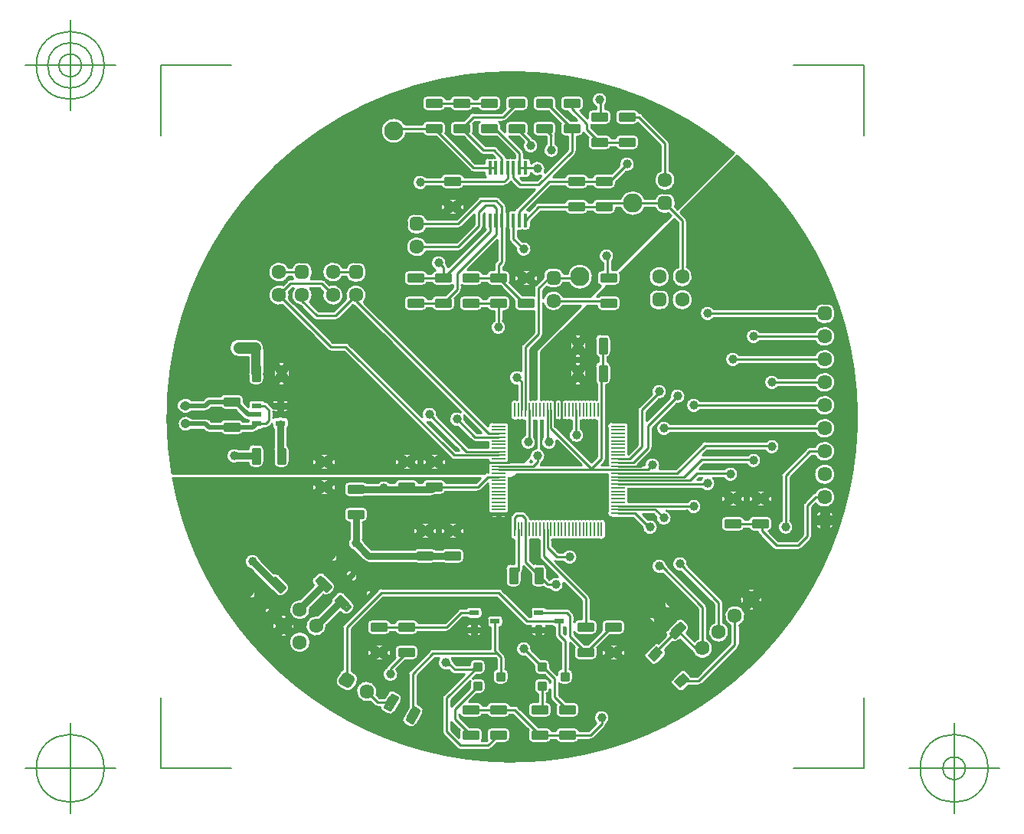
<source format=gbr>
G04 Generated by Ultiboard 13.0 *
%FSLAX25Y25*%
%MOIN*%

%ADD10C,0.00001*%
%ADD11C,0.01000*%
%ADD12C,0.05000*%
%ADD13C,0.02000*%
%ADD14C,0.03000*%
%ADD15C,0.04000*%
%ADD16C,0.00500*%
%ADD17C,0.03937*%
%ADD18O,0.00984X0.06299*%
%ADD19O,0.06299X0.00984*%
%ADD20R,0.02251X0.05834*%
%ADD21C,0.01666*%
%ADD22R,0.05834X0.02251*%
%ADD23R,0.04331X0.02362*%
%ADD24R,0.02083X0.02083*%
%ADD25C,0.03917*%
%ADD26C,0.06334*%
%ADD27P,0.05539X4*%
%ADD28P,0.02945X4*%
%ADD29P,0.02945X4X15*%
%ADD30P,0.05539X4X15*%
%ADD31R,0.01772X0.05906*%
%ADD32C,0.04156*%
%ADD33R,0.03937X0.02362*%
%ADD34R,0.02334X0.02334*%
%ADD35C,0.08334*%
%ADD36P,0.05567X4*%


G04 ColorRGB 00FF00 for the following layer *
%LNCopper Top*%
%LPD*%
G54D10*
G36*
X380961Y-43518D02*
G75*
D01*
G02X382535Y-43518I787J-1840*
G01*
G74*
D01*
G02X382888Y-43404I789J1839*
G01*
X382888Y-43404D01*
X382888Y-36730D01*
G75*
D01*
G02X382030Y-34917I1486J1813*
G01*
X382030Y-34917D01*
X382030Y-29083D01*
G74*
D01*
G02X383490Y-26912I2345J1*
G01*
X383490Y-26912D01*
X383490Y-25088D01*
G75*
D01*
G02X382030Y-22917I884J2171*
G01*
X382030Y-22917D01*
X382030Y-17083D01*
G75*
D01*
G02X384375Y-14739I2345J-1*
G01*
X384375Y-14739D01*
X386626Y-14739D01*
G74*
D01*
G02X388970Y-17083I0J2344*
G01*
X388970Y-17083D01*
X388970Y-22917D01*
G75*
D01*
G02X387510Y-25088I-2344J0*
G01*
X387510Y-25088D01*
X387510Y-26912D01*
G74*
D01*
G02X388970Y-29083I884J2171*
G01*
X388970Y-29083D01*
X388970Y-34917D01*
G75*
D01*
G02X386907Y-37244I-2344J0*
G01*
X386907Y-37244D01*
X386907Y-69102D01*
G75*
D01*
G02X386316Y-70526I-2009J-1*
G01*
X386316Y-70526D01*
X384852Y-71990D01*
X387681Y-71990D01*
G74*
D01*
G02X387522Y-71715I1648J1136*
G01*
X387522Y-71715D01*
X387455Y-71715D01*
G74*
D01*
G02X387486Y-71638I1872J709*
G01*
G75*
D01*
G02X387486Y-70063I1841J787*
G01*
G75*
D01*
G02X387486Y-68488I1841J787*
G01*
G75*
D01*
G02X387486Y-66913I1841J787*
G01*
G75*
D01*
G02X387486Y-65339I1841J787*
G01*
G75*
D01*
G02X387486Y-63764I1841J787*
G01*
G75*
D01*
G02X387486Y-62189I1841J787*
G01*
G75*
D01*
G02X387486Y-60614I1841J787*
G01*
G75*
D01*
G02X387486Y-59039I1841J787*
G01*
G75*
D01*
G02X387486Y-57465I1841J787*
G01*
G75*
D01*
G02X387486Y-55890I1841J787*
G01*
G75*
D01*
G02X389327Y-53101I1841J787*
G01*
X389327Y-53101D01*
X394642Y-53101D01*
G75*
D01*
G02X396482Y-55890I1J-2001*
G01*
G75*
D01*
G02X396482Y-57465I-1840J-788*
G01*
G75*
D01*
G02X396482Y-59039I-1840J-787*
G01*
G75*
D01*
G02X396482Y-60614I-1840J-788*
G01*
G75*
D01*
G02X396482Y-62189I-1840J-788*
G01*
G75*
D01*
G02X396482Y-63764I-1840J-788*
G01*
G75*
D01*
G02X396482Y-65339I-1840J-788*
G01*
G75*
D01*
G02X396482Y-66913I-1840J-787*
G01*
G74*
D01*
G02X396553Y-67105I1839J789*
G01*
X396553Y-67105D01*
X400490Y-63168D01*
X400490Y-48002D01*
G75*
D01*
G02X401079Y-46579I2010J1*
G01*
X401079Y-46579D01*
X406674Y-40984D01*
G75*
D01*
G02X409876Y-43466I3326J984*
G01*
X409876Y-43466D01*
X404510Y-48832D01*
X404510Y-52648D01*
X414580Y-42578D01*
G75*
D01*
G02X417422Y-45420I3420J578*
G01*
X417422Y-45420D01*
X407010Y-55832D01*
X407010Y-64500D01*
G75*
D01*
G02X406419Y-65923I-2010J1*
G01*
X406419Y-65923D01*
X400352Y-71990D01*
X403532Y-71990D01*
G75*
D01*
G02X410095Y-73565I3468J-10*
G01*
X410095Y-73565D01*
X417093Y-73565D01*
X428579Y-62079D01*
G75*
D01*
G02X430002Y-61490I1421J-1420*
G01*
X430002Y-61490D01*
X456606Y-61490D01*
G75*
D01*
G02X455877Y-65510I2393J-2510*
G01*
X455877Y-65510D01*
X430832Y-65510D01*
X428852Y-67490D01*
X448606Y-67490D01*
G75*
D01*
G02X447877Y-71510I2393J-2510*
G01*
X447877Y-71510D01*
X429332Y-71510D01*
X427352Y-73490D01*
X438573Y-73490D01*
G75*
D01*
G02X437893Y-77510I2428J-2478*
G01*
X437893Y-77510D01*
X433414Y-77510D01*
G75*
D01*
G02X428412Y-82309I-2418J-2486*
G01*
X428412Y-82309D01*
X396596Y-82309D01*
G74*
D01*
G02X396482Y-82661I1953J438*
G01*
G75*
D01*
G02X396482Y-84236I-1840J-788*
G01*
G75*
D01*
G02X396482Y-85811I-1840J-788*
G01*
G75*
D01*
G02X396482Y-87386I-1840J-788*
G01*
G74*
D01*
G02X396596Y-87738I1839J790*
G01*
X396596Y-87738D01*
X422370Y-87738D01*
G75*
D01*
G02X422010Y-91758I2629J-2262*
G01*
X422010Y-91758D01*
X413232Y-91758D01*
G75*
D01*
G02X408580Y-94422I-1232J-3242*
G01*
X408580Y-94422D01*
X407490Y-93333D01*
X402675Y-93333D01*
X405016Y-95674D01*
G75*
D01*
G02X402534Y-98876I984J-3326*
G01*
X402534Y-98876D01*
X398565Y-94907D01*
X391984Y-94907D01*
G75*
D01*
G02X391806Y-94899I1J2009*
G01*
X391806Y-94899D01*
X389327Y-94899D01*
G75*
D01*
G02X387486Y-92110I-2J2001*
G01*
G75*
D01*
G02X387486Y-90535I1841J787*
G01*
G75*
D01*
G02X387486Y-88961I1841J787*
G01*
G75*
D01*
G02X387486Y-87386I1841J787*
G01*
G75*
D01*
G02X387486Y-85811I1841J787*
G01*
G75*
D01*
G02X387486Y-84236I1841J787*
G01*
G75*
D01*
G02X387486Y-82661I1841J787*
G01*
G75*
D01*
G02X387486Y-81087I1841J787*
G01*
G75*
D01*
G02X387486Y-79512I1841J787*
G01*
G75*
D01*
G02X387486Y-77937I1841J787*
G01*
G75*
D01*
G02X387486Y-76362I1841J787*
G01*
G74*
D01*
G02X387373Y-76010I1842J785*
G01*
X387373Y-76010D01*
X348125Y-76010D01*
X347217Y-76918D01*
G74*
D01*
G02X345793Y-77510I1424J1417*
G01*
X345793Y-77510D01*
X344642Y-77510D01*
G74*
D01*
G02X344514Y-77937I1969J357*
G01*
G75*
D01*
G02X344514Y-79512I-1841J-788*
G01*
G75*
D01*
G02X344514Y-81087I-1841J-788*
G01*
G75*
D01*
G02X344514Y-82661I-1841J-787*
G01*
G75*
D01*
G02X344514Y-84236I-1841J-788*
G01*
G75*
D01*
G02X344514Y-85811I-1841J-788*
G01*
G75*
D01*
G02X344514Y-87386I-1841J-788*
G01*
G75*
D01*
G02X344514Y-88961I-1841J-788*
G01*
G75*
D01*
G02X344514Y-90535I-1841J-787*
G01*
G75*
D01*
G02X344514Y-92110I-1841J-788*
G01*
G74*
D01*
G02X344545Y-92188I1845J778*
G01*
X344545Y-92188D01*
X344478Y-92188D01*
G74*
D01*
G02X342673Y-93325I1805J864*
G01*
X342673Y-93325D01*
X337358Y-93325D01*
G75*
D01*
G02X335553Y-92188I0J2002*
G01*
X335553Y-92188D01*
X335487Y-92188D01*
G74*
D01*
G02X335518Y-92110I1875J700*
G01*
G75*
D01*
G02X335518Y-90535I1840J787*
G01*
G75*
D01*
G02X335518Y-88961I1840J787*
G01*
G75*
D01*
G02X335518Y-87386I1840J787*
G01*
G75*
D01*
G02X335518Y-85811I1840J787*
G01*
G75*
D01*
G02X335518Y-84236I1840J787*
G01*
G75*
D01*
G02X335518Y-82661I1840J787*
G01*
G75*
D01*
G02X335518Y-81087I1840J787*
G01*
G75*
D01*
G02X335386Y-79956I1839J788*
G01*
X335386Y-79956D01*
X332423Y-82919D01*
G74*
D01*
G02X331010Y-83510I1423J1418*
G01*
G75*
D01*
G02X331000Y-83510I-5J2010*
G01*
X331000Y-83510D01*
X317088Y-83510D01*
G74*
D01*
G02X314917Y-84970I2171J884*
G01*
X314917Y-84970D01*
X312728Y-84970D01*
G74*
D01*
G02X311000Y-85515I1729J2469*
G01*
X311000Y-85515D01*
X282305Y-85515D01*
G74*
D01*
G02X280917Y-85970I1388J1889*
G01*
X280917Y-85970D01*
X275083Y-85970D01*
G75*
D01*
G02X272739Y-83625I1J2345*
G01*
X272739Y-83625D01*
X272739Y-81374D01*
G75*
D01*
G02X275083Y-79030I2344J0*
G01*
X275083Y-79030D01*
X280917Y-79030D01*
G74*
D01*
G02X282305Y-79485I0J2344*
G01*
X282305Y-79485D01*
X287611Y-79485D01*
G75*
D01*
G02X292389Y-79485I2389J-2514*
G01*
X292389Y-79485D01*
X294914Y-79485D01*
G75*
D01*
G02X297083Y-78030I2169J-889*
G01*
X297083Y-78030D01*
X302917Y-78030D01*
G74*
D01*
G02X305086Y-79485I0J2344*
G01*
X305086Y-79485D01*
X306914Y-79485D01*
G75*
D01*
G02X309083Y-78030I2169J-889*
G01*
X309083Y-78030D01*
X314917Y-78030D01*
G74*
D01*
G02X317088Y-79490I0J2344*
G01*
X317088Y-79490D01*
X330168Y-79490D01*
X332148Y-77510D01*
X198395Y-77510D01*
G75*
D01*
G03X443813Y62678I147604J26512*
G01*
X443813Y62678D01*
X419239Y38104D01*
X421419Y35923D01*
G74*
D01*
G02X422010Y34500I1418J1423*
G01*
X422010Y34500D01*
X422010Y14212D01*
G75*
D01*
G02X417990Y14212I-2010J-4212*
G01*
X417990Y14212D01*
X417990Y33668D01*
X416396Y35261D01*
X392942Y11807D01*
G74*
D01*
G02X393261Y10626I2025J1181*
G01*
X393261Y10626D01*
X393261Y8375D01*
G75*
D01*
G02X390917Y6030I-2344J-1*
G01*
X390917Y6030D01*
X387165Y6030D01*
X382645Y1510D01*
X383688Y1510D01*
G75*
D01*
G02X385083Y1970I1395J-1884*
G01*
X385083Y1970D01*
X390917Y1970D01*
G74*
D01*
G02X393261Y-374I0J2344*
G01*
X393261Y-374D01*
X393261Y-2625D01*
G75*
D01*
G02X390917Y-4970I-2344J-1*
G01*
X390917Y-4970D01*
X385083Y-4970D01*
G75*
D01*
G02X382739Y-2625I1J2345*
G01*
X382739Y-2625D01*
X382739Y-2510D01*
X378625Y-2510D01*
X366126Y-15009D01*
X366126Y-15009D01*
X358510Y-22625D01*
X358510Y-43394D01*
G74*
D01*
G02X358913Y-43518I384J1964*
G01*
G75*
D01*
G02X360488Y-43518I788J-1840*
G01*
G75*
D01*
G02X362063Y-43518I788J-1840*
G01*
G75*
D01*
G02X363638Y-43518I788J-1840*
G01*
G74*
D01*
G02X363715Y-43487I786J1840*
G01*
X363715Y-43487D01*
X363715Y-43553D01*
G74*
D01*
G02X364425Y-44123I865J1804*
G01*
G74*
D01*
G02X365135Y-43553I1575J1234*
G01*
X365135Y-43553D01*
X365135Y-43487D01*
G74*
D01*
G02X365213Y-43518I700J1875*
G01*
G75*
D01*
G02X366787Y-43518I787J-1840*
G01*
G74*
D01*
G02X366865Y-43487I778J1844*
G01*
X366865Y-43487D01*
X366865Y-43553D01*
G74*
D01*
G02X367575Y-44123I865J1804*
G01*
G74*
D01*
G02X368285Y-43553I1575J1234*
G01*
X368285Y-43553D01*
X368285Y-43487D01*
G74*
D01*
G02X368362Y-43518I709J1871*
G01*
G75*
D01*
G02X369937Y-43518I788J-1840*
G01*
G75*
D01*
G02X371512Y-43518I788J-1840*
G01*
G75*
D01*
G02X373087Y-43518I788J-1840*
G01*
G75*
D01*
G02X374661Y-43518I787J-1840*
G01*
G75*
D01*
G02X376236Y-43518I788J-1840*
G01*
G75*
D01*
G02X377811Y-43518I788J-1840*
G01*
G75*
D01*
G02X379386Y-43518I788J-1840*
G01*
G75*
D01*
G02X380961Y-43518I788J-1840*
G01*
D02*
G37*
%LPC*%
G36*
X372593Y-14873D02*
G75*
D01*
G02X373375Y-14739I781J-2210*
G01*
X373375Y-14739D01*
X375626Y-14739D01*
G74*
D01*
G02X376407Y-14873I0J2344*
G01*
X376407Y-14873D01*
X376318Y-15009D01*
X376318Y-15009D01*
X374500Y-17765D01*
X372682Y-15009D01*
X372682Y-15009D01*
X372593Y-14873D01*
D02*
G37*
G36*
X477788Y-18010D02*
X477788Y-18010D01*
X453827Y-18010D01*
G75*
D01*
G02X453827Y-13990I-2826J2010*
G01*
X453827Y-13990D01*
X477788Y-13990D01*
G75*
D01*
G02X477788Y-18010I4212J-2010*
G01*
D02*
G37*
G36*
X433827Y-8010D02*
G75*
D01*
G02X433827Y-3990I-2826J2010*
G01*
X433827Y-3990D01*
X477621Y-3990D01*
G75*
D01*
G02X480959Y-1483I3337J-968*
G01*
X480959Y-1483D01*
X483041Y-1483D01*
G74*
D01*
G02X486517Y-4958I1J3475*
G01*
X486517Y-4958D01*
X486517Y-7041D01*
G75*
D01*
G02X483041Y-10517I-3476J0*
G01*
X483041Y-10517D01*
X480959Y-10517D01*
G75*
D01*
G02X477621Y-8010I0J3476*
G01*
X477621Y-8010D01*
X433827Y-8010D01*
D02*
G37*
G36*
X461827Y-38010D02*
G75*
D01*
G02X461827Y-33990I-2826J2010*
G01*
X461827Y-33990D01*
X477788Y-33990D01*
G75*
D01*
G02X477788Y-38010I4212J-2010*
G01*
X477788Y-38010D01*
X461827Y-38010D01*
D02*
G37*
G36*
X427827Y-48010D02*
G75*
D01*
G02X427827Y-43990I-2826J2010*
G01*
X427827Y-43990D01*
X477788Y-43990D01*
G75*
D01*
G02X477788Y-48010I4212J-2010*
G01*
X477788Y-48010D01*
X427827Y-48010D01*
D02*
G37*
G36*
X414827Y-58010D02*
G75*
D01*
G02X414827Y-53990I-2826J2010*
G01*
X414827Y-53990D01*
X477788Y-53990D01*
G75*
D01*
G02X477788Y-58010I4212J-2010*
G01*
X477788Y-58010D01*
X414827Y-58010D01*
D02*
G37*
G36*
X467010Y-96173D02*
G75*
D01*
G02X462990Y-96173I-2010J-2826*
G01*
X462990Y-96173D01*
X462990Y-76504D01*
G75*
D01*
G02X463579Y-75079I2010J3*
G01*
X463579Y-75079D01*
X474079Y-64579D01*
G74*
D01*
G02X474824Y-64107I1421J1420*
G01*
G75*
D01*
G02X475500Y-63990I676J-1893*
G01*
X475500Y-63990D01*
X477788Y-63990D01*
G75*
D01*
G02X477788Y-68010I4212J-2010*
G01*
X477788Y-68010D01*
X476332Y-68010D01*
X475979Y-68363D01*
X475979Y-68363D01*
X467010Y-77332D01*
X467010Y-96173D01*
D02*
G37*
G36*
X475919Y-104423D02*
X475919Y-104423D01*
X471923Y-108419D01*
G74*
D01*
G02X470500Y-109010I1423J1418*
G01*
X470500Y-109010D01*
X461000Y-109010D01*
G75*
D01*
G02X460396Y-108917I0J2010*
G01*
G74*
D01*
G02X459579Y-108421I604J1916*
G01*
X459579Y-108421D01*
X453286Y-102128D01*
G74*
D01*
G02X452715Y-100970I1421J1420*
G01*
X452715Y-100970D01*
X451083Y-100970D01*
G75*
D01*
G02X448912Y-99510I1J2345*
G01*
X448912Y-99510D01*
X447088Y-99510D01*
G74*
D01*
G02X444917Y-100970I2171J884*
G01*
X444917Y-100970D01*
X439083Y-100970D01*
G75*
D01*
G02X436739Y-98625I1J2345*
G01*
X436739Y-98625D01*
X436739Y-96374D01*
G75*
D01*
G02X439083Y-94030I2344J0*
G01*
X439083Y-94030D01*
X444917Y-94030D01*
G74*
D01*
G02X447088Y-95490I0J2344*
G01*
X447088Y-95490D01*
X448912Y-95490D01*
G75*
D01*
G02X451083Y-94030I2171J-884*
G01*
X451083Y-94030D01*
X456917Y-94030D01*
G74*
D01*
G02X459261Y-96374I0J2344*
G01*
X459261Y-96374D01*
X459261Y-98625D01*
G75*
D01*
G02X457683Y-100841I-2344J-1*
G01*
X457683Y-100841D01*
X461832Y-104990D01*
X469668Y-104990D01*
X472490Y-102168D01*
X472490Y-89502D01*
G75*
D01*
G02X473079Y-88079I2010J1*
G01*
X473079Y-88079D01*
X476579Y-84579D01*
G74*
D01*
G02X477782Y-84002I1421J1420*
G01*
G75*
D01*
G02X478172Y-88670I4218J-1998*
G01*
X478172Y-88670D01*
X476510Y-90332D01*
X476510Y-103000D01*
G75*
D01*
G02X475919Y-104423I-2010J1*
G01*
D02*
G37*
G36*
X444827Y-28010D02*
G75*
D01*
G02X444827Y-23990I-2826J2010*
G01*
X444827Y-23990D01*
X477788Y-23990D01*
G75*
D01*
G02X477788Y-28010I4212J-2010*
G01*
X477788Y-28010D01*
X444827Y-28010D01*
D02*
G37*
G36*
X363285Y-104596D02*
X363285Y-104596D01*
X363285Y-106943D01*
X365839Y-109497D01*
X365839Y-109497D01*
X366332Y-109990D01*
X368173Y-109990D01*
G75*
D01*
G02X368173Y-114010I2826J-2010*
G01*
X368173Y-114010D01*
X365502Y-114010D01*
G75*
D01*
G02X364674Y-113832I-1J2010*
G01*
X364674Y-113832D01*
X379419Y-128577D01*
G74*
D01*
G02X380010Y-130000I1418J1423*
G01*
X380010Y-130000D01*
X380010Y-139030D01*
X380917Y-139030D01*
G74*
D01*
G02X383261Y-141374I0J2344*
G01*
X383261Y-141374D01*
X383261Y-143625D01*
G75*
D01*
G02X380917Y-145970I-2344J-1*
G01*
X380917Y-145970D01*
X375083Y-145970D01*
G75*
D01*
G02X373010Y-144720I1J2345*
G01*
X373010Y-144720D01*
X373010Y-145668D01*
X377372Y-150030D01*
X378628Y-150030D01*
X381491Y-147167D01*
X384755Y-143903D01*
G75*
D01*
G02X384739Y-143625I2328J273*
G01*
X384739Y-143625D01*
X384739Y-141374D01*
G75*
D01*
G02X387083Y-139030I2344J0*
G01*
X387083Y-139030D01*
X392917Y-139030D01*
G74*
D01*
G02X395261Y-141374I0J2344*
G01*
X395261Y-141374D01*
X395261Y-143625D01*
G75*
D01*
G02X392917Y-145970I-2344J-1*
G01*
X392917Y-145970D01*
X388372Y-145970D01*
X383015Y-151328D01*
G74*
D01*
G02X383261Y-152374I2098J1045*
G01*
X383261Y-152374D01*
X383261Y-154625D01*
G75*
D01*
G02X380917Y-156970I-2344J-1*
G01*
X380917Y-156970D01*
X375083Y-156970D01*
G75*
D01*
G02X372739Y-154625I1J2345*
G01*
X372739Y-154625D01*
X372739Y-152374D01*
G74*
D01*
G02X372985Y-151328I2344J1*
G01*
X372985Y-151328D01*
X371010Y-149352D01*
X371010Y-160645D01*
G74*
D01*
G02X372511Y-162833I843J2187*
G01*
X372511Y-162833D01*
X372511Y-165167D01*
G75*
D01*
G02X370167Y-167511I-2344J0*
G01*
X370167Y-167511D01*
X367833Y-167511D01*
G75*
D01*
G02X366510Y-167102I0J2344*
G01*
X366510Y-167102D01*
X366510Y-172168D01*
X369372Y-175030D01*
X372917Y-175030D01*
G74*
D01*
G02X375261Y-177374I0J2344*
G01*
X375261Y-177374D01*
X375261Y-179625D01*
G75*
D01*
G02X372917Y-181970I-2344J-1*
G01*
X372917Y-181970D01*
X367083Y-181970D01*
G75*
D01*
G02X364739Y-179625I1J2345*
G01*
X364739Y-179625D01*
X364739Y-177374D01*
G74*
D01*
G02X364985Y-176328I2344J1*
G01*
X364985Y-176328D01*
X363079Y-174421D01*
G75*
D01*
G02X362490Y-172996I1420J1421*
G01*
X362490Y-172996D01*
X362490Y-169646D01*
G74*
D01*
G02X361010Y-171521I2322J311*
G01*
X361010Y-171521D01*
X361010Y-175032D01*
G74*
D01*
G02X363261Y-177374I92J2341*
G01*
X363261Y-177374D01*
X363261Y-179625D01*
G75*
D01*
G02X360917Y-181970I-2344J-1*
G01*
X360917Y-181970D01*
X355083Y-181970D01*
G75*
D01*
G02X352739Y-179625I1J2345*
G01*
X352739Y-179625D01*
X352739Y-177374D01*
G75*
D01*
G02X355083Y-175030I2344J0*
G01*
X355083Y-175030D01*
X356990Y-175030D01*
X356990Y-171521D01*
G75*
D01*
G02X355489Y-169334I842J2186*
G01*
X355489Y-169334D01*
X355489Y-167000D01*
G75*
D01*
G02X357833Y-164655I2344J1*
G01*
X357833Y-164655D01*
X360167Y-164655D01*
G74*
D01*
G02X362490Y-166687I1J2345*
G01*
X362490Y-166687D01*
X362490Y-165832D01*
X360003Y-163345D01*
X357833Y-163345D01*
G75*
D01*
G02X355489Y-161000I1J2345*
G01*
X355489Y-161000D01*
X355489Y-159164D01*
X351718Y-155393D01*
G75*
D01*
G02X354441Y-152433I-718J3393*
G01*
X354441Y-152433D01*
X358331Y-156322D01*
X360167Y-156322D01*
G74*
D01*
G02X362511Y-158666I0J2344*
G01*
X362511Y-158666D01*
X362511Y-160169D01*
X365489Y-163147D01*
X365489Y-162833D01*
G74*
D01*
G02X366990Y-160645I2344J1*
G01*
X366990Y-160645D01*
X366990Y-149332D01*
X365106Y-147449D01*
G75*
D01*
G02X364518Y-146022I1422J1421*
G01*
X364518Y-146022D01*
X364518Y-142688D01*
G74*
D01*
G02X363300Y-142010I41J1506*
G01*
X363300Y-142010D01*
X360845Y-142010D01*
G74*
D01*
G02X360948Y-142559I1404J548*
G01*
X360948Y-142559D01*
X360948Y-142787D01*
X358426Y-142787D01*
X358426Y-142010D01*
X356519Y-142010D01*
X356519Y-142787D01*
X353997Y-142787D01*
X353997Y-142559D01*
G74*
D01*
G02X354100Y-142010I1507J1*
G01*
X354100Y-142010D01*
X352500Y-142010D01*
G75*
D01*
G02X352458Y-142009I27J2010*
G01*
G74*
D01*
G02X351079Y-141421I42J2009*
G01*
X351079Y-141421D01*
X339168Y-129510D01*
X289832Y-129510D01*
X287002Y-132340D01*
X276010Y-143332D01*
X276010Y-161445D01*
X277160Y-162109D01*
G75*
D01*
G02X278432Y-166856I-1737J-3009*
G01*
X278432Y-166856D01*
X277391Y-168660D01*
G75*
D01*
G02X272644Y-169932I-3009J1737*
G01*
X272644Y-169932D01*
X270840Y-168891D01*
G75*
D01*
G02X269568Y-164144I1737J3009*
G01*
X269568Y-164144D01*
X270609Y-162340D01*
G74*
D01*
G02X271990Y-161007I3010J1737*
G01*
X271990Y-161007D01*
X271990Y-142504D01*
G75*
D01*
G02X272579Y-141079I2010J3*
G01*
X272579Y-141079D01*
X287002Y-126655D01*
X287579Y-126079D01*
G74*
D01*
G02X288300Y-125616I1421J1420*
G01*
G75*
D01*
G02X289000Y-125490I700J-1883*
G01*
X289000Y-125490D01*
X339997Y-125490D01*
G75*
D01*
G02X340757Y-125638I3J-2010*
G01*
G74*
D01*
G02X341423Y-126081I757J1861*
G01*
X341423Y-126081D01*
X353332Y-137990D01*
X354100Y-137990D01*
G75*
D01*
G02X353997Y-137441I1404J548*
G01*
X353997Y-137441D01*
X353997Y-135079D01*
G75*
D01*
G02X355504Y-133571I1507J1*
G01*
X355504Y-133571D01*
X359441Y-133571D01*
G74*
D01*
G02X360700Y-134250I1J1508*
G01*
X360700Y-134250D01*
X369760Y-134250D01*
G74*
D01*
G02X371183Y-134841I1J2010*
G01*
X371183Y-134841D01*
X372419Y-136077D01*
G74*
D01*
G02X373010Y-137500I1418J1423*
G01*
X373010Y-137500D01*
X373010Y-140280D01*
G75*
D01*
G02X375083Y-139030I2072J-1093*
G01*
X375083Y-139030D01*
X375990Y-139030D01*
X375990Y-130832D01*
X368380Y-123222D01*
G75*
D01*
G02X362173Y-126010I-3379J-781*
G01*
X362173Y-126010D01*
X361500Y-126010D01*
G75*
D01*
G02X361099Y-125969I3J2010*
G01*
G74*
D01*
G02X360079Y-125421I400J1969*
G01*
X360079Y-125421D01*
X359672Y-125015D01*
G74*
D01*
G02X358626Y-125261I1045J2098*
G01*
X358626Y-125261D01*
X356375Y-125261D01*
G75*
D01*
G02X354030Y-122917I-1J2344*
G01*
X354030Y-122917D01*
X354030Y-119372D01*
X350687Y-116029D01*
X350687Y-117823D01*
G75*
D01*
G02X350096Y-119246I-2010J1*
G01*
X350096Y-119246D01*
X349970Y-119372D01*
X349970Y-122917D01*
G75*
D01*
G02X347626Y-125261I-2344J0*
G01*
X347626Y-125261D01*
X345375Y-125261D01*
G75*
D01*
G02X343030Y-122917I-1J2344*
G01*
X343030Y-122917D01*
X343030Y-117083D01*
G75*
D01*
G02X345375Y-114739I2345J-1*
G01*
X345375Y-114739D01*
X346667Y-114739D01*
X346667Y-104596D01*
G75*
D01*
G02X345101Y-102642I435J1953*
G01*
X345101Y-102642D01*
X345101Y-100162D01*
G75*
D01*
G02X345093Y-99984I2000J179*
G01*
X345093Y-99984D01*
X345093Y-94901D01*
G75*
D01*
G02X345681Y-93477I2009J4*
G01*
X345681Y-93477D01*
X346579Y-92579D01*
G75*
D01*
G02X348003Y-91990I1421J-1420*
G01*
X348003Y-91990D01*
X350500Y-91990D01*
G74*
D01*
G02X351923Y-92581I1J2010*
G01*
X351923Y-92581D01*
X353245Y-93903D01*
G74*
D01*
G02X353836Y-95327I1418J1423*
G01*
X353836Y-95327D01*
X353836Y-95373D01*
G74*
D01*
G02X354189Y-95486I431J1954*
G01*
G75*
D01*
G02X355764Y-95486I788J-1841*
G01*
G75*
D01*
G02X357339Y-95486I788J-1841*
G01*
G75*
D01*
G02X358913Y-95486I787J-1841*
G01*
G75*
D01*
G02X360488Y-95486I788J-1841*
G01*
G75*
D01*
G02X362063Y-95486I788J-1841*
G01*
G75*
D01*
G02X363638Y-95486I788J-1841*
G01*
G75*
D01*
G02X365213Y-95486I788J-1841*
G01*
G75*
D01*
G02X366787Y-95486I787J-1841*
G01*
G75*
D01*
G02X368362Y-95486I788J-1841*
G01*
G75*
D01*
G02X369937Y-95486I788J-1841*
G01*
G75*
D01*
G02X371512Y-95486I788J-1841*
G01*
G75*
D01*
G02X373087Y-95486I788J-1841*
G01*
G75*
D01*
G02X374661Y-95486I787J-1841*
G01*
G75*
D01*
G02X376236Y-95486I788J-1841*
G01*
G75*
D01*
G02X377811Y-95486I788J-1841*
G01*
G75*
D01*
G02X379386Y-95486I788J-1841*
G01*
G75*
D01*
G02X380961Y-95486I788J-1841*
G01*
G75*
D01*
G02X382535Y-95486I787J-1841*
G01*
G75*
D01*
G02X384110Y-95486I788J-1841*
G01*
G75*
D01*
G02X386899Y-97327I787J-1841*
G01*
X386899Y-97327D01*
X386899Y-102642D01*
G75*
D01*
G02X384110Y-104482I-2001J-1*
G01*
G75*
D01*
G02X382535Y-104482I-787J1840*
G01*
G75*
D01*
G02X380961Y-104482I-787J1840*
G01*
G75*
D01*
G02X379386Y-104482I-787J1840*
G01*
G75*
D01*
G02X377811Y-104482I-787J1840*
G01*
G75*
D01*
G02X376236Y-104482I-787J1840*
G01*
G75*
D01*
G02X374661Y-104482I-787J1840*
G01*
G75*
D01*
G02X373087Y-104482I-787J1840*
G01*
G75*
D01*
G02X371512Y-104482I-787J1840*
G01*
G75*
D01*
G02X369937Y-104482I-787J1840*
G01*
G75*
D01*
G02X368362Y-104482I-787J1840*
G01*
G75*
D01*
G02X366787Y-104482I-787J1840*
G01*
G75*
D01*
G02X365213Y-104482I-787J1840*
G01*
G75*
D01*
G02X363638Y-104482I-787J1840*
G01*
G74*
D01*
G02X363285Y-104596I789J1839*
G01*
D02*
G37*
G36*
X322917Y-108030D02*
G74*
D01*
G02X325261Y-110374I0J2344*
G01*
X325261Y-110374D01*
X325261Y-112625D01*
G75*
D01*
G02X322917Y-114970I-2344J-1*
G01*
X322917Y-114970D01*
X317083Y-114970D01*
G75*
D01*
G02X315695Y-114515I0J2345*
G01*
X315695Y-114515D01*
X312305Y-114515D01*
G74*
D01*
G02X310917Y-114970I1388J1889*
G01*
X310917Y-114970D01*
X305083Y-114970D01*
G75*
D01*
G02X303695Y-114515I0J2345*
G01*
X303695Y-114515D01*
X283504Y-114515D01*
G75*
D01*
G02X281368Y-113632I-4J3015*
G01*
X281368Y-113632D01*
X277234Y-109497D01*
X277234Y-109497D01*
X277082Y-109345D01*
G75*
D01*
G02X274985Y-104284I917J3345*
G01*
X274985Y-104284D01*
X274985Y-96968D01*
G75*
D01*
G02X272739Y-94625I99J2343*
G01*
X272739Y-94625D01*
X272739Y-92374D01*
G75*
D01*
G02X275083Y-90030I2344J0*
G01*
X275083Y-90030D01*
X280917Y-90030D01*
G74*
D01*
G02X283261Y-92374I0J2344*
G01*
X283261Y-92374D01*
X283261Y-94625D01*
G75*
D01*
G02X281015Y-96968I-2344J-1*
G01*
X281015Y-96968D01*
X281015Y-104284D01*
G74*
D01*
G02X281345Y-105082I3016J1714*
G01*
X281345Y-105082D01*
X284749Y-108485D01*
X303695Y-108485D01*
G75*
D01*
G02X305083Y-108030I1388J-1889*
G01*
X305083Y-108030D01*
X310917Y-108030D01*
G74*
D01*
G02X312305Y-108485I0J2344*
G01*
X312305Y-108485D01*
X315695Y-108485D01*
G75*
D01*
G02X317083Y-108030I1388J-1889*
G01*
X317083Y-108030D01*
X322917Y-108030D01*
D02*
G37*
G36*
X291023Y-156967D02*
G74*
D01*
G02X290917Y-156970I119J2341*
G01*
X290917Y-156970D01*
X285083Y-156970D01*
G75*
D01*
G02X284977Y-156967I13J2345*
G01*
X284977Y-156967D01*
X287002Y-155632D01*
X287002Y-155632D01*
X288000Y-154974D01*
X291023Y-156967D01*
D02*
G37*
G36*
X290917Y-150030D02*
G74*
D01*
G02X291023Y-150033I13J2344*
G01*
X291023Y-150033D01*
X288000Y-152026D01*
X287002Y-151368D01*
X287002Y-151368D01*
X284977Y-150033D01*
G75*
D01*
G02X285083Y-150030I119J-2340*
G01*
X285083Y-150030D01*
X290917Y-150030D01*
D02*
G37*
G36*
X290917Y-139030D02*
G74*
D01*
G02X293088Y-140490I0J2344*
G01*
X293088Y-140490D01*
X294912Y-140490D01*
G75*
D01*
G02X297083Y-139030I2171J-884*
G01*
X297083Y-139030D01*
X302917Y-139030D01*
G74*
D01*
G02X305088Y-140490I0J2344*
G01*
X305088Y-140490D01*
X316668Y-140490D01*
X322319Y-134839D01*
G75*
D01*
G02X323743Y-134250I1421J-1420*
G01*
X323743Y-134250D01*
X326245Y-134250D01*
G75*
D01*
G02X327504Y-133571I1259J-828*
G01*
X327504Y-133571D01*
X331441Y-133571D01*
G74*
D01*
G02X332948Y-135079I1J1508*
G01*
X332948Y-135079D01*
X332948Y-137441D01*
G75*
D01*
G02X331441Y-138948I-1507J0*
G01*
X331441Y-138948D01*
X327504Y-138948D01*
G75*
D01*
G02X326245Y-138270I-1J1507*
G01*
X326245Y-138270D01*
X324573Y-138270D01*
X318923Y-143919D01*
G74*
D01*
G02X317500Y-144510I1423J1418*
G01*
X317500Y-144510D01*
X305088Y-144510D01*
G74*
D01*
G02X302917Y-145970I2171J884*
G01*
X302917Y-145970D01*
X297083Y-145970D01*
G75*
D01*
G02X294912Y-144510I1J2345*
G01*
X294912Y-144510D01*
X293088Y-144510D01*
G74*
D01*
G02X290917Y-145970I2171J884*
G01*
X290917Y-145970D01*
X285083Y-145970D01*
G75*
D01*
G02X282739Y-143625I1J2345*
G01*
X282739Y-143625D01*
X282739Y-141374D01*
G75*
D01*
G02X285083Y-139030I2344J0*
G01*
X285083Y-139030D01*
X290917Y-139030D01*
D02*
G37*
G36*
X287060Y-172057D02*
X287060Y-172057D01*
X288243Y-173240D01*
X290391Y-173240D01*
X291690Y-170989D01*
G75*
D01*
G02X294893Y-170131I2030J-1172*
G01*
X294893Y-170131D01*
X296842Y-171256D01*
G75*
D01*
G02X297700Y-174459I-1172J-2030*
G01*
X297700Y-174459D01*
X294783Y-179511D01*
G75*
D01*
G02X291581Y-180369I-2030J1172*
G01*
X291581Y-180369D01*
X289632Y-179244D01*
G74*
D01*
G02X288460Y-177260I1172J2030*
G01*
X288460Y-177260D01*
X287411Y-177260D01*
G75*
D01*
G02X285989Y-176671I0J2010*
G01*
X285989Y-176671D01*
X284218Y-174899D01*
G75*
D01*
G02X287060Y-172057I-1557J4399*
G01*
D02*
G37*
G36*
X382382Y-184276D02*
G75*
D01*
G02X386979Y-184848I2617J2277*
G01*
G74*
D01*
G02X386419Y-185923I1979J347*
G01*
X386419Y-185923D01*
X381491Y-190851D01*
X381423Y-190919D01*
G74*
D01*
G02X380000Y-191510I1423J1418*
G01*
X380000Y-191510D01*
X375088Y-191510D01*
G74*
D01*
G02X372917Y-192970I2171J884*
G01*
X372917Y-192970D01*
X367083Y-192970D01*
G75*
D01*
G02X364912Y-191510I1J2345*
G01*
X364912Y-191510D01*
X363088Y-191510D01*
G74*
D01*
G02X360917Y-192970I2171J884*
G01*
X360917Y-192970D01*
X355083Y-192970D01*
G75*
D01*
G02X352739Y-190625I1J2345*
G01*
X352739Y-190625D01*
X352739Y-188374D01*
G74*
D01*
G02X352985Y-187328I2344J1*
G01*
X352985Y-187328D01*
X346168Y-180510D01*
X345088Y-180510D01*
G74*
D01*
G02X342917Y-181970I2171J884*
G01*
X342917Y-181970D01*
X337083Y-181970D01*
G75*
D01*
G02X334912Y-180510I1J2345*
G01*
X334912Y-180510D01*
X333088Y-180510D01*
G74*
D01*
G02X330917Y-181970I2171J884*
G01*
X330917Y-181970D01*
X325083Y-181970D01*
G75*
D01*
G02X323010Y-180720I1J2345*
G01*
X323010Y-180720D01*
X323010Y-181668D01*
X327372Y-186030D01*
X330917Y-186030D01*
G74*
D01*
G02X333261Y-188374I0J2344*
G01*
X333261Y-188374D01*
X333261Y-190625D01*
G75*
D01*
G02X332823Y-191990I-2344J-1*
G01*
X332823Y-191990D01*
X334668Y-191990D01*
X334985Y-191672D01*
G75*
D01*
G02X334739Y-190625I2098J1045*
G01*
X334739Y-190625D01*
X334739Y-188374D01*
G75*
D01*
G02X337083Y-186030I2344J0*
G01*
X337083Y-186030D01*
X342917Y-186030D01*
G74*
D01*
G02X345261Y-188374I0J2344*
G01*
X345261Y-188374D01*
X345261Y-190625D01*
G75*
D01*
G02X342917Y-192970I-2344J-1*
G01*
X342917Y-192970D01*
X339372Y-192970D01*
X336923Y-195419D01*
G74*
D01*
G02X336249Y-195865I1423J1418*
G01*
G75*
D01*
G02X335497Y-196010I-749J1864*
G01*
X335497Y-196010D01*
X323500Y-196010D01*
G75*
D01*
G02X322850Y-195902I0J2010*
G01*
G74*
D01*
G02X322079Y-195421I651J1902*
G01*
X322079Y-195421D01*
X316079Y-189421D01*
G75*
D01*
G02X315490Y-187996I1420J1421*
G01*
X315490Y-187996D01*
X315490Y-173337D01*
G75*
D01*
G02X316079Y-171912I2010J3*
G01*
X316079Y-171912D01*
X324982Y-163010D01*
X321000Y-163010D01*
G75*
D01*
G02X320314Y-162889I1J2010*
G01*
G74*
D01*
G02X319579Y-162421I686J1888*
G01*
X319579Y-162421D01*
X318352Y-161194D01*
G75*
D01*
G02X314159Y-156010I-1353J3193*
G01*
X314159Y-156010D01*
X312332Y-156010D01*
X304773Y-163569D01*
X304773Y-175835D01*
X306368Y-176756D01*
G75*
D01*
G02X307227Y-179959I-1171J-2031*
G01*
X307227Y-179959D01*
X304310Y-185011D01*
G75*
D01*
G02X301107Y-185869I-2030J1172*
G01*
X301107Y-185869D01*
X299158Y-184744D01*
G75*
D01*
G02X298300Y-181541I1172J2030*
G01*
X298300Y-181541D01*
X300753Y-177291D01*
X300753Y-162740D01*
G75*
D01*
G02X301342Y-161316I2010J2*
G01*
X301342Y-161316D01*
X310079Y-152579D01*
G75*
D01*
G02X311502Y-151990I1421J-1420*
G01*
X311502Y-151990D01*
X336518Y-151990D01*
X336518Y-142688D01*
G75*
D01*
G02X335052Y-141181I41J1506*
G01*
X335052Y-141181D01*
X335052Y-138819D01*
G75*
D01*
G02X336559Y-137312I1507J0*
G01*
X336559Y-137312D01*
X340496Y-137312D01*
G74*
D01*
G02X342003Y-138819I0J1507*
G01*
X342003Y-138819D01*
X342003Y-141181D01*
G75*
D01*
G02X340537Y-142688I-1507J-1*
G01*
X340537Y-142688D01*
X340537Y-152195D01*
X340919Y-152577D01*
G74*
D01*
G02X340923Y-152581I1419J1423*
G01*
X340923Y-152581D01*
X342419Y-154077D01*
G74*
D01*
G02X343010Y-155500I1418J1423*
G01*
X343010Y-155500D01*
X343010Y-160645D01*
G74*
D01*
G02X344511Y-162833I843J2187*
G01*
X344511Y-162833D01*
X344511Y-165167D01*
G75*
D01*
G02X342167Y-167511I-2344J0*
G01*
X342167Y-167511D01*
X339833Y-167511D01*
G75*
D01*
G02X337489Y-165167I0J2344*
G01*
X337489Y-165167D01*
X337489Y-162833D01*
G74*
D01*
G02X338990Y-160645I2344J1*
G01*
X338990Y-160645D01*
X338990Y-156332D01*
X338668Y-156010D01*
X319841Y-156010D01*
G74*
D01*
G02X320446Y-157604I2840J1990*
G01*
X320446Y-157604D01*
X321832Y-158990D01*
X327489Y-158990D01*
X327489Y-158666D01*
G75*
D01*
G02X329833Y-156322I2344J0*
G01*
X329833Y-156322D01*
X332167Y-156322D01*
G74*
D01*
G02X334511Y-158666I0J2344*
G01*
X334511Y-158666D01*
X334511Y-161000D01*
G75*
D01*
G02X332167Y-163345I-2344J-1*
G01*
X332167Y-163345D01*
X330331Y-163345D01*
X328760Y-164915D01*
G75*
D01*
G02X329833Y-164655I1073J-2084*
G01*
X329833Y-164655D01*
X332167Y-164655D01*
G74*
D01*
G02X334511Y-167000I1J2345*
G01*
X334511Y-167000D01*
X334511Y-169334D01*
G75*
D01*
G02X332167Y-171678I-2344J0*
G01*
X332167Y-171678D01*
X330331Y-171678D01*
X326979Y-175030D01*
X330917Y-175030D01*
G74*
D01*
G02X333088Y-176490I0J2344*
G01*
X333088Y-176490D01*
X334912Y-176490D01*
G75*
D01*
G02X337083Y-175030I2171J-884*
G01*
X337083Y-175030D01*
X342917Y-175030D01*
G74*
D01*
G02X345088Y-176490I0J2344*
G01*
X345088Y-176490D01*
X347000Y-176490D01*
G74*
D01*
G02X348423Y-177081I1J2010*
G01*
X348423Y-177081D01*
X357372Y-186030D01*
X360917Y-186030D01*
G74*
D01*
G02X363088Y-187490I0J2344*
G01*
X363088Y-187490D01*
X364912Y-187490D01*
G75*
D01*
G02X367083Y-186030I2171J-884*
G01*
X367083Y-186030D01*
X372917Y-186030D01*
G74*
D01*
G02X375088Y-187490I0J2344*
G01*
X375088Y-187490D01*
X379168Y-187490D01*
X381491Y-185167D01*
X381491Y-185167D01*
X382382Y-184276D01*
D02*
G37*
G36*
X376407Y-25127D02*
G74*
D01*
G02X375626Y-25261I781J2209*
G01*
X375626Y-25261D01*
X373375Y-25261D01*
G75*
D01*
G02X372593Y-25127I-1J2344*
G01*
X372593Y-25127D01*
X374500Y-22235D01*
X376407Y-25127D01*
D02*
G37*
G36*
X377967Y-23023D02*
X377967Y-23023D01*
X375974Y-20000D01*
X377967Y-16977D01*
G74*
D01*
G02X377970Y-17083I2340J119*
G01*
X377970Y-17083D01*
X377970Y-22917D01*
G75*
D01*
G02X377967Y-23023I-2344J13*
G01*
D02*
G37*
G36*
X371033Y-16977D02*
X371033Y-16977D01*
X373026Y-20000D01*
X371033Y-23023D01*
G75*
D01*
G02X371030Y-22917I2341J119*
G01*
X371030Y-22917D01*
X371030Y-17083D01*
G74*
D01*
G02X371033Y-16977I2345J13*
G01*
D02*
G37*
G36*
X371033Y-28977D02*
X371033Y-28977D01*
X373026Y-32000D01*
X371033Y-35023D01*
G75*
D01*
G02X371030Y-34917I2341J119*
G01*
X371030Y-34917D01*
X371030Y-29083D01*
G74*
D01*
G02X371033Y-28977I2345J13*
G01*
D02*
G37*
G36*
X376407Y-37127D02*
G74*
D01*
G02X375626Y-37261I781J2209*
G01*
X375626Y-37261D01*
X373375Y-37261D01*
G75*
D01*
G02X372593Y-37127I-1J2344*
G01*
X372593Y-37127D01*
X374500Y-34235D01*
X376407Y-37127D01*
D02*
G37*
G36*
X377967Y-35023D02*
X377967Y-35023D01*
X375974Y-32000D01*
X377967Y-28977D01*
G74*
D01*
G02X377970Y-29083I2340J119*
G01*
X377970Y-29083D01*
X377970Y-34917D01*
G75*
D01*
G02X377967Y-35023I-2344J13*
G01*
D02*
G37*
G36*
X376407Y-26873D02*
X376407Y-26873D01*
X374500Y-29765D01*
X372593Y-26873D01*
G75*
D01*
G02X373375Y-26739I781J-2210*
G01*
X373375Y-26739D01*
X375626Y-26739D01*
G74*
D01*
G02X376407Y-26873I0J2344*
G01*
D02*
G37*
G36*
X480345Y-100364D02*
G74*
D01*
G02X477636Y-97655I1655J4364*
G01*
X477636Y-97655D01*
X480345Y-97655D01*
X480345Y-100364D01*
D02*
G37*
G36*
X480250Y-96000D02*
G75*
D01*
G02X480250Y-96000I1750J0*
G01*
D02*
G37*
G36*
X486364Y-97655D02*
G74*
D01*
G02X483655Y-100364I4364J1655*
G01*
X483655Y-100364D01*
X483655Y-97655D01*
X486364Y-97655D01*
D02*
G37*
G36*
X477636Y-94345D02*
G74*
D01*
G02X480345Y-91636I4364J1655*
G01*
X480345Y-91636D01*
X480345Y-94345D01*
X477636Y-94345D01*
D02*
G37*
G36*
X483655Y-91636D02*
G74*
D01*
G02X486364Y-94345I1655J4364*
G01*
X486364Y-94345D01*
X483655Y-94345D01*
X483655Y-91636D01*
D02*
G37*
G36*
X477333Y-76000D02*
G75*
D01*
G02X477333Y-76000I4667J0*
G01*
D02*
G37*
G36*
X258873Y-79593D02*
X258873Y-79593D01*
X261765Y-81500D01*
X258873Y-83407D01*
G75*
D01*
G02X258739Y-82625I2210J781*
G01*
X258739Y-82625D01*
X258739Y-80374D01*
G74*
D01*
G02X258873Y-79593I2344J0*
G01*
D02*
G37*
G36*
X267023Y-78033D02*
X267023Y-78033D01*
X264000Y-80026D01*
X260977Y-78033D01*
G75*
D01*
G02X261083Y-78030I119J-2340*
G01*
X261083Y-78030D01*
X266917Y-78030D01*
G74*
D01*
G02X267023Y-78033I13J2344*
G01*
D02*
G37*
G36*
X269127Y-79593D02*
G74*
D01*
G02X269261Y-80374I2209J781*
G01*
X269261Y-80374D01*
X269261Y-82625D01*
G75*
D01*
G02X269127Y-83407I-2344J-1*
G01*
X269127Y-83407D01*
X266235Y-81500D01*
X269127Y-79593D01*
D02*
G37*
G36*
X260977Y-84967D02*
X260977Y-84967D01*
X264000Y-82974D01*
X267023Y-84967D01*
G74*
D01*
G02X266917Y-84970I119J2341*
G01*
X266917Y-84970D01*
X261083Y-84970D01*
G75*
D01*
G02X260977Y-84967I13J2345*
G01*
D02*
G37*
G36*
X342673Y-94899D02*
X342673Y-94899D01*
X340726Y-94899D01*
X340726Y-93607D01*
X344545Y-93607D01*
G74*
D01*
G02X342673Y-94899I1871J709*
G01*
D02*
G37*
G36*
X335487Y-93607D02*
X335487Y-93607D01*
X339306Y-93607D01*
X339306Y-94899D01*
X337358Y-94899D01*
G75*
D01*
G02X335487Y-93607I0J2001*
G01*
D02*
G37*
G36*
X314873Y-102407D02*
G75*
D01*
G02X314739Y-101625I2210J781*
G01*
X314739Y-101625D01*
X314739Y-99374D01*
G74*
D01*
G02X314873Y-98593I2344J0*
G01*
X314873Y-98593D01*
X317765Y-100500D01*
X314873Y-102407D01*
D02*
G37*
G36*
X316977Y-103967D02*
X316977Y-103967D01*
X320000Y-101974D01*
X323023Y-103967D01*
G74*
D01*
G02X322917Y-103970I119J2341*
G01*
X322917Y-103970D01*
X317083Y-103970D01*
G75*
D01*
G02X316977Y-103967I13J2345*
G01*
D02*
G37*
G36*
X325127Y-102407D02*
X325127Y-102407D01*
X322235Y-100500D01*
X325127Y-98593D01*
G74*
D01*
G02X325261Y-99374I2209J781*
G01*
X325261Y-99374D01*
X325261Y-101625D01*
G75*
D01*
G02X325127Y-102407I-2344J-1*
G01*
D02*
G37*
G36*
X323023Y-97033D02*
X323023Y-97033D01*
X320000Y-99026D01*
X316977Y-97033D01*
G75*
D01*
G02X317083Y-97030I119J-2340*
G01*
X317083Y-97030D01*
X322917Y-97030D01*
G74*
D01*
G02X323023Y-97033I13J2344*
G01*
D02*
G37*
G36*
X313127Y-102407D02*
X313127Y-102407D01*
X310235Y-100500D01*
X313127Y-98593D01*
G74*
D01*
G02X313261Y-99374I2209J781*
G01*
X313261Y-99374D01*
X313261Y-101625D01*
G75*
D01*
G02X313127Y-102407I-2344J-1*
G01*
D02*
G37*
G36*
X304977Y-103967D02*
X304977Y-103967D01*
X308000Y-101974D01*
X311023Y-103967D01*
G74*
D01*
G02X310917Y-103970I119J2341*
G01*
X310917Y-103970D01*
X305083Y-103970D01*
G75*
D01*
G02X304977Y-103967I13J2345*
G01*
D02*
G37*
G36*
X302873Y-102407D02*
G75*
D01*
G02X302739Y-101625I2210J781*
G01*
X302739Y-101625D01*
X302739Y-99374D01*
G74*
D01*
G02X302873Y-98593I2344J0*
G01*
X302873Y-98593D01*
X305765Y-100500D01*
X302873Y-102407D01*
D02*
G37*
G36*
X311023Y-97033D02*
X311023Y-97033D01*
X308000Y-99026D01*
X304977Y-97033D01*
G75*
D01*
G02X305083Y-97030I119J-2340*
G01*
X305083Y-97030D01*
X310917Y-97030D01*
G74*
D01*
G02X311023Y-97033I13J2344*
G01*
D02*
G37*
G36*
X265293Y-141612D02*
G75*
D01*
G02X261030Y-137349I-4651J-388*
G01*
X261030Y-137349D01*
X267175Y-131204D01*
G75*
D01*
G02X267837Y-129207I2319J339*
G01*
X267837Y-129207D01*
X269429Y-127616D01*
G75*
D01*
G02X272744Y-127616I1658J-1657*
G01*
X272744Y-127616D01*
X276870Y-131741D01*
G75*
D01*
G02X276870Y-135056I-1657J-1658*
G01*
X276870Y-135056D01*
X275278Y-136648D01*
G75*
D01*
G02X271963Y-136648I-1657J1657*
G01*
X271963Y-136648D01*
X271110Y-135795D01*
X265293Y-141612D01*
D02*
G37*
G36*
X248904Y-149071D02*
G75*
D01*
G02X248904Y-149071I4667J0*
G01*
D02*
G37*
G36*
X282873Y-155407D02*
G75*
D01*
G02X282739Y-154625I2210J781*
G01*
X282739Y-154625D01*
X282739Y-152374D01*
G74*
D01*
G02X282873Y-151593I2344J0*
G01*
X282873Y-151593D01*
X285765Y-153500D01*
X282873Y-155407D01*
D02*
G37*
G36*
X242118Y-140099D02*
X242118Y-140099D01*
X244019Y-142000D01*
X242118Y-143901D01*
G75*
D01*
G02X242118Y-140099I2909J1901*
G01*
D02*
G37*
G36*
X250882Y-143901D02*
X250882Y-143901D01*
X248981Y-142000D01*
X250882Y-140099D01*
G75*
D01*
G02X250882Y-143901I-2909J-1901*
G01*
D02*
G37*
G36*
X244542Y-142000D02*
G75*
D01*
G02X244542Y-142000I1958J0*
G01*
D02*
G37*
G36*
X244599Y-146382D02*
X244599Y-146382D01*
X246500Y-144481D01*
X248401Y-146382D01*
G75*
D01*
G02X244599Y-146382I-1901J2909*
G01*
D02*
G37*
G36*
X233049Y-133734D02*
X233049Y-133734D01*
X234266Y-133734D01*
X234266Y-134951D01*
X233049Y-133734D01*
D02*
G37*
G36*
X241241Y-133734D02*
G74*
D01*
G02X240627Y-134814I2272J577*
G01*
X240627Y-134814D01*
X239035Y-136405D01*
G74*
D01*
G02X237956Y-137019I1657J1657*
G01*
X237956Y-137019D01*
X237956Y-133734D01*
X241241Y-133734D01*
D02*
G37*
G36*
X253474Y-130263D02*
X253474Y-130263D01*
X259526Y-124211D01*
X259352Y-124037D01*
G75*
D01*
G02X259352Y-120722I1657J1657*
G01*
X259352Y-120722D01*
X260944Y-119130D01*
G75*
D01*
G02X264259Y-119130I1658J-1657*
G01*
X264259Y-119130D01*
X268384Y-123256D01*
G75*
D01*
G02X268384Y-126571I-1656J-1658*
G01*
X268384Y-126571D01*
X266793Y-128163D01*
G75*
D01*
G02X263819Y-128445I-1658J1657*
G01*
X263819Y-128445D01*
X258164Y-134099D01*
G75*
D01*
G02X253474Y-130263I-4593J-830*
G01*
D02*
G37*
G36*
X248401Y-137618D02*
X248401Y-137618D01*
X246500Y-139519D01*
X244599Y-137618D01*
G75*
D01*
G02X248401Y-137618I1901J-2909*
G01*
D02*
G37*
G36*
X236345Y-113082D02*
X236345Y-113082D01*
X242208Y-118945D01*
G75*
D01*
G02X244280Y-119595I415J-2306*
G01*
X244280Y-119595D01*
X248405Y-123720D01*
G75*
D01*
G02X248405Y-127035I-1657J-1658*
G01*
X248405Y-127035D01*
X246814Y-128627D01*
G75*
D01*
G02X243498Y-128627I-1658J1657*
G01*
X243498Y-128627D01*
X241466Y-126595D01*
G74*
D01*
G02X240868Y-126132I1532J2596*
G01*
X240868Y-126132D01*
X232082Y-117345D01*
G75*
D01*
G02X236345Y-113082I919J3344*
G01*
D02*
G37*
G36*
X234266Y-126759D02*
X234266Y-126759D01*
X234266Y-130044D01*
X230981Y-130044D01*
G74*
D01*
G02X231595Y-128965I2271J578*
G01*
X231595Y-128965D01*
X233186Y-127373D01*
G74*
D01*
G02X234266Y-126759I1657J1658*
G01*
D02*
G37*
G36*
X239173Y-130044D02*
X239173Y-130044D01*
X237956Y-130044D01*
X237956Y-128827D01*
X239173Y-130044D01*
D02*
G37*
G36*
X285262Y-126198D02*
G74*
D01*
G02X284648Y-127278I2272J577*
G01*
X284648Y-127278D01*
X283056Y-128870D01*
G74*
D01*
G02X281977Y-129484I1657J1658*
G01*
X281977Y-129484D01*
X281977Y-126198D01*
X285262Y-126198D01*
D02*
G37*
G36*
X277070Y-126198D02*
X277070Y-126198D01*
X278287Y-126198D01*
X278287Y-127416D01*
X277070Y-126198D01*
D02*
G37*
G36*
X278287Y-119223D02*
X278287Y-119223D01*
X278287Y-122509D01*
X275001Y-122509D01*
G74*
D01*
G02X275616Y-121429I2272J578*
G01*
X275616Y-121429D01*
X277207Y-119837D01*
G74*
D01*
G02X278287Y-119223I1657J1658*
G01*
D02*
G37*
G36*
X268584Y-117713D02*
X268584Y-117713D01*
X269802Y-117713D01*
X269802Y-118930D01*
X268584Y-117713D01*
D02*
G37*
G36*
X276777Y-117713D02*
G74*
D01*
G02X276163Y-118793I2272J577*
G01*
X276163Y-118793D01*
X274571Y-120384D01*
G74*
D01*
G02X273491Y-120999I1658J1657*
G01*
X273491Y-120999D01*
X273491Y-117713D01*
X276777Y-117713D01*
D02*
G37*
G36*
X283194Y-122509D02*
X283194Y-122509D01*
X281977Y-122509D01*
X281977Y-121291D01*
X283194Y-122509D01*
D02*
G37*
G36*
X269802Y-110738D02*
X269802Y-110738D01*
X269802Y-114023D01*
X266516Y-114023D01*
G74*
D01*
G02X267130Y-112944I2272J578*
G01*
X267130Y-112944D01*
X268722Y-111352D01*
G74*
D01*
G02X269802Y-110738I1657J1658*
G01*
D02*
G37*
G36*
X274709Y-114023D02*
X274709Y-114023D01*
X273491Y-114023D01*
X273491Y-112806D01*
X274709Y-114023D01*
D02*
G37*
G36*
X295618Y-160724D02*
G75*
D01*
G02X291021Y-160152I-2617J-2277*
G01*
G74*
D01*
G02X291579Y-159079I1979J347*
G01*
X291579Y-159079D01*
X294985Y-155672D01*
G75*
D01*
G02X294739Y-154625I2098J1045*
G01*
X294739Y-154625D01*
X294739Y-152374D01*
G75*
D01*
G02X297083Y-150030I2344J0*
G01*
X297083Y-150030D01*
X302917Y-150030D01*
G74*
D01*
G02X305261Y-152374I0J2344*
G01*
X305261Y-152374D01*
X305261Y-154625D01*
G75*
D01*
G02X302917Y-156970I-2344J-1*
G01*
X302917Y-156970D01*
X299372Y-156970D01*
X295618Y-160724D01*
D02*
G37*
G36*
X293127Y-155407D02*
X293127Y-155407D01*
X290235Y-153500D01*
X293127Y-151593D01*
G74*
D01*
G02X293261Y-152374I2209J781*
G01*
X293261Y-152374D01*
X293261Y-154625D01*
G75*
D01*
G02X293127Y-155407I-2344J-1*
G01*
D02*
G37*
G36*
X359441Y-146429D02*
X359441Y-146429D01*
X358426Y-146429D01*
X358426Y-144693D01*
X360948Y-144693D01*
X360948Y-144921D01*
G75*
D01*
G02X359441Y-146429I-1507J-1*
G01*
D02*
G37*
G36*
X353997Y-144921D02*
X353997Y-144921D01*
X353997Y-144693D01*
X356519Y-144693D01*
X356519Y-146429D01*
X355504Y-146429D01*
G75*
D01*
G02X353997Y-144921I1J1508*
G01*
D02*
G37*
G36*
X325997Y-144921D02*
X325997Y-144921D01*
X325997Y-144693D01*
X328519Y-144693D01*
X328519Y-146429D01*
X327504Y-146429D01*
G75*
D01*
G02X325997Y-144921I1J1508*
G01*
D02*
G37*
G36*
X325997Y-142559D02*
G75*
D01*
G02X327504Y-141052I1507J0*
G01*
X327504Y-141052D01*
X328519Y-141052D01*
X328519Y-142787D01*
X325997Y-142787D01*
X325997Y-142559D01*
D02*
G37*
G36*
X331441Y-146429D02*
X331441Y-146429D01*
X330426Y-146429D01*
X330426Y-144693D01*
X332948Y-144693D01*
X332948Y-144921D01*
G75*
D01*
G02X331441Y-146429I-1507J-1*
G01*
D02*
G37*
G36*
X332948Y-142559D02*
X332948Y-142559D01*
X332948Y-142787D01*
X330426Y-142787D01*
X330426Y-141052D01*
X331441Y-141052D01*
G74*
D01*
G02X332948Y-142559I0J1507*
G01*
D02*
G37*
G36*
X405333Y10000D02*
G75*
D01*
G02X405333Y10000I4667J0*
G01*
D02*
G37*
G36*
X405483Y1042D02*
G75*
D01*
G02X408959Y4517I3476J-1*
G01*
X408959Y4517D01*
X411042Y4517D01*
G74*
D01*
G02X414517Y1042I0J3475*
G01*
X414517Y1042D01*
X414517Y-1041D01*
G75*
D01*
G02X411042Y-4517I-3475J-1*
G01*
X411042Y-4517D01*
X408959Y-4517D01*
G75*
D01*
G02X405483Y-1041I0J3476*
G01*
X405483Y-1041D01*
X405483Y1042D01*
D02*
G37*
G36*
X415333Y0D02*
G75*
D01*
G02X415333Y0I4667J0*
G01*
D02*
G37*
G36*
X409419Y-149517D02*
X409419Y-149517D01*
X412870Y-146066D01*
G75*
D01*
G02X413373Y-143498I2160J910*
G01*
X413373Y-143498D01*
X417498Y-139373D01*
G75*
D01*
G02X420814Y-139373I1658J-1657*
G01*
X420814Y-139373D01*
X422405Y-140965D01*
G75*
D01*
G02X422405Y-144280I-1656J-1658*
G01*
X422405Y-144280D01*
X421764Y-144922D01*
X425373Y-148531D01*
G74*
D01*
G02X426777Y-147501I3414J3181*
G01*
X426777Y-147501D01*
X426777Y-134619D01*
X411352Y-119194D01*
G75*
D01*
G02X413446Y-115604I-1351J3194*
G01*
X413446Y-115604D01*
X430205Y-132363D01*
G74*
D01*
G02X430796Y-133787I1418J1423*
G01*
X430796Y-133787D01*
X430796Y-147501D01*
G75*
D01*
G02X424364Y-153202I-2010J-4211*
G01*
G74*
D01*
G02X424292Y-153134I1343J1494*
G01*
X424292Y-153134D01*
X418922Y-147764D01*
X418280Y-148405D01*
G75*
D01*
G02X415712Y-148908I-1658J1657*
G01*
X415712Y-148908D01*
X412325Y-152296D01*
X412630Y-152601D01*
G75*
D01*
G02X412630Y-154732I-1066J-1066*
G01*
X412630Y-154732D01*
X408732Y-158630D01*
G75*
D01*
G02X406601Y-158630I-1065J1064*
G01*
X406601Y-158630D01*
X403817Y-155846D01*
G75*
D01*
G02X403817Y-153714I1065J1066*
G01*
X403817Y-153714D01*
X407714Y-149817D01*
G75*
D01*
G02X409419Y-149517I1066J-1065*
G01*
D02*
G37*
G36*
X411956Y-139173D02*
X411956Y-139173D01*
X411956Y-137956D01*
X413173Y-137956D01*
X411956Y-139173D01*
D02*
G37*
G36*
X419578Y-118420D02*
G75*
D01*
G02X422420Y-115578I-578J3420*
G01*
X422420Y-115578D01*
X437277Y-130434D01*
G74*
D01*
G02X437868Y-131858I1419J1424*
G01*
X437868Y-131858D01*
X437868Y-140430D01*
G75*
D01*
G02X433848Y-140430I-2010J-4212*
G01*
X433848Y-140430D01*
X433848Y-132690D01*
X419578Y-118420D01*
D02*
G37*
G36*
X427223Y-167786D02*
X427223Y-167786D01*
X422682Y-167786D01*
X420286Y-170183D01*
G75*
D01*
G02X418154Y-170183I-1066J1065*
G01*
X418154Y-170183D01*
X415370Y-167399D01*
G75*
D01*
G02X415370Y-165268I1066J1065*
G01*
X415370Y-165268D01*
X419268Y-161370D01*
G75*
D01*
G02X421399Y-161370I1066J-1064*
G01*
X421399Y-161370D01*
X423796Y-163767D01*
X426391Y-163767D01*
X440919Y-149239D01*
X440919Y-141783D01*
G75*
D01*
G02X444939Y-141783I2010J4212*
G01*
X444939Y-141783D01*
X444939Y-150071D01*
G75*
D01*
G02X444348Y-151494I-2010J1*
G01*
X444348Y-151494D01*
X428647Y-167195D01*
G74*
D01*
G02X427223Y-167786I1423J1418*
G01*
D02*
G37*
G36*
X384873Y-155407D02*
G75*
D01*
G02X384739Y-154625I2210J781*
G01*
X384739Y-154625D01*
X384739Y-152374D01*
G74*
D01*
G02X384873Y-151593I2344J0*
G01*
X384873Y-151593D01*
X387765Y-153500D01*
X384873Y-155407D01*
D02*
G37*
G36*
X395127Y-155407D02*
X395127Y-155407D01*
X392235Y-153500D01*
X395127Y-151593D01*
G74*
D01*
G02X395261Y-152374I2209J781*
G01*
X395261Y-152374D01*
X395261Y-154625D01*
G75*
D01*
G02X395127Y-155407I-2344J-1*
G01*
D02*
G37*
G36*
X393023Y-150033D02*
X393023Y-150033D01*
X390000Y-152026D01*
X386977Y-150033D01*
G75*
D01*
G02X387083Y-150030I119J-2340*
G01*
X387083Y-150030D01*
X392917Y-150030D01*
G74*
D01*
G02X393023Y-150033I13J2344*
G01*
D02*
G37*
G36*
X386977Y-156967D02*
X386977Y-156967D01*
X390000Y-154974D01*
X393023Y-156967D01*
G74*
D01*
G02X392917Y-156970I119J2341*
G01*
X392917Y-156970D01*
X387083Y-156970D01*
G75*
D01*
G02X386977Y-156967I13J2345*
G01*
D02*
G37*
G36*
X408266Y-133049D02*
X408266Y-133049D01*
X408266Y-134266D01*
X407049Y-134266D01*
X408266Y-133049D01*
D02*
G37*
G36*
X404981Y-137956D02*
X404981Y-137956D01*
X408266Y-137956D01*
X408266Y-141241D01*
G74*
D01*
G02X407186Y-140627I577J2272*
G01*
X407186Y-140627D01*
X405595Y-139035D01*
G74*
D01*
G02X404981Y-137956I1657J1657*
G01*
D02*
G37*
G36*
X411956Y-130981D02*
G74*
D01*
G02X413035Y-131595I578J2271*
G01*
X413035Y-131595D01*
X414627Y-133186D01*
G74*
D01*
G02X415241Y-134266I1658J1657*
G01*
X415241Y-134266D01*
X411956Y-134266D01*
X411956Y-130981D01*
D02*
G37*
G36*
X448099Y-134882D02*
X448099Y-134882D01*
X450000Y-132981D01*
X451901Y-134882D01*
G75*
D01*
G02X448099Y-134882I-1901J2909*
G01*
D02*
G37*
G36*
X451901Y-126118D02*
X451901Y-126118D01*
X450000Y-128019D01*
X448099Y-126118D01*
G75*
D01*
G02X451901Y-126118I1901J-2909*
G01*
D02*
G37*
G36*
X448041Y-130500D02*
G75*
D01*
G02X448041Y-130500I1959J0*
G01*
D02*
G37*
G36*
X445618Y-128599D02*
X445618Y-128599D01*
X447519Y-130500D01*
X445618Y-132401D01*
G75*
D01*
G02X445618Y-128599I2909J1901*
G01*
D02*
G37*
G36*
X454382Y-132401D02*
X454382Y-132401D01*
X452481Y-130500D01*
X454382Y-128599D01*
G75*
D01*
G02X454382Y-132401I-2909J-1901*
G01*
D02*
G37*
G36*
X448873Y-88407D02*
G75*
D01*
G02X448739Y-87625I2210J781*
G01*
X448739Y-87625D01*
X448739Y-85374D01*
G74*
D01*
G02X448873Y-84593I2344J0*
G01*
X448873Y-84593D01*
X451765Y-86500D01*
X448873Y-88407D01*
D02*
G37*
G36*
X450977Y-89967D02*
X450977Y-89967D01*
X454000Y-87974D01*
X457023Y-89967D01*
G74*
D01*
G02X456917Y-89970I119J2341*
G01*
X456917Y-89970D01*
X451083Y-89970D01*
G75*
D01*
G02X450977Y-89967I13J2345*
G01*
D02*
G37*
G36*
X459127Y-88407D02*
X459127Y-88407D01*
X456235Y-86500D01*
X459127Y-84593D01*
G74*
D01*
G02X459261Y-85374I2209J781*
G01*
X459261Y-85374D01*
X459261Y-87625D01*
G75*
D01*
G02X459127Y-88407I-2344J-1*
G01*
D02*
G37*
G36*
X457023Y-83033D02*
X457023Y-83033D01*
X454000Y-85026D01*
X450977Y-83033D01*
G75*
D01*
G02X451083Y-83030I119J-2340*
G01*
X451083Y-83030D01*
X456917Y-83030D01*
G74*
D01*
G02X457023Y-83033I13J2344*
G01*
D02*
G37*
G36*
X447127Y-88407D02*
X447127Y-88407D01*
X444235Y-86500D01*
X447127Y-84593D01*
G74*
D01*
G02X447261Y-85374I2209J781*
G01*
X447261Y-85374D01*
X447261Y-87625D01*
G75*
D01*
G02X447127Y-88407I-2344J-1*
G01*
D02*
G37*
G36*
X438977Y-89967D02*
X438977Y-89967D01*
X442000Y-87974D01*
X445023Y-89967D01*
G74*
D01*
G02X444917Y-89970I119J2341*
G01*
X444917Y-89970D01*
X439083Y-89970D01*
G75*
D01*
G02X438977Y-89967I13J2345*
G01*
D02*
G37*
G36*
X436873Y-88407D02*
G75*
D01*
G02X436739Y-87625I2210J781*
G01*
X436739Y-87625D01*
X436739Y-85374D01*
G74*
D01*
G02X436873Y-84593I2344J0*
G01*
X436873Y-84593D01*
X439765Y-86500D01*
X436873Y-88407D01*
D02*
G37*
G36*
X445023Y-83033D02*
X445023Y-83033D01*
X442000Y-85026D01*
X438977Y-83033D01*
G75*
D01*
G02X439083Y-83030I119J-2340*
G01*
X439083Y-83030D01*
X444917Y-83030D01*
G74*
D01*
G02X445023Y-83033I13J2344*
G01*
D02*
G37*
%LPD*%
G36*
X383083Y54970D02*
G75*
D01*
G03X380912Y53510I1J-2345*
G01*
X380912Y53510D01*
X379088Y53510D01*
G74*
D01*
G03X376917Y54970I2171J884*
G01*
X376917Y54970D01*
X371083Y54970D01*
G75*
D01*
G03X368912Y53510I1J-2345*
G01*
X368912Y53510D01*
X363852Y53510D01*
X373419Y63077D01*
G75*
D01*
G03X374010Y64500I-1418J1423*
G01*
X374010Y64500D01*
X374010Y71030D01*
X374917Y71030D01*
G74*
D01*
G03X377111Y72547I0J2345*
G01*
X377111Y72547D01*
X378985Y70672D01*
G74*
D01*
G03X378739Y69626I2098J1045*
G01*
X378739Y69626D01*
X378739Y67375D01*
G75*
D01*
G03X381083Y65030I2344J-1*
G01*
X381083Y65030D01*
X386917Y65030D01*
G74*
D01*
G03X389088Y66490I1J2345*
G01*
X389088Y66490D01*
X390912Y66490D01*
G75*
D01*
G03X393083Y65030I2171J884*
G01*
X393083Y65030D01*
X398917Y65030D01*
G75*
D01*
G03X401261Y67375I-1J2345*
G01*
X401261Y67375D01*
X401261Y69626D01*
G74*
D01*
G03X398917Y71970I2344J0*
G01*
X398917Y71970D01*
X393083Y71970D01*
G75*
D01*
G03X390912Y70510I0J-2344*
G01*
X390912Y70510D01*
X389088Y70510D01*
G74*
D01*
G03X386917Y71970I2171J884*
G01*
X386917Y71970D01*
X383372Y71970D01*
X381991Y73351D01*
X381991Y73351D01*
X380510Y74832D01*
X380510Y76101D01*
G75*
D01*
G03X381083Y76030I573J2274*
G01*
X381083Y76030D01*
X386917Y76030D01*
G75*
D01*
G03X389261Y78375I-1J2345*
G01*
X389261Y78375D01*
X389261Y80626D01*
G74*
D01*
G03X386917Y82970I2344J0*
G01*
X386917Y82970D01*
X386510Y82970D01*
X386510Y84606D01*
G75*
D01*
G03X382490Y83877I-2510J2393*
G01*
X382490Y83877D01*
X382490Y82970D01*
X381083Y82970D01*
G75*
D01*
G03X378739Y80626I0J-2344*
G01*
X378739Y80626D01*
X378739Y79103D01*
X378363Y79479D01*
X378363Y79479D01*
X375683Y82159D01*
G75*
D01*
G03X377261Y84375I-766J2215*
G01*
X377261Y84375D01*
X377261Y86626D01*
G74*
D01*
G03X374917Y88970I2344J0*
G01*
X374917Y88970D01*
X369083Y88970D01*
G75*
D01*
G03X366739Y86626I0J-2344*
G01*
X366739Y86626D01*
X366739Y84375D01*
G75*
D01*
G03X369083Y82030I2344J-1*
G01*
X369083Y82030D01*
X370240Y82030D01*
G74*
D01*
G03X370579Y81579I1760J970*
G01*
X370579Y81579D01*
X372678Y79479D01*
X372678Y79479D01*
X374188Y77970D01*
X371372Y77970D01*
X369863Y79479D01*
X369863Y79479D01*
X365245Y84097D01*
G75*
D01*
G03X365261Y84375I-2328J273*
G01*
X365261Y84375D01*
X365261Y86626D01*
G74*
D01*
G03X362917Y88970I2344J0*
G01*
X362917Y88970D01*
X357083Y88970D01*
G75*
D01*
G03X354739Y86626I0J-2344*
G01*
X354739Y86626D01*
X354739Y84375D01*
G75*
D01*
G03X357083Y82030I2344J-1*
G01*
X357083Y82030D01*
X361628Y82030D01*
X364178Y79479D01*
X364178Y79479D01*
X366985Y76672D01*
G74*
D01*
G03X366739Y75626I2098J1045*
G01*
X366739Y75626D01*
X366739Y73375D01*
G75*
D01*
G03X369083Y71030I2344J-1*
G01*
X369083Y71030D01*
X369990Y71030D01*
X369990Y65332D01*
X360098Y55440D01*
G75*
D01*
G03X354522Y59427I-3096J1563*
G01*
X354522Y59427D01*
X354070Y59427D01*
X354070Y60370D01*
G74*
D01*
G03X352563Y61877I1507J0*
G01*
X352563Y61877D01*
X351128Y61877D01*
X351128Y63882D01*
G74*
D01*
G03X350537Y65305I2010J1*
G01*
X350537Y65305D01*
X344794Y71048D01*
G75*
D01*
G03X345083Y71030I290J2326*
G01*
X345083Y71030D01*
X348628Y71030D01*
X350970Y68688D01*
G75*
D01*
G03X355019Y70315I3030J-1688*
G01*
G74*
D01*
G03X354919Y70423I1523J1310*
G01*
X354919Y70423D01*
X353015Y72328D01*
G75*
D01*
G03X353261Y73375I-2098J1045*
G01*
X353261Y73375D01*
X353261Y75626D01*
G74*
D01*
G03X350917Y77970I2344J0*
G01*
X350917Y77970D01*
X345083Y77970D01*
G75*
D01*
G03X342739Y75626I0J-2344*
G01*
X342739Y75626D01*
X342739Y73375D01*
G75*
D01*
G03X342757Y73086I2344J1*
G01*
X342757Y73086D01*
X341261Y74581D01*
X341261Y75626D01*
G74*
D01*
G03X340338Y77490I2344J0*
G01*
X340338Y77490D01*
X342000Y77490D01*
G74*
D01*
G03X343423Y78081I1J2010*
G01*
X343423Y78081D01*
X344822Y79479D01*
X344822Y79479D01*
X347372Y82030D01*
X350917Y82030D01*
G75*
D01*
G03X353261Y84375I-1J2345*
G01*
X353261Y84375D01*
X353261Y86626D01*
G74*
D01*
G03X350917Y88970I2344J0*
G01*
X350917Y88970D01*
X345083Y88970D01*
G75*
D01*
G03X342739Y86626I0J-2344*
G01*
X342739Y86626D01*
X342739Y84375D01*
G75*
D01*
G03X342985Y83328I2344J-2*
G01*
X342985Y83328D01*
X341168Y81510D01*
X329002Y81510D01*
G75*
D01*
G03X327579Y80921I-1J-2010*
G01*
X327579Y80921D01*
X326137Y79479D01*
X326137Y79479D01*
X324628Y77970D01*
X321083Y77970D01*
G75*
D01*
G03X318739Y75626I0J-2344*
G01*
X318739Y75626D01*
X318739Y73375D01*
G75*
D01*
G03X321083Y71030I2344J-1*
G01*
X321083Y71030D01*
X324628Y71030D01*
X332079Y63579D01*
G74*
D01*
G03X332889Y63085I1421J1420*
G01*
G75*
D01*
G03X333500Y62990I611J1915*
G01*
X333500Y62990D01*
X337168Y62990D01*
X338281Y61877D01*
X337996Y61877D01*
G75*
D01*
G03X337602Y61825I-2J-1507*
G01*
G74*
D01*
G03X337209Y61877I392J1455*
G01*
X337209Y61877D01*
X335437Y61877D01*
G75*
D01*
G03X333930Y60370I0J-1507*
G01*
X333930Y60370D01*
X333930Y59427D01*
X329915Y59427D01*
X317015Y72328D01*
G75*
D01*
G03X317261Y73375I-2098J1045*
G01*
X317261Y73375D01*
X317261Y75626D01*
G74*
D01*
G03X314917Y77970I2344J0*
G01*
X314917Y77970D01*
X309083Y77970D01*
G75*
D01*
G03X306912Y76510I0J-2344*
G01*
X306912Y76510D01*
X299302Y76510D01*
G75*
D01*
G03X300076Y72490I-4802J-3009*
G01*
X300076Y72490D01*
X306912Y72490D01*
G75*
D01*
G03X309083Y71030I2171J884*
G01*
X309083Y71030D01*
X312628Y71030D01*
X327662Y55996D01*
G75*
D01*
G03X329085Y55408I1420J1421*
G01*
X329085Y55408D01*
X333930Y55408D01*
X333930Y54465D01*
G75*
D01*
G03X334271Y53510I1507J0*
G01*
X334271Y53510D01*
X325088Y53510D01*
G74*
D01*
G03X322917Y54970I2171J884*
G01*
X322917Y54970D01*
X317083Y54970D01*
G75*
D01*
G03X314912Y53510I1J-2345*
G01*
X314912Y53510D01*
X308394Y53510D01*
G75*
D01*
G03X309123Y49490I-2393J-2510*
G01*
X309123Y49490D01*
X314912Y49490D01*
G75*
D01*
G03X317083Y48030I2171J884*
G01*
X317083Y48030D01*
X322917Y48030D01*
G74*
D01*
G03X325088Y49490I1J2345*
G01*
X325088Y49490D01*
X342583Y49490D01*
G74*
D01*
G03X344006Y50081I1J2010*
G01*
X344006Y50081D01*
X345291Y51367D01*
X348079Y48579D01*
G75*
D01*
G03X349502Y47990I1421J1420*
G01*
X349502Y47990D01*
X355684Y47990D01*
X347697Y40004D01*
G74*
D01*
G03X347162Y39043I1421J1420*
G01*
X347162Y39043D01*
X345673Y39043D01*
G75*
D01*
G03X345280Y38990I3J-1508*
G01*
G74*
D01*
G03X344886Y39043I396J1454*
G01*
X344886Y39043D01*
X344849Y39043D01*
X344849Y38797D01*
G74*
D01*
G03X344166Y37535I824J1262*
G01*
X344166Y37535D01*
X344166Y31630D01*
G75*
D01*
G03X344490Y30696I1507J0*
G01*
X344490Y30696D01*
X344490Y26505D01*
G75*
D01*
G03X345079Y25079I2010J-4*
G01*
X345079Y25079D01*
X347580Y22578D01*
G75*
D01*
G03X350422Y25420I3420J-578*
G01*
X350422Y25420D01*
X348510Y27332D01*
X348510Y30123D01*
X350004Y30123D01*
G74*
D01*
G03X350398Y30175I2J1507*
G01*
G75*
D01*
G03X350791Y30123I392J1455*
G01*
X350791Y30123D01*
X352563Y30123D01*
G75*
D01*
G03X354070Y31630I0J1507*
G01*
X354070Y31630D01*
X354070Y34134D01*
X358427Y38490D01*
X368912Y38490D01*
G75*
D01*
G03X371083Y37030I2171J884*
G01*
X371083Y37030D01*
X376917Y37030D01*
G74*
D01*
G03X379088Y38490I1J2345*
G01*
X379088Y38490D01*
X380912Y38490D01*
G75*
D01*
G03X383083Y37030I2171J884*
G01*
X383083Y37030D01*
X388917Y37030D01*
G75*
D01*
G03X391261Y39375I-1J2345*
G01*
X391261Y39375D01*
X391261Y39990D01*
X393201Y39990D01*
G75*
D01*
G03X403799Y39990I5299J2009*
G01*
X403799Y39990D01*
X408121Y39990D01*
G75*
D01*
G03X411459Y37483I3337J968*
G01*
X411459Y37483D01*
X413541Y37483D01*
G74*
D01*
G03X414125Y37533I3J3476*
G01*
X414125Y37533D01*
X414975Y36682D01*
X391240Y12947D01*
G74*
D01*
G03X390917Y12970I328J2320*
G01*
X390917Y12970D01*
X389510Y12970D01*
X389510Y16606D01*
G75*
D01*
G03X385490Y15877I-2510J2393*
G01*
X385490Y15877D01*
X385490Y12970D01*
X385083Y12970D01*
G75*
D01*
G03X382739Y10626I0J-2344*
G01*
X382739Y10626D01*
X382739Y8375D01*
G75*
D01*
G03X384419Y6126I2344J-1*
G01*
X384419Y6126D01*
X381991Y3698D01*
X381991Y3698D01*
X379803Y1510D01*
X368212Y1510D01*
G75*
D01*
G03X359510Y772I-4212J-2010*
G01*
X359510Y772D01*
X359510Y4168D01*
X360959Y5616D01*
G75*
D01*
G03X362959Y4983I2000J2843*
G01*
X362959Y4983D01*
X365042Y4983D01*
G74*
D01*
G03X368379Y7490I1J3476*
G01*
X368379Y7490D01*
X370419Y7490D01*
G75*
D01*
G03X370038Y11510I5081J2510*
G01*
X370038Y11510D01*
X368379Y11510D01*
G74*
D01*
G03X365042Y14017I3337J967*
G01*
X365042Y14017D01*
X362959Y14017D01*
G75*
D01*
G03X359483Y10542I-1J-3475*
G01*
X359483Y10542D01*
X359483Y9825D01*
X356079Y6421D01*
G75*
D01*
G03X355490Y4995I1420J-1421*
G01*
X355490Y4995D01*
X355490Y1899D01*
G74*
D01*
G03X354917Y1970I573J2273*
G01*
X354917Y1970D01*
X350372Y1970D01*
X345015Y7328D01*
G75*
D01*
G03X345261Y8375I-2098J1045*
G01*
X345261Y8375D01*
X345261Y10626D01*
G74*
D01*
G03X342917Y12970I2344J0*
G01*
X342917Y12970D01*
X342010Y12970D01*
X342010Y14168D01*
X342860Y15018D01*
G75*
D01*
G03X343451Y16441I-1418J1423*
G01*
X343451Y16441D01*
X343451Y30626D01*
G75*
D01*
G03X343834Y31630I-1124J1004*
G01*
X343834Y31630D01*
X343834Y37535D01*
G74*
D01*
G03X343451Y38540I1507J1*
G01*
X343451Y38540D01*
X343451Y40559D01*
G74*
D01*
G03X342860Y41982I2010J1*
G01*
X342860Y41982D01*
X340423Y44419D01*
G74*
D01*
G03X339000Y45010I1423J1418*
G01*
X339000Y45010D01*
X332503Y45010D01*
G75*
D01*
G03X331079Y44421I-2J-2010*
G01*
X331079Y44421D01*
X321668Y35010D01*
X308879Y35010D01*
G74*
D01*
G03X305542Y37517I3337J967*
G01*
X305542Y37517D01*
X303459Y37517D01*
G75*
D01*
G03X299983Y34042I-1J-3475*
G01*
X299983Y34042D01*
X299983Y31958D01*
G75*
D01*
G03X303459Y28483I3476J1*
G01*
X303459Y28483D01*
X305542Y28483D01*
G74*
D01*
G03X308879Y30990I0J3475*
G01*
X308879Y30990D01*
X322500Y30990D01*
G74*
D01*
G03X323923Y31581I1J2010*
G01*
X323923Y31581D01*
X329490Y37148D01*
X329490Y32832D01*
X321668Y25010D01*
X308712Y25010D01*
G75*
D01*
G03X308712Y20990I-4212J-2010*
G01*
X308712Y20990D01*
X322500Y20990D01*
G74*
D01*
G03X323923Y21581I1J2010*
G01*
X323923Y21581D01*
X332919Y30577D01*
G75*
D01*
G03X333510Y32000I-1418J1423*
G01*
X333510Y32000D01*
X333510Y37168D01*
X333931Y37589D01*
G74*
D01*
G03X333930Y37535I1505J55*
G01*
X333930Y37535D01*
X333930Y31630D01*
G75*
D01*
G03X334299Y30641I1507J-1*
G01*
X334299Y30641D01*
X317983Y14325D01*
G74*
D01*
G03X317420Y15422I1983J325*
G01*
G75*
D01*
G03X312469Y12888I-3420J578*
G01*
G74*
D01*
G03X310912Y11510I613J2261*
G01*
X310912Y11510D01*
X309088Y11510D01*
G74*
D01*
G03X306917Y12970I2171J884*
G01*
X306917Y12970D01*
X301083Y12970D01*
G75*
D01*
G03X298739Y10626I0J-2344*
G01*
X298739Y10626D01*
X298739Y8375D01*
G75*
D01*
G03X301083Y6030I2344J-1*
G01*
X301083Y6030D01*
X306917Y6030D01*
G74*
D01*
G03X309088Y7490I1J2345*
G01*
X309088Y7490D01*
X310912Y7490D01*
G75*
D01*
G03X313083Y6030I2171J884*
G01*
X313083Y6030D01*
X318917Y6030D01*
G74*
D01*
G03X319990Y6290I0J2345*
G01*
X319990Y6290D01*
X319990Y5332D01*
X316628Y1970D01*
X313083Y1970D01*
G75*
D01*
G03X310912Y510I0J-2344*
G01*
X310912Y510D01*
X309088Y510D01*
G74*
D01*
G03X306917Y1970I2171J884*
G01*
X306917Y1970D01*
X301083Y1970D01*
G75*
D01*
G03X298739Y-374I0J-2344*
G01*
X298739Y-374D01*
X298739Y-2625D01*
G75*
D01*
G03X301083Y-4970I2344J-1*
G01*
X301083Y-4970D01*
X306917Y-4970D01*
G74*
D01*
G03X309088Y-3510I1J2345*
G01*
X309088Y-3510D01*
X310912Y-3510D01*
G75*
D01*
G03X313083Y-4970I2171J884*
G01*
X313083Y-4970D01*
X318917Y-4970D01*
G75*
D01*
G03X321261Y-2625I-1J2345*
G01*
X321261Y-2625D01*
X321261Y-374D01*
G74*
D01*
G03X321015Y672I2344J1*
G01*
X321015Y672D01*
X323419Y3077D01*
G75*
D01*
G03X324010Y4500I-1418J1423*
G01*
X324010Y4500D01*
X324010Y6290D01*
G75*
D01*
G03X325083Y6030I1073J2084*
G01*
X325083Y6030D01*
X330917Y6030D01*
G74*
D01*
G03X333088Y7490I1J2345*
G01*
X333088Y7490D01*
X334912Y7490D01*
G75*
D01*
G03X337083Y6030I2171J884*
G01*
X337083Y6030D01*
X340628Y6030D01*
X346755Y-97D01*
G74*
D01*
G03X346739Y-374I2328J273*
G01*
X346739Y-374D01*
X346739Y-2625D01*
G75*
D01*
G03X349083Y-4970I2344J-1*
G01*
X349083Y-4970D01*
X354917Y-4970D01*
G74*
D01*
G03X355490Y-4899I0J2345*
G01*
X355490Y-4899D01*
X355490Y-14168D01*
X354649Y-15009D01*
X354649Y-15009D01*
X350406Y-19252D01*
G75*
D01*
G03X349817Y-20677I1420J-1421*
G01*
X349817Y-20677D01*
X349817Y-31046D01*
G75*
D01*
G03X348242Y-37460I-1816J-2954*
G01*
X348242Y-37460D01*
X348242Y-43404D01*
G74*
D01*
G03X347890Y-43518I438J1953*
G01*
G75*
D01*
G03X345101Y-45358I-788J-1839*
G01*
X345101Y-45358D01*
X345101Y-50673D01*
G75*
D01*
G03X347890Y-52514I2001J-2*
G01*
G75*
D01*
G03X349465Y-52514I788J1841*
G01*
G75*
D01*
G03X351039Y-52514I787J1841*
G01*
G74*
D01*
G03X351392Y-52627I784J1842*
G01*
X351392Y-52627D01*
X351392Y-58927D01*
G75*
D01*
G03X355411Y-59507I1608J-3073*
G01*
X355411Y-59507D01*
X355411Y-52627D01*
G74*
D01*
G03X355764Y-52514I431J1954*
G01*
G74*
D01*
G03X356500Y-52674I786J1841*
G01*
X356500Y-52674D01*
X356500Y-64568D01*
G74*
D01*
G03X353540Y-67753I499J3432*
G01*
X353540Y-67753D01*
X350877Y-70416D01*
X344319Y-70416D01*
G74*
D01*
G03X344478Y-70141I1648J1136*
G01*
X344478Y-70141D01*
X344545Y-70141D01*
G74*
D01*
G03X344514Y-70063I1875J700*
G01*
G75*
D01*
G03X344514Y-68488I-1841J787*
G01*
G75*
D01*
G03X344514Y-66913I-1841J787*
G01*
G75*
D01*
G03X344514Y-65339I-1841J787*
G01*
G75*
D01*
G03X344514Y-63764I-1841J787*
G01*
G75*
D01*
G03X344514Y-62189I-1841J787*
G01*
G75*
D01*
G03X344514Y-60614I-1841J787*
G01*
G75*
D01*
G03X344514Y-59039I-1841J787*
G01*
G75*
D01*
G03X344514Y-57465I-1841J787*
G01*
G75*
D01*
G03X344514Y-55890I-1841J787*
G01*
G75*
D01*
G03X342673Y-53101I-1841J787*
G01*
X342673Y-53101D01*
X337358Y-53101D01*
G75*
D01*
G03X335358Y-55016I-1J-2001*
G01*
X335358Y-55016D01*
X295351Y-15009D01*
X295351Y-15009D01*
X287503Y-7161D01*
X287503Y-7161D01*
X281467Y-1125D01*
G75*
D01*
G03X273601Y443I-3466J3125*
G01*
X273601Y443D01*
X268168Y-4990D01*
X261832Y-4990D01*
X257967Y-1125D01*
G75*
D01*
G03X258083Y4990I-3467J3124*
G01*
X258083Y4990D01*
X262168Y4990D01*
X263601Y3557D01*
G75*
D01*
G03X266443Y6399I4399J-1557*
G01*
X266443Y6399D01*
X264424Y8418D01*
G74*
D01*
G03X263000Y9010I1424J1417*
G01*
X263000Y9010D01*
X258419Y9010D01*
G75*
D01*
G03X259017Y10959I-2877J1949*
G01*
X259017Y10959D01*
X259017Y13042D01*
G74*
D01*
G03X255542Y16517I3475J0*
G01*
X255542Y16517D01*
X253459Y16517D01*
G75*
D01*
G03X250121Y14010I-1J-3475*
G01*
X250121Y14010D01*
X248712Y14010D01*
G75*
D01*
G03X248712Y9990I-4212J-2010*
G01*
X248712Y9990D01*
X250121Y9990D01*
G74*
D01*
G03X250581Y9010I3337J969*
G01*
X250581Y9010D01*
X249500Y9010D01*
G75*
D01*
G03X248919Y8924I1J-2010*
G01*
G74*
D01*
G03X248079Y8421I581J1923*
G01*
X248079Y8421D01*
X246057Y6399D01*
G75*
D01*
G03X246057Y-2399I-1556J-4399*
G01*
X246057Y-2399D01*
X258667Y-15009D01*
X258667Y-15009D01*
X265579Y-21921D01*
G74*
D01*
G03X266043Y-22267I1420J1421*
G01*
G75*
D01*
G03X267000Y-22510I958J1766*
G01*
X267000Y-22510D01*
X272668Y-22510D01*
X287503Y-37345D01*
X319280Y-69122D01*
G74*
D01*
G03X320454Y-69695I1420J1421*
G01*
G75*
D01*
G03X320701Y-69710I245J1994*
G01*
X320701Y-69710D01*
X335404Y-69710D01*
G74*
D01*
G03X335518Y-70063I1953J436*
G01*
G74*
D01*
G03X335487Y-70141I1844J778*
G01*
X335487Y-70141D01*
X335553Y-70141D01*
G74*
D01*
G03X336123Y-70850I1804J866*
G01*
G74*
D01*
G03X335553Y-71560I1234J1575*
G01*
X335553Y-71560D01*
X335487Y-71560D01*
G74*
D01*
G03X335518Y-71638I1875J700*
G01*
G75*
D01*
G03X335518Y-73213I1840J-788*
G01*
G75*
D01*
G03X335518Y-74787I1840J-787*
G01*
G74*
D01*
G03X335404Y-75140I1839J789*
G01*
X335404Y-75140D01*
X335350Y-75140D01*
G75*
D01*
G03X334584Y-75292I1J-2010*
G01*
G74*
D01*
G03X334203Y-75500I767J1857*
G01*
X334203Y-75500D01*
X198048Y-75500D01*
G75*
D01*
G02X442276Y63983I147951J24503*
G01*
X442276Y63983D01*
X417817Y39525D01*
X416967Y40375D01*
G75*
D01*
G03X417017Y40959I-3425J587*
G01*
X417017Y40959D01*
X417017Y43042D01*
G74*
D01*
G03X413541Y46517I3476J1*
G01*
X413541Y46517D01*
X411459Y46517D01*
G75*
D01*
G03X408121Y44010I-1J-3475*
G01*
X408121Y44010D01*
X403799Y44010D01*
G75*
D01*
G03X393201Y44010I-5299J-2009*
G01*
X393201Y44010D01*
X387500Y44010D01*
G75*
D01*
G03X387102Y43970I1J-2010*
G01*
X387102Y43970D01*
X383083Y43970D01*
G75*
D01*
G03X380912Y42510I0J-2344*
G01*
X380912Y42510D01*
X379088Y42510D01*
G74*
D01*
G03X376917Y43970I2171J884*
G01*
X376917Y43970D01*
X371083Y43970D01*
G75*
D01*
G03X368912Y42510I0J-2344*
G01*
X368912Y42510D01*
X357594Y42510D01*
G75*
D01*
G03X357092Y42446I1J-2010*
G01*
G74*
D01*
G03X356173Y41921I502J1945*
G01*
X356173Y41921D01*
X353168Y38916D01*
G74*
D01*
G03X352563Y39043I606J1380*
G01*
X352563Y39043D01*
X352420Y39043D01*
X362868Y49490D01*
X368912Y49490D01*
G75*
D01*
G03X371083Y48030I2171J884*
G01*
X371083Y48030D01*
X376917Y48030D01*
G74*
D01*
G03X379088Y49490I1J2345*
G01*
X379088Y49490D01*
X380912Y49490D01*
G75*
D01*
G03X383083Y48030I2171J884*
G01*
X383083Y48030D01*
X388917Y48030D01*
G75*
D01*
G03X391261Y50375I-1J2345*
G01*
X391261Y50375D01*
X391261Y51419D01*
X395422Y55580D01*
G75*
D01*
G03X392580Y58422I578J3420*
G01*
X392580Y58422D01*
X389119Y54961D01*
G74*
D01*
G03X388917Y54970I205J2335*
G01*
X388917Y54970D01*
X383083Y54970D01*
D02*
G37*
%LPC*%
G36*
X402423Y80919D02*
G74*
D01*
G03X401123Y81506I1423J1418*
G01*
G74*
D01*
G03X401089Y81508I135J2004*
G01*
G74*
D01*
G03X398917Y82970I2172J882*
G01*
X398917Y82970D01*
X393083Y82970D01*
G75*
D01*
G03X390739Y80626I0J-2344*
G01*
X390739Y80626D01*
X390739Y78375D01*
G75*
D01*
G03X393083Y76030I2344J-1*
G01*
X393083Y76030D01*
X398917Y76030D01*
G74*
D01*
G03X400748Y76910I0J2345*
G01*
X400748Y76910D01*
X410490Y67168D01*
X410490Y56212D01*
G75*
D01*
G03X414510Y56212I2010J-4212*
G01*
X414510Y56212D01*
X414510Y68000D01*
G74*
D01*
G03X413919Y69423I2010J1*
G01*
X413919Y69423D01*
X403863Y79479D01*
X403863Y79479D01*
X402423Y80919D01*
D02*
G37*
G36*
X342010Y-9173D02*
X342010Y-9173D01*
X342010Y-4970D01*
X342917Y-4970D01*
G75*
D01*
G03X345261Y-2625I-1J2345*
G01*
X345261Y-2625D01*
X345261Y-374D01*
G74*
D01*
G03X342917Y1970I2344J0*
G01*
X342917Y1970D01*
X337083Y1970D01*
G75*
D01*
G03X334912Y510I0J-2344*
G01*
X334912Y510D01*
X333088Y510D01*
G74*
D01*
G03X330917Y1970I2171J884*
G01*
X330917Y1970D01*
X325083Y1970D01*
G75*
D01*
G03X322739Y-374I0J-2344*
G01*
X322739Y-374D01*
X322739Y-2625D01*
G75*
D01*
G03X325083Y-4970I2344J-1*
G01*
X325083Y-4970D01*
X330917Y-4970D01*
G74*
D01*
G03X333088Y-3510I1J2345*
G01*
X333088Y-3510D01*
X334912Y-3510D01*
G75*
D01*
G03X337083Y-4970I2171J884*
G01*
X337083Y-4970D01*
X337990Y-4970D01*
X337990Y-9173D01*
G75*
D01*
G03X342010Y-9173I2010J-2826*
G01*
D02*
G37*
G36*
X360740Y67631D02*
G75*
D01*
G03X364760Y67989I2260J-2630*
G01*
X364760Y67989D01*
X364760Y70529D01*
G75*
D01*
G03X364907Y72135I-1760J971*
G01*
G75*
D01*
G03X365261Y73375I-1990J1239*
G01*
X365261Y73375D01*
X365261Y75626D01*
G74*
D01*
G03X362917Y77970I2344J0*
G01*
X362917Y77970D01*
X357083Y77970D01*
G75*
D01*
G03X354739Y75626I0J-2344*
G01*
X354739Y75626D01*
X354739Y73375D01*
G75*
D01*
G03X357083Y71030I2344J-1*
G01*
X357083Y71030D01*
X360628Y71030D01*
X360740Y70918D01*
X360740Y67631D01*
D02*
G37*
G36*
X330912Y87510D02*
X330912Y87510D01*
X329088Y87510D01*
G74*
D01*
G03X326917Y88970I2171J884*
G01*
X326917Y88970D01*
X321083Y88970D01*
G75*
D01*
G03X318912Y87510I0J-2344*
G01*
X318912Y87510D01*
X317088Y87510D01*
G74*
D01*
G03X314917Y88970I2171J884*
G01*
X314917Y88970D01*
X309083Y88970D01*
G75*
D01*
G03X306739Y86626I0J-2344*
G01*
X306739Y86626D01*
X306739Y84375D01*
G75*
D01*
G03X309083Y82030I2344J-1*
G01*
X309083Y82030D01*
X314917Y82030D01*
G74*
D01*
G03X317088Y83490I1J2345*
G01*
X317088Y83490D01*
X318912Y83490D01*
G75*
D01*
G03X321083Y82030I2171J884*
G01*
X321083Y82030D01*
X326917Y82030D01*
G74*
D01*
G03X329088Y83490I1J2345*
G01*
X329088Y83490D01*
X330912Y83490D01*
G75*
D01*
G03X333083Y82030I2171J884*
G01*
X333083Y82030D01*
X338917Y82030D01*
G75*
D01*
G03X341261Y84375I-1J2345*
G01*
X341261Y84375D01*
X341261Y86626D01*
G74*
D01*
G03X338917Y88970I2344J0*
G01*
X338917Y88970D01*
X333083Y88970D01*
G75*
D01*
G03X330912Y87510I0J-2344*
G01*
D02*
G37*
G36*
X315023Y-67033D02*
G74*
D01*
G03X314917Y-67030I119J2340*
G01*
X314917Y-67030D01*
X309083Y-67030D01*
G75*
D01*
G03X308977Y-67033I13J-2344*
G01*
X308977Y-67033D01*
X312000Y-69026D01*
X315023Y-67033D01*
D02*
G37*
G36*
X303023Y-67033D02*
G74*
D01*
G03X302917Y-67030I119J2340*
G01*
X302917Y-67030D01*
X297083Y-67030D01*
G75*
D01*
G03X296977Y-67033I13J-2344*
G01*
X296977Y-67033D01*
X300000Y-69026D01*
X303023Y-67033D01*
D02*
G37*
G36*
X294873Y-72407D02*
X294873Y-72407D01*
X297765Y-70500D01*
X294873Y-68593D01*
G74*
D01*
G03X294739Y-69374I2209J781*
G01*
X294739Y-69374D01*
X294739Y-71625D01*
G75*
D01*
G03X294873Y-72407I2344J-1*
G01*
D02*
G37*
G36*
X305127Y-72407D02*
G75*
D01*
G03X305261Y-71625I-2210J781*
G01*
X305261Y-71625D01*
X305261Y-69374D01*
G74*
D01*
G03X305127Y-68593I2344J0*
G01*
X305127Y-68593D01*
X302235Y-70500D01*
X305127Y-72407D01*
D02*
G37*
G36*
X306873Y-72407D02*
X306873Y-72407D01*
X309765Y-70500D01*
X306873Y-68593D01*
G74*
D01*
G03X306739Y-69374I2209J781*
G01*
X306739Y-69374D01*
X306739Y-71625D01*
G75*
D01*
G03X306873Y-72407I2344J-1*
G01*
D02*
G37*
G36*
X317127Y-72407D02*
G75*
D01*
G03X317261Y-71625I-2210J781*
G01*
X317261Y-71625D01*
X317261Y-69374D01*
G74*
D01*
G03X317127Y-68593I2344J0*
G01*
X317127Y-68593D01*
X314235Y-70500D01*
X317127Y-72407D01*
D02*
G37*
G36*
X308977Y-73967D02*
G75*
D01*
G03X309083Y-73970I119J2341*
G01*
X309083Y-73970D01*
X314917Y-73970D01*
G74*
D01*
G03X315023Y-73967I13J2345*
G01*
X315023Y-73967D01*
X312000Y-71974D01*
X308977Y-73967D01*
D02*
G37*
G36*
X296977Y-73967D02*
G75*
D01*
G03X297083Y-73970I119J2341*
G01*
X297083Y-73970D01*
X302917Y-73970D01*
G74*
D01*
G03X303023Y-73967I13J2345*
G01*
X303023Y-73967D01*
X300000Y-71974D01*
X296977Y-73967D01*
D02*
G37*
G36*
X248967Y-35023D02*
G75*
D01*
G03X248970Y-34917I-2340J119*
G01*
X248970Y-34917D01*
X248970Y-29083D01*
G74*
D01*
G03X248967Y-28977I2344J13*
G01*
X248967Y-28977D01*
X246974Y-32000D01*
X248967Y-35023D01*
D02*
G37*
G36*
X243593Y-37127D02*
G75*
D01*
G03X244375Y-37261I781J2210*
G01*
X244375Y-37261D01*
X246626Y-37261D01*
G74*
D01*
G03X247407Y-37127I0J2344*
G01*
X247407Y-37127D01*
X245500Y-34235D01*
X243593Y-37127D01*
D02*
G37*
G36*
X242033Y-28977D02*
G74*
D01*
G03X242030Y-29083I2341J119*
G01*
X242030Y-29083D01*
X242030Y-34917D01*
G75*
D01*
G03X242033Y-35023I2345J13*
G01*
X242033Y-35023D01*
X244026Y-32000D01*
X242033Y-28977D01*
D02*
G37*
G36*
X243593Y-26873D02*
X243593Y-26873D01*
X245500Y-29765D01*
X247407Y-26873D01*
G74*
D01*
G03X246626Y-26739I781J2209*
G01*
X246626Y-26739D01*
X244375Y-26739D01*
G75*
D01*
G03X243593Y-26873I-1J-2344*
G01*
D02*
G37*
G36*
X230983Y-32000D02*
G75*
D01*
G03X231030Y-32574I3517J-1*
G01*
X231030Y-32574D01*
X231030Y-34917D01*
G75*
D01*
G03X233375Y-37261I2345J1*
G01*
X233375Y-37261D01*
X235626Y-37261D01*
G75*
D01*
G03X237970Y-34917I0J2344*
G01*
X237970Y-34917D01*
X237970Y-32574D01*
G75*
D01*
G03X238017Y-32000I-3470J573*
G01*
X238017Y-32000D01*
X238017Y-21500D01*
G74*
D01*
G03X238010Y-21277I3517J1*
G01*
G75*
D01*
G03X234000Y-16981I-4009J277*
G01*
X234000Y-16981D01*
X227000Y-16981D01*
G75*
D01*
G03X227000Y-25019I0J-4019*
G01*
X227000Y-25019D01*
X230983Y-25019D01*
X230983Y-32000D01*
D02*
G37*
G36*
X248791Y-45079D02*
G74*
D01*
G03X247283Y-43571I1508J0*
G01*
X247283Y-43571D01*
X246071Y-43571D01*
X246071Y-45307D01*
X248791Y-45307D01*
X248791Y-45079D01*
D02*
G37*
G36*
X201648Y-43386D02*
G75*
D01*
G03X201648Y-48916I1200J-2765*
G01*
G75*
D01*
G03X206466Y-48663I2270J2765*
G01*
X206466Y-48663D01*
X212349Y-48663D01*
G74*
D01*
G03X214128Y-47925I0J2512*
G01*
X214128Y-47925D01*
X215041Y-47012D01*
X219193Y-47012D01*
G75*
D01*
G03X221083Y-47970I1890J1386*
G01*
X221083Y-47970D01*
X225417Y-47970D01*
X229224Y-51776D01*
G74*
D01*
G03X230727Y-52497I1776J1775*
G01*
G75*
D01*
G03X231000Y-52512I274J2496*
G01*
X231000Y-52512D01*
X231210Y-52512D01*
G74*
D01*
G03X231209Y-52559I1506J56*
G01*
X231209Y-52559D01*
X231209Y-52988D01*
X228807Y-52988D01*
G74*
D01*
G03X226917Y-52030I1890J1385*
G01*
X226917Y-52030D01*
X221083Y-52030D01*
G75*
D01*
G03X219193Y-52988I0J-2344*
G01*
X219193Y-52988D01*
X215041Y-52988D01*
X214304Y-52252D01*
G74*
D01*
G03X212525Y-51513I1779J1772*
G01*
X212525Y-51513D01*
X206466Y-51513D01*
G75*
D01*
G03X206466Y-56537I-2547J-2512*
G01*
X206466Y-56537D01*
X211485Y-56537D01*
X212224Y-57276D01*
G75*
D01*
G03X214003Y-58012I1776J1775*
G01*
X214003Y-58012D01*
X219193Y-58012D01*
G75*
D01*
G03X221083Y-58970I1890J1386*
G01*
X221083Y-58970D01*
X226917Y-58970D01*
G74*
D01*
G03X228807Y-58012I1J2345*
G01*
X228807Y-58012D01*
X233122Y-58012D01*
G74*
D01*
G03X234901Y-57274I0J2512*
G01*
X234901Y-57274D01*
X235746Y-56429D01*
X237047Y-56429D01*
G74*
D01*
G03X238090Y-56010I0J1508*
G01*
X238090Y-56010D01*
X238706Y-56010D01*
G75*
D01*
G03X238959Y-55994I0J2010*
G01*
G74*
D01*
G03X240131Y-55419I251J1993*
G01*
X240131Y-55419D01*
X241419Y-54131D01*
G74*
D01*
G03X241446Y-54103I1433J1409*
G01*
X241446Y-54103D01*
X241446Y-54921D01*
G75*
D01*
G03X242104Y-56167I1507J-1*
G01*
X242104Y-56167D01*
X242104Y-64501D01*
G74*
D01*
G03X242030Y-65083I2270J584*
G01*
X242030Y-65083D01*
X242030Y-70917D01*
G75*
D01*
G03X244375Y-73261I2345J1*
G01*
X244375Y-73261D01*
X246626Y-73261D01*
G75*
D01*
G03X248970Y-70917I0J2344*
G01*
X248970Y-70917D01*
X248970Y-65083D01*
G74*
D01*
G03X248133Y-63287I2344J1*
G01*
X248133Y-63287D01*
X248133Y-56167D01*
G75*
D01*
G03X248791Y-54921I-850J1246*
G01*
X248791Y-54921D01*
X248791Y-52559D01*
G74*
D01*
G03X247283Y-51052I1508J1*
G01*
X247283Y-51052D01*
X246482Y-51052D01*
G75*
D01*
G03X243754Y-51052I-1364J-2688*
G01*
X243754Y-51052D01*
X242953Y-51052D01*
G75*
D01*
G03X242010Y-51383I-1J-1507*
G01*
X242010Y-51383D01*
X242010Y-48617D01*
G75*
D01*
G03X242953Y-48948I942J1176*
G01*
X242953Y-48948D01*
X244165Y-48948D01*
X244165Y-47213D01*
X241849Y-47213D01*
G74*
D01*
G03X241419Y-46577I1849J787*
G01*
X241419Y-46577D01*
X239683Y-44841D01*
G74*
D01*
G03X238307Y-44251I1423J1418*
G01*
G74*
D01*
G03X237047Y-43571I1260J827*
G01*
X237047Y-43571D01*
X232717Y-43571D01*
G75*
D01*
G03X231209Y-45079I0J-1508*
G01*
X231209Y-45079D01*
X231209Y-46657D01*
X229261Y-44709D01*
X229261Y-43374D01*
G74*
D01*
G03X226917Y-41030I2344J0*
G01*
X226917Y-41030D01*
X221083Y-41030D01*
G75*
D01*
G03X219193Y-41988I0J-2344*
G01*
X219193Y-41988D01*
X214002Y-41988D01*
G75*
D01*
G03X212224Y-42724I-1J-2512*
G01*
X212224Y-42724D01*
X211308Y-43639D01*
X206466Y-43639D01*
G75*
D01*
G03X201648Y-43386I-2547J-2511*
G01*
D02*
G37*
G36*
X242953Y-43571D02*
G75*
D01*
G03X241446Y-45079I1J-1508*
G01*
X241446Y-45079D01*
X241446Y-45307D01*
X244165Y-45307D01*
X244165Y-43571D01*
X242953Y-43571D01*
D02*
G37*
G36*
X248791Y-47441D02*
X248791Y-47441D01*
X248791Y-47213D01*
X246071Y-47213D01*
X246071Y-48948D01*
X247283Y-48948D01*
G75*
D01*
G03X248791Y-47441I1J1507*
G01*
D02*
G37*
G36*
X258873Y-68593D02*
G74*
D01*
G03X258739Y-69374I2209J781*
G01*
X258739Y-69374D01*
X258739Y-71625D01*
G75*
D01*
G03X258873Y-72407I2344J-1*
G01*
X258873Y-72407D01*
X261765Y-70500D01*
X258873Y-68593D01*
D02*
G37*
G36*
X260977Y-73967D02*
G75*
D01*
G03X261083Y-73970I119J2341*
G01*
X261083Y-73970D01*
X266917Y-73970D01*
G74*
D01*
G03X267023Y-73967I13J2345*
G01*
X267023Y-73967D01*
X264000Y-71974D01*
X260977Y-73967D01*
D02*
G37*
G36*
X269127Y-68593D02*
X269127Y-68593D01*
X266235Y-70500D01*
X269127Y-72407D01*
G75*
D01*
G03X269261Y-71625I-2210J781*
G01*
X269261Y-71625D01*
X269261Y-69374D01*
G74*
D01*
G03X269127Y-68593I2344J0*
G01*
D02*
G37*
G36*
X267023Y-67033D02*
G74*
D01*
G03X266917Y-67030I119J2340*
G01*
X266917Y-67030D01*
X261083Y-67030D01*
G75*
D01*
G03X260977Y-67033I13J-2344*
G01*
X260977Y-67033D01*
X264000Y-69026D01*
X267023Y-67033D01*
D02*
G37*
G36*
X231032Y-64985D02*
X231032Y-64985D01*
X226716Y-64985D01*
G75*
D01*
G03X226716Y-71015I-1716J-3015*
G01*
X226716Y-71015D01*
X231032Y-71015D01*
G75*
D01*
G03X233375Y-73261I2343J99*
G01*
X233375Y-73261D01*
X235626Y-73261D01*
G75*
D01*
G03X237970Y-70917I0J2344*
G01*
X237970Y-70917D01*
X237970Y-65083D01*
G74*
D01*
G03X235626Y-62739I2344J0*
G01*
X235626Y-62739D01*
X233375Y-62739D01*
G75*
D01*
G03X231032Y-64985I-1J-2344*
G01*
D02*
G37*
G36*
X273621Y14010D02*
X273621Y14010D01*
X272212Y14010D01*
G75*
D01*
G03X272212Y9990I-4212J-2010*
G01*
X272212Y9990D01*
X273621Y9990D01*
G75*
D01*
G03X276959Y7483I3337J968*
G01*
X276959Y7483D01*
X279042Y7483D01*
G75*
D01*
G03X282517Y10958I0J3475*
G01*
X282517Y10958D01*
X282517Y13041D01*
G74*
D01*
G03X279042Y16517I3475J1*
G01*
X279042Y16517D01*
X276959Y16517D01*
G75*
D01*
G03X273621Y14010I0J-3476*
G01*
D02*
G37*
G36*
X314873Y38593D02*
X314873Y38593D01*
X317765Y40500D01*
X314873Y42407D01*
G74*
D01*
G03X314739Y41626I2209J781*
G01*
X314739Y41626D01*
X314739Y39375D01*
G75*
D01*
G03X314873Y38593I2344J-1*
G01*
D02*
G37*
G36*
X323023Y43967D02*
G74*
D01*
G03X322917Y43970I119J2340*
G01*
X322917Y43970D01*
X317083Y43970D01*
G75*
D01*
G03X316977Y43967I13J-2344*
G01*
X316977Y43967D01*
X320000Y41974D01*
X323023Y43967D01*
D02*
G37*
G36*
X325127Y38593D02*
G75*
D01*
G03X325261Y39375I-2210J781*
G01*
X325261Y39375D01*
X325261Y41626D01*
G74*
D01*
G03X325127Y42407I2344J0*
G01*
X325127Y42407D01*
X322235Y40500D01*
X325127Y38593D01*
D02*
G37*
G36*
X316977Y37033D02*
G75*
D01*
G03X317083Y37030I119J2341*
G01*
X317083Y37030D01*
X322917Y37030D01*
G74*
D01*
G03X323023Y37033I13J2345*
G01*
X323023Y37033D01*
X320000Y39026D01*
X316977Y37033D01*
D02*
G37*
G36*
X357127Y11407D02*
X357127Y11407D01*
X354235Y9500D01*
X357127Y7593D01*
G75*
D01*
G03X357261Y8375I-2210J781*
G01*
X357261Y8375D01*
X357261Y10626D01*
G74*
D01*
G03X357127Y11407I2344J0*
G01*
D02*
G37*
G36*
X348977Y6033D02*
G75*
D01*
G03X349083Y6030I119J2341*
G01*
X349083Y6030D01*
X354917Y6030D01*
G74*
D01*
G03X355023Y6033I13J2345*
G01*
X355023Y6033D01*
X352000Y8026D01*
X348977Y6033D01*
D02*
G37*
G36*
X346873Y11407D02*
G74*
D01*
G03X346739Y10626I2209J781*
G01*
X346739Y10626D01*
X346739Y8375D01*
G75*
D01*
G03X346873Y7593I2344J-1*
G01*
X346873Y7593D01*
X349765Y9500D01*
X346873Y11407D01*
D02*
G37*
G36*
X355023Y12967D02*
G74*
D01*
G03X354917Y12970I119J2340*
G01*
X354917Y12970D01*
X349083Y12970D01*
G75*
D01*
G03X348977Y12967I13J-2344*
G01*
X348977Y12967D01*
X352000Y10974D01*
X355023Y12967D01*
D02*
G37*
%LPD*%
G36*
X323560Y-48902D02*
X323560Y-48902D01*
X289667Y-15009D01*
X289667Y-15009D01*
X287503Y-12845D01*
X287503Y-12845D01*
X277267Y-2609D01*
G74*
D01*
G02X276443Y-2399I736J4608*
G01*
X276443Y-2399D01*
X270424Y-8418D01*
G74*
D01*
G02X269000Y-9010I1424J1417*
G01*
X269000Y-9010D01*
X261000Y-9010D01*
G75*
D01*
G02X260658Y-8980I4J2010*
G01*
G74*
D01*
G02X259579Y-8421I341J1980*
G01*
X259579Y-8421D01*
X253767Y-2609D01*
G75*
D01*
G02X250917Y4990I732J4608*
G01*
X250917Y4990D01*
X250332Y4990D01*
X248899Y3557D01*
G75*
D01*
G02X248899Y443I-4399J-1557*
G01*
X248899Y443D01*
X264351Y-15009D01*
X264351Y-15009D01*
X267832Y-18490D01*
X273497Y-18490D01*
G75*
D01*
G02X274183Y-18610I2J-2010*
G01*
G74*
D01*
G02X274923Y-19081I683J1889*
G01*
X274923Y-19081D01*
X287503Y-31661D01*
X306620Y-50778D01*
G75*
D01*
G02X313420Y-50578I3380J776*
G01*
X313420Y-50578D01*
X326958Y-64116D01*
X335404Y-64116D01*
G74*
D01*
G02X335518Y-63764I1953J438*
G01*
G75*
D01*
G02X335518Y-62189I1840J787*
G01*
G74*
D01*
G02X335404Y-61836I1839J789*
G01*
X335404Y-61836D01*
X329827Y-61836D01*
G75*
D01*
G02X329498Y-61809I-1J2009*
G01*
G74*
D01*
G02X328406Y-61248I328J1982*
G01*
X328406Y-61248D01*
X322578Y-55420D01*
G75*
D01*
G02X323560Y-48902I-576J3420*
G01*
D02*
G37*
G36*
X359510Y-15000D02*
G75*
D01*
G02X358919Y-16423I-2010J1*
G01*
X358919Y-16423D01*
X353836Y-21506D01*
X353836Y-43404D01*
G74*
D01*
G02X354189Y-43518I436J1953*
G01*
G75*
D01*
G02X355764Y-43518I788J-1840*
G01*
G74*
D01*
G02X356500Y-43357I788J1839*
G01*
X356500Y-43357D01*
X356500Y-21793D01*
X363284Y-15009D01*
X363284Y-15009D01*
X375783Y-2510D01*
X368212Y-2510D01*
G75*
D01*
G02X359510Y-1772I-4212J2010*
G01*
X359510Y-1772D01*
X359510Y-15000D01*
D02*
G37*
G36*
X359000Y-70834D02*
G75*
D01*
G03X358508Y-64876I-1998J2834*
G01*
G75*
D01*
G03X358510Y-64793I-2007J90*
G01*
X358510Y-64793D01*
X358510Y-52638D01*
G74*
D01*
G03X358913Y-52514I384J1965*
G01*
G74*
D01*
G03X359266Y-52627I784J1842*
G01*
X359266Y-52627D01*
X359266Y-59866D01*
G75*
D01*
G03X365380Y-61222I2734J-2133*
G01*
X365380Y-61222D01*
X376148Y-71990D01*
X358481Y-71990D01*
G74*
D01*
G03X359000Y-70834I1480J1359*
G01*
D02*
G37*
G36*
X382535Y-52514D02*
G75*
D01*
G02X380961Y-52514I-787J1841*
G01*
G75*
D01*
G02X379386Y-52514I-787J1841*
G01*
G75*
D01*
G02X377811Y-52514I-787J1841*
G01*
G75*
D01*
G02X376236Y-52514I-787J1841*
G01*
G74*
D01*
G02X375884Y-52627I785J1842*
G01*
X375884Y-52627D01*
X375884Y-56088D01*
G75*
D01*
G02X371864Y-56267I-1884J-2911*
G01*
X371864Y-56267D01*
X371864Y-52627D01*
G74*
D01*
G02X371512Y-52514I433J1954*
G01*
G75*
D01*
G02X369937Y-52514I-787J1841*
G01*
G75*
D01*
G02X368362Y-52514I-787J1841*
G01*
G74*
D01*
G02X368285Y-52545I786J1841*
G01*
X368285Y-52545D01*
X368285Y-52478D01*
G74*
D01*
G02X367575Y-51909I864J1805*
G01*
G74*
D01*
G02X366865Y-52478I1574J1237*
G01*
X366865Y-52478D01*
X366865Y-52545D01*
G74*
D01*
G02X366787Y-52514I700J1876*
G01*
G75*
D01*
G02X365213Y-52514I-787J1841*
G01*
G74*
D01*
G02X365135Y-52545I778J1845*
G01*
X365135Y-52545D01*
X365135Y-52478D01*
G74*
D01*
G02X364860Y-52319I861J1806*
G01*
X364860Y-52319D01*
X364860Y-55018D01*
X380500Y-70658D01*
X381491Y-69667D01*
X381491Y-69667D01*
X382888Y-68270D01*
X382888Y-52627D01*
G74*
D01*
G02X382535Y-52514I431J1954*
G01*
D02*
G37*
G36*
X329015Y76672D02*
G74*
D01*
G02X329261Y75626I2098J1045*
G01*
X329261Y75626D01*
X329261Y73375D01*
G75*
D01*
G02X329015Y72328I-2344J-2*
G01*
X329015Y72328D01*
X334332Y67010D01*
X337997Y67010D01*
G75*
D01*
G02X338617Y66913I3J-2010*
G01*
G74*
D01*
G02X339423Y66419I618J1913*
G01*
X339423Y66419D01*
X342860Y62982D01*
G74*
D01*
G02X343425Y61877I1419J1422*
G01*
X343425Y61877D01*
X344886Y61877D01*
G74*
D01*
G02X345280Y61825I2J1507*
G01*
G75*
D01*
G02X345673Y61877I392J-1455*
G01*
X345673Y61877D01*
X347108Y61877D01*
X347108Y63049D01*
X339119Y71039D01*
G74*
D01*
G02X338917Y71030I205J2335*
G01*
X338917Y71030D01*
X333083Y71030D01*
G75*
D01*
G02X330739Y73375I1J2345*
G01*
X330739Y73375D01*
X330739Y75626D01*
G74*
D01*
G02X331662Y77490I2344J0*
G01*
X331662Y77490D01*
X329832Y77490D01*
X329015Y76672D01*
D02*
G37*
G36*
X355328Y-114985D02*
X355328Y-114985D01*
X353836Y-113494D01*
X353836Y-104596D01*
G74*
D01*
G03X354189Y-104482I436J1953*
G01*
G75*
D01*
G03X355764Y-104482I788J1840*
G01*
G75*
D01*
G03X357339Y-104482I788J1840*
G01*
G74*
D01*
G03X357691Y-104596I790J1839*
G01*
X357691Y-104596D01*
X357691Y-111697D01*
G75*
D01*
G03X358280Y-113122I2010J-3*
G01*
X358280Y-113122D01*
X365778Y-120620D01*
G75*
D01*
G03X362241Y-121899I-778J-3380*
G01*
X362241Y-121899D01*
X360970Y-120628D01*
X360970Y-117083D01*
G74*
D01*
G03X358626Y-114739I2344J0*
G01*
X358626Y-114739D01*
X356375Y-114739D01*
G75*
D01*
G03X355328Y-114985I-2J-2344*
G01*
D02*
G37*
G36*
X334912Y11510D02*
G75*
D01*
G02X337083Y12970I2171J-884*
G01*
X337083Y12970D01*
X337990Y12970D01*
X337990Y14996D01*
G75*
D01*
G02X338579Y16421I2010J3*
G01*
X338579Y16421D01*
X339431Y17273D01*
X339431Y26089D01*
X326312Y12970D01*
X330917Y12970D01*
G74*
D01*
G02X333088Y11510I0J2344*
G01*
X333088Y11510D01*
X334912Y11510D01*
D02*
G37*
G36*
X310578Y-53420D02*
G75*
D01*
G02X309222Y-53380I-578J3420*
G01*
X309222Y-53380D01*
X321533Y-65691D01*
X322849Y-65691D01*
X310578Y-53420D01*
D02*
G37*
G36*
X319510Y-176818D02*
G74*
D01*
G02X319579Y-176746I1485J1354*
G01*
X319579Y-176746D01*
X327489Y-168836D01*
X327489Y-167000D01*
G74*
D01*
G02X327749Y-165927I2344J0*
G01*
X327749Y-165927D01*
X319510Y-174166D01*
X319510Y-176818D01*
D02*
G37*
G36*
X325420Y-52578D02*
X325420Y-52578D01*
X330659Y-57817D01*
X332475Y-57817D01*
X325098Y-50440D01*
G75*
D01*
G02X325420Y-52578I-3097J-1560*
G01*
D02*
G37*
G36*
X350398Y53010D02*
G74*
D01*
G02X350004Y52957I396J1454*
G01*
X350004Y52957D01*
X349385Y52957D01*
X350332Y52010D01*
X356668Y52010D01*
X358560Y53902D01*
G75*
D01*
G02X354070Y55143I-1560J3097*
G01*
X354070Y55143D01*
X354070Y54465D01*
G75*
D01*
G02X352563Y52957I-1507J-1*
G01*
X352563Y52957D01*
X350791Y52957D01*
G75*
D01*
G02X350398Y53010I3J1508*
G01*
D02*
G37*
G36*
X322739Y-188374D02*
G74*
D01*
G02X322985Y-187328I2344J1*
G01*
X322985Y-187328D01*
X319579Y-183921D01*
G74*
D01*
G02X319510Y-183848I1425J1416*
G01*
X319510Y-183848D01*
X319510Y-187168D01*
X322739Y-190397D01*
X322739Y-188374D01*
D02*
G37*
G36*
X428586Y-77510D02*
G74*
D01*
G03X427983Y-78290I2414J2490*
G01*
X427983Y-78290D01*
X426553Y-78290D01*
X427332Y-77510D01*
X428586Y-77510D01*
D02*
G37*
G36*
X368537Y-142688D02*
G74*
D01*
G03X368990Y-142605I42J1506*
G01*
X368990Y-142605D01*
X368990Y-145648D01*
X368537Y-145195D01*
X368537Y-142688D01*
D02*
G37*
G36*
X354445Y-70345D02*
X354445Y-70345D01*
X354375Y-70416D01*
X353719Y-70416D01*
X354153Y-69982D01*
G74*
D01*
G03X354445Y-70345I2842J1987*
G01*
D02*
G37*
G54D11*
X355328Y-114985D02*
X353836Y-113494D01*
X353836Y-104596D01*
G74*
D01*
G03X354189Y-104482I436J1953*
G01*
G75*
D01*
G03X355764Y-104482I788J1840*
G01*
G75*
D01*
G03X357339Y-104482I788J1840*
G01*
G74*
D01*
G03X357691Y-104596I790J1839*
G01*
X357691Y-111697D01*
G75*
D01*
G03X358280Y-113122I2010J-3*
G01*
X365778Y-120620D01*
G75*
D01*
G03X362241Y-121899I-778J-3380*
G01*
X360970Y-120628D01*
X360970Y-117083D01*
G74*
D01*
G03X358626Y-114739I2344J0*
G01*
X356375Y-114739D01*
G75*
D01*
G03X355328Y-114985I-2J-2344*
G01*
X359000Y-70834D02*
G75*
D01*
G03X358508Y-64876I-1998J2834*
G01*
G75*
D01*
G03X358510Y-64793I-2007J90*
G01*
X358510Y-52638D01*
G74*
D01*
G03X358913Y-52514I384J1965*
G01*
G74*
D01*
G03X359266Y-52627I784J1842*
G01*
X359266Y-59866D01*
G75*
D01*
G03X365380Y-61222I2734J-2133*
G01*
X376148Y-71990D01*
X358481Y-71990D01*
G74*
D01*
G03X359000Y-70834I1480J1359*
G01*
X372593Y-14873D02*
G75*
D01*
G02X373375Y-14739I781J-2210*
G01*
X375626Y-14739D01*
G74*
D01*
G02X376407Y-14873I0J2344*
G01*
X376318Y-15009D01*
X376318Y-15009D01*
X374500Y-17765D01*
X372682Y-15009D01*
X372682Y-15009D01*
X372593Y-14873D01*
X477788Y-18010D02*
X453827Y-18010D01*
G75*
D01*
G02X453827Y-13990I-2826J2010*
G01*
X477788Y-13990D01*
G75*
D01*
G02X477788Y-18010I4212J-2010*
G01*
X433827Y-8010D02*
G75*
D01*
G02X433827Y-3990I-2826J2010*
G01*
X477621Y-3990D01*
G75*
D01*
G02X480959Y-1483I3337J-968*
G01*
X483041Y-1483D01*
G74*
D01*
G02X486517Y-4958I1J3475*
G01*
X486517Y-7041D01*
G75*
D01*
G02X483041Y-10517I-3476J0*
G01*
X480959Y-10517D01*
G75*
D01*
G02X477621Y-8010I0J3476*
G01*
X433827Y-8010D01*
X461827Y-38010D02*
G75*
D01*
G02X461827Y-33990I-2826J2010*
G01*
X477788Y-33990D01*
G75*
D01*
G02X477788Y-38010I4212J-2010*
G01*
X461827Y-38010D01*
X427827Y-48010D02*
G75*
D01*
G02X427827Y-43990I-2826J2010*
G01*
X477788Y-43990D01*
G75*
D01*
G02X477788Y-48010I4212J-2010*
G01*
X427827Y-48010D01*
X414827Y-58010D02*
G75*
D01*
G02X414827Y-53990I-2826J2010*
G01*
X477788Y-53990D01*
G75*
D01*
G02X477788Y-58010I4212J-2010*
G01*
X414827Y-58010D01*
X467010Y-96173D02*
G75*
D01*
G02X462990Y-96173I-2010J-2826*
G01*
X462990Y-76504D01*
G75*
D01*
G02X463579Y-75079I2010J3*
G01*
X474079Y-64579D01*
G74*
D01*
G02X474824Y-64107I1421J1420*
G01*
G75*
D01*
G02X475500Y-63990I676J-1893*
G01*
X477788Y-63990D01*
G75*
D01*
G02X477788Y-68010I4212J-2010*
G01*
X476332Y-68010D01*
X475979Y-68363D01*
X475979Y-68363D01*
X467010Y-77332D01*
X467010Y-96173D01*
X475919Y-104423D02*
X471923Y-108419D01*
G74*
D01*
G02X470500Y-109010I1423J1418*
G01*
X461000Y-109010D01*
G75*
D01*
G02X460396Y-108917I0J2010*
G01*
G74*
D01*
G02X459579Y-108421I604J1916*
G01*
X453286Y-102128D01*
G74*
D01*
G02X452715Y-100970I1421J1420*
G01*
X451083Y-100970D01*
G75*
D01*
G02X448912Y-99510I1J2345*
G01*
X447088Y-99510D01*
G74*
D01*
G02X444917Y-100970I2171J884*
G01*
X439083Y-100970D01*
G75*
D01*
G02X436739Y-98625I1J2345*
G01*
X436739Y-96374D01*
G75*
D01*
G02X439083Y-94030I2344J0*
G01*
X444917Y-94030D01*
G74*
D01*
G02X447088Y-95490I0J2344*
G01*
X448912Y-95490D01*
G75*
D01*
G02X451083Y-94030I2171J-884*
G01*
X456917Y-94030D01*
G74*
D01*
G02X459261Y-96374I0J2344*
G01*
X459261Y-98625D01*
G75*
D01*
G02X457683Y-100841I-2344J-1*
G01*
X461832Y-104990D01*
X469668Y-104990D01*
X472490Y-102168D01*
X472490Y-89502D01*
G75*
D01*
G02X473079Y-88079I2010J1*
G01*
X476579Y-84579D01*
G74*
D01*
G02X477782Y-84002I1421J1420*
G01*
G75*
D01*
G02X478172Y-88670I4218J-1998*
G01*
X476510Y-90332D01*
X476510Y-103000D01*
G75*
D01*
G02X475919Y-104423I-2010J1*
G01*
X444827Y-28010D02*
G75*
D01*
G02X444827Y-23990I-2826J2010*
G01*
X477788Y-23990D01*
G75*
D01*
G02X477788Y-28010I4212J-2010*
G01*
X444827Y-28010D01*
X363285Y-104596D02*
X363285Y-106943D01*
X365839Y-109497D01*
X365839Y-109497D01*
X366332Y-109990D01*
X368173Y-109990D01*
G75*
D01*
G02X368173Y-114010I2826J-2010*
G01*
X365502Y-114010D01*
G75*
D01*
G02X364674Y-113832I-1J2010*
G01*
X379419Y-128577D01*
G74*
D01*
G02X380010Y-130000I1418J1423*
G01*
X380010Y-139030D01*
X380917Y-139030D01*
G74*
D01*
G02X383261Y-141374I0J2344*
G01*
X383261Y-143625D01*
G75*
D01*
G02X380917Y-145970I-2344J-1*
G01*
X375083Y-145970D01*
G75*
D01*
G02X373010Y-144720I1J2345*
G01*
X373010Y-145668D01*
X377372Y-150030D01*
X378628Y-150030D01*
X381491Y-147167D01*
X384755Y-143903D01*
G75*
D01*
G02X384739Y-143625I2328J273*
G01*
X384739Y-141374D01*
G75*
D01*
G02X387083Y-139030I2344J0*
G01*
X392917Y-139030D01*
G74*
D01*
G02X395261Y-141374I0J2344*
G01*
X395261Y-143625D01*
G75*
D01*
G02X392917Y-145970I-2344J-1*
G01*
X388372Y-145970D01*
X383015Y-151328D01*
G74*
D01*
G02X383261Y-152374I2098J1045*
G01*
X383261Y-154625D01*
G75*
D01*
G02X380917Y-156970I-2344J-1*
G01*
X375083Y-156970D01*
G75*
D01*
G02X372739Y-154625I1J2345*
G01*
X372739Y-152374D01*
G74*
D01*
G02X372985Y-151328I2344J1*
G01*
X371010Y-149352D01*
X371010Y-160645D01*
G74*
D01*
G02X372511Y-162833I843J2187*
G01*
X372511Y-165167D01*
G75*
D01*
G02X370167Y-167511I-2344J0*
G01*
X367833Y-167511D01*
G75*
D01*
G02X366510Y-167102I0J2344*
G01*
X366510Y-172168D01*
X369372Y-175030D01*
X372917Y-175030D01*
G74*
D01*
G02X375261Y-177374I0J2344*
G01*
X375261Y-179625D01*
G75*
D01*
G02X372917Y-181970I-2344J-1*
G01*
X367083Y-181970D01*
G75*
D01*
G02X364739Y-179625I1J2345*
G01*
X364739Y-177374D01*
G74*
D01*
G02X364985Y-176328I2344J1*
G01*
X363079Y-174421D01*
G75*
D01*
G02X362490Y-172996I1420J1421*
G01*
X362490Y-169646D01*
G74*
D01*
G02X361010Y-171521I2322J311*
G01*
X361010Y-175032D01*
G74*
D01*
G02X363261Y-177374I92J2341*
G01*
X363261Y-179625D01*
G75*
D01*
G02X360917Y-181970I-2344J-1*
G01*
X355083Y-181970D01*
G75*
D01*
G02X352739Y-179625I1J2345*
G01*
X352739Y-177374D01*
G75*
D01*
G02X355083Y-175030I2344J0*
G01*
X356990Y-175030D01*
X356990Y-171521D01*
G75*
D01*
G02X355489Y-169334I842J2186*
G01*
X355489Y-167000D01*
G75*
D01*
G02X357833Y-164655I2344J1*
G01*
X360167Y-164655D01*
G74*
D01*
G02X362490Y-166687I1J2345*
G01*
X362490Y-165832D01*
X360003Y-163345D01*
X357833Y-163345D01*
G75*
D01*
G02X355489Y-161000I1J2345*
G01*
X355489Y-159164D01*
X351718Y-155393D01*
G75*
D01*
G02X354441Y-152433I-718J3393*
G01*
X358331Y-156322D01*
X360167Y-156322D01*
G74*
D01*
G02X362511Y-158666I0J2344*
G01*
X362511Y-160169D01*
X365489Y-163147D01*
X365489Y-162833D01*
G74*
D01*
G02X366990Y-160645I2344J1*
G01*
X366990Y-149332D01*
X365106Y-147449D01*
G75*
D01*
G02X364518Y-146022I1422J1421*
G01*
X364518Y-142688D01*
G74*
D01*
G02X363300Y-142010I41J1506*
G01*
X360845Y-142010D01*
G74*
D01*
G02X360948Y-142559I1404J548*
G01*
X360948Y-142787D01*
X358426Y-142787D01*
X358426Y-142010D01*
X356519Y-142010D01*
X356519Y-142787D01*
X353997Y-142787D01*
X353997Y-142559D01*
G74*
D01*
G02X354100Y-142010I1507J1*
G01*
X352500Y-142010D01*
G75*
D01*
G02X352458Y-142009I27J2010*
G01*
G74*
D01*
G02X351079Y-141421I42J2009*
G01*
X339168Y-129510D01*
X289832Y-129510D01*
X287002Y-132340D01*
X276010Y-143332D01*
X276010Y-161445D01*
X277160Y-162109D01*
G75*
D01*
G02X278432Y-166856I-1737J-3009*
G01*
X277391Y-168660D01*
G75*
D01*
G02X272644Y-169932I-3009J1737*
G01*
X270840Y-168891D01*
G75*
D01*
G02X269568Y-164144I1737J3009*
G01*
X270609Y-162340D01*
G74*
D01*
G02X271990Y-161007I3010J1737*
G01*
X271990Y-142504D01*
G75*
D01*
G02X272579Y-141079I2010J3*
G01*
X287002Y-126655D01*
X287579Y-126079D01*
G74*
D01*
G02X288300Y-125616I1421J1420*
G01*
G75*
D01*
G02X289000Y-125490I700J-1883*
G01*
X339997Y-125490D01*
G75*
D01*
G02X340757Y-125638I3J-2010*
G01*
G74*
D01*
G02X341423Y-126081I757J1861*
G01*
X353332Y-137990D01*
X354100Y-137990D01*
G75*
D01*
G02X353997Y-137441I1404J548*
G01*
X353997Y-135079D01*
G75*
D01*
G02X355504Y-133571I1507J1*
G01*
X359441Y-133571D01*
G74*
D01*
G02X360700Y-134250I1J1508*
G01*
X369760Y-134250D01*
G74*
D01*
G02X371183Y-134841I1J2010*
G01*
X372419Y-136077D01*
G74*
D01*
G02X373010Y-137500I1418J1423*
G01*
X373010Y-140280D01*
G75*
D01*
G02X375083Y-139030I2072J-1093*
G01*
X375990Y-139030D01*
X375990Y-130832D01*
X368380Y-123222D01*
G75*
D01*
G02X362173Y-126010I-3379J-781*
G01*
X361500Y-126010D01*
G75*
D01*
G02X361099Y-125969I3J2010*
G01*
G74*
D01*
G02X360079Y-125421I400J1969*
G01*
X359672Y-125015D01*
G74*
D01*
G02X358626Y-125261I1045J2098*
G01*
X356375Y-125261D01*
G75*
D01*
G02X354030Y-122917I-1J2344*
G01*
X354030Y-119372D01*
X350687Y-116029D01*
X350687Y-117823D01*
G75*
D01*
G02X350096Y-119246I-2010J1*
G01*
X349970Y-119372D01*
X349970Y-122917D01*
G75*
D01*
G02X347626Y-125261I-2344J0*
G01*
X345375Y-125261D01*
G75*
D01*
G02X343030Y-122917I-1J2344*
G01*
X343030Y-117083D01*
G75*
D01*
G02X345375Y-114739I2345J-1*
G01*
X346667Y-114739D01*
X346667Y-104596D01*
G75*
D01*
G02X345101Y-102642I435J1953*
G01*
X345101Y-100162D01*
G75*
D01*
G02X345093Y-99984I2000J179*
G01*
X345093Y-94901D01*
G75*
D01*
G02X345681Y-93477I2009J4*
G01*
X346579Y-92579D01*
G75*
D01*
G02X348003Y-91990I1421J-1420*
G01*
X350500Y-91990D01*
G74*
D01*
G02X351923Y-92581I1J2010*
G01*
X353245Y-93903D01*
G74*
D01*
G02X353836Y-95327I1418J1423*
G01*
X353836Y-95373D01*
G74*
D01*
G02X354189Y-95486I431J1954*
G01*
G75*
D01*
G02X355764Y-95486I788J-1841*
G01*
G75*
D01*
G02X357339Y-95486I788J-1841*
G01*
G75*
D01*
G02X358913Y-95486I787J-1841*
G01*
G75*
D01*
G02X360488Y-95486I788J-1841*
G01*
G75*
D01*
G02X362063Y-95486I788J-1841*
G01*
G75*
D01*
G02X363638Y-95486I788J-1841*
G01*
G75*
D01*
G02X365213Y-95486I788J-1841*
G01*
G75*
D01*
G02X366787Y-95486I787J-1841*
G01*
G75*
D01*
G02X368362Y-95486I788J-1841*
G01*
G75*
D01*
G02X369937Y-95486I788J-1841*
G01*
G75*
D01*
G02X371512Y-95486I788J-1841*
G01*
G75*
D01*
G02X373087Y-95486I788J-1841*
G01*
G75*
D01*
G02X374661Y-95486I787J-1841*
G01*
G75*
D01*
G02X376236Y-95486I788J-1841*
G01*
G75*
D01*
G02X377811Y-95486I788J-1841*
G01*
G75*
D01*
G02X379386Y-95486I788J-1841*
G01*
G75*
D01*
G02X380961Y-95486I788J-1841*
G01*
G75*
D01*
G02X382535Y-95486I787J-1841*
G01*
G75*
D01*
G02X384110Y-95486I788J-1841*
G01*
G75*
D01*
G02X386899Y-97327I787J-1841*
G01*
X386899Y-102642D01*
G75*
D01*
G02X384110Y-104482I-2001J-1*
G01*
G75*
D01*
G02X382535Y-104482I-787J1840*
G01*
G75*
D01*
G02X380961Y-104482I-787J1840*
G01*
G75*
D01*
G02X379386Y-104482I-787J1840*
G01*
G75*
D01*
G02X377811Y-104482I-787J1840*
G01*
G75*
D01*
G02X376236Y-104482I-787J1840*
G01*
G75*
D01*
G02X374661Y-104482I-787J1840*
G01*
G75*
D01*
G02X373087Y-104482I-787J1840*
G01*
G75*
D01*
G02X371512Y-104482I-787J1840*
G01*
G75*
D01*
G02X369937Y-104482I-787J1840*
G01*
G75*
D01*
G02X368362Y-104482I-787J1840*
G01*
G75*
D01*
G02X366787Y-104482I-787J1840*
G01*
G75*
D01*
G02X365213Y-104482I-787J1840*
G01*
G75*
D01*
G02X363638Y-104482I-787J1840*
G01*
G74*
D01*
G02X363285Y-104596I789J1839*
G01*
X322917Y-108030D02*
G74*
D01*
G02X325261Y-110374I0J2344*
G01*
X325261Y-112625D01*
G75*
D01*
G02X322917Y-114970I-2344J-1*
G01*
X317083Y-114970D01*
G75*
D01*
G02X315695Y-114515I0J2345*
G01*
X312305Y-114515D01*
G74*
D01*
G02X310917Y-114970I1388J1889*
G01*
X305083Y-114970D01*
G75*
D01*
G02X303695Y-114515I0J2345*
G01*
X283504Y-114515D01*
G75*
D01*
G02X281368Y-113632I-4J3015*
G01*
X277234Y-109497D01*
X277234Y-109497D01*
X277082Y-109345D01*
G75*
D01*
G02X274985Y-104284I917J3345*
G01*
X274985Y-96968D01*
G75*
D01*
G02X272739Y-94625I99J2343*
G01*
X272739Y-92374D01*
G75*
D01*
G02X275083Y-90030I2344J0*
G01*
X280917Y-90030D01*
G74*
D01*
G02X283261Y-92374I0J2344*
G01*
X283261Y-94625D01*
G75*
D01*
G02X281015Y-96968I-2344J-1*
G01*
X281015Y-104284D01*
G74*
D01*
G02X281345Y-105082I3016J1714*
G01*
X284749Y-108485D01*
X303695Y-108485D01*
G75*
D01*
G02X305083Y-108030I1388J-1889*
G01*
X310917Y-108030D01*
G74*
D01*
G02X312305Y-108485I0J2344*
G01*
X315695Y-108485D01*
G75*
D01*
G02X317083Y-108030I1388J-1889*
G01*
X322917Y-108030D01*
X291023Y-156967D02*
G74*
D01*
G02X290917Y-156970I119J2341*
G01*
X285083Y-156970D01*
G75*
D01*
G02X284977Y-156967I13J2345*
G01*
X287002Y-155632D01*
X287002Y-155632D01*
X288000Y-154974D01*
X291023Y-156967D01*
X290917Y-150030D02*
G74*
D01*
G02X291023Y-150033I13J2344*
G01*
X288000Y-152026D01*
X287002Y-151368D01*
X287002Y-151368D01*
X284977Y-150033D01*
G75*
D01*
G02X285083Y-150030I119J-2340*
G01*
X290917Y-150030D01*
X290917Y-139030D02*
G74*
D01*
G02X293088Y-140490I0J2344*
G01*
X294912Y-140490D01*
G75*
D01*
G02X297083Y-139030I2171J-884*
G01*
X302917Y-139030D01*
G74*
D01*
G02X305088Y-140490I0J2344*
G01*
X316668Y-140490D01*
X322319Y-134839D01*
G75*
D01*
G02X323743Y-134250I1421J-1420*
G01*
X326245Y-134250D01*
G75*
D01*
G02X327504Y-133571I1259J-828*
G01*
X331441Y-133571D01*
G74*
D01*
G02X332948Y-135079I1J1508*
G01*
X332948Y-137441D01*
G75*
D01*
G02X331441Y-138948I-1507J0*
G01*
X327504Y-138948D01*
G75*
D01*
G02X326245Y-138270I-1J1507*
G01*
X324573Y-138270D01*
X318923Y-143919D01*
G74*
D01*
G02X317500Y-144510I1423J1418*
G01*
X305088Y-144510D01*
G74*
D01*
G02X302917Y-145970I2171J884*
G01*
X297083Y-145970D01*
G75*
D01*
G02X294912Y-144510I1J2345*
G01*
X293088Y-144510D01*
G74*
D01*
G02X290917Y-145970I2171J884*
G01*
X285083Y-145970D01*
G75*
D01*
G02X282739Y-143625I1J2345*
G01*
X282739Y-141374D01*
G75*
D01*
G02X285083Y-139030I2344J0*
G01*
X290917Y-139030D01*
X287060Y-172057D02*
X288243Y-173240D01*
X290391Y-173240D01*
X291690Y-170989D01*
G75*
D01*
G02X294893Y-170131I2030J-1172*
G01*
X296842Y-171256D01*
G75*
D01*
G02X297700Y-174459I-1172J-2030*
G01*
X294783Y-179511D01*
G75*
D01*
G02X291581Y-180369I-2030J1172*
G01*
X289632Y-179244D01*
G74*
D01*
G02X288460Y-177260I1172J2030*
G01*
X287411Y-177260D01*
G75*
D01*
G02X285989Y-176671I0J2010*
G01*
X284218Y-174899D01*
G75*
D01*
G02X287060Y-172057I-1557J4399*
G01*
X382382Y-184276D02*
G75*
D01*
G02X386979Y-184848I2617J2277*
G01*
G74*
D01*
G02X386419Y-185923I1979J347*
G01*
X381491Y-190851D01*
X381423Y-190919D01*
G74*
D01*
G02X380000Y-191510I1423J1418*
G01*
X375088Y-191510D01*
G74*
D01*
G02X372917Y-192970I2171J884*
G01*
X367083Y-192970D01*
G75*
D01*
G02X364912Y-191510I1J2345*
G01*
X363088Y-191510D01*
G74*
D01*
G02X360917Y-192970I2171J884*
G01*
X355083Y-192970D01*
G75*
D01*
G02X352739Y-190625I1J2345*
G01*
X352739Y-188374D01*
G74*
D01*
G02X352985Y-187328I2344J1*
G01*
X346168Y-180510D01*
X345088Y-180510D01*
G74*
D01*
G02X342917Y-181970I2171J884*
G01*
X337083Y-181970D01*
G75*
D01*
G02X334912Y-180510I1J2345*
G01*
X333088Y-180510D01*
G74*
D01*
G02X330917Y-181970I2171J884*
G01*
X325083Y-181970D01*
G75*
D01*
G02X323010Y-180720I1J2345*
G01*
X323010Y-181668D01*
X327372Y-186030D01*
X330917Y-186030D01*
G74*
D01*
G02X333261Y-188374I0J2344*
G01*
X333261Y-190625D01*
G75*
D01*
G02X332823Y-191990I-2344J-1*
G01*
X334668Y-191990D01*
X334985Y-191672D01*
G75*
D01*
G02X334739Y-190625I2098J1045*
G01*
X334739Y-188374D01*
G75*
D01*
G02X337083Y-186030I2344J0*
G01*
X342917Y-186030D01*
G74*
D01*
G02X345261Y-188374I0J2344*
G01*
X345261Y-190625D01*
G75*
D01*
G02X342917Y-192970I-2344J-1*
G01*
X339372Y-192970D01*
X336923Y-195419D01*
G74*
D01*
G02X336249Y-195865I1423J1418*
G01*
G75*
D01*
G02X335497Y-196010I-749J1864*
G01*
X323500Y-196010D01*
G75*
D01*
G02X322850Y-195902I0J2010*
G01*
G74*
D01*
G02X322079Y-195421I651J1902*
G01*
X316079Y-189421D01*
G75*
D01*
G02X315490Y-187996I1420J1421*
G01*
X315490Y-173337D01*
G75*
D01*
G02X316079Y-171912I2010J3*
G01*
X324982Y-163010D01*
X321000Y-163010D01*
G75*
D01*
G02X320314Y-162889I1J2010*
G01*
G74*
D01*
G02X319579Y-162421I686J1888*
G01*
X318352Y-161194D01*
G75*
D01*
G02X314159Y-156010I-1353J3193*
G01*
X312332Y-156010D01*
X304773Y-163569D01*
X304773Y-175835D01*
X306368Y-176756D01*
G75*
D01*
G02X307227Y-179959I-1171J-2031*
G01*
X304310Y-185011D01*
G75*
D01*
G02X301107Y-185869I-2030J1172*
G01*
X299158Y-184744D01*
G75*
D01*
G02X298300Y-181541I1172J2030*
G01*
X300753Y-177291D01*
X300753Y-162740D01*
G75*
D01*
G02X301342Y-161316I2010J2*
G01*
X310079Y-152579D01*
G75*
D01*
G02X311502Y-151990I1421J-1420*
G01*
X336518Y-151990D01*
X336518Y-142688D01*
G75*
D01*
G02X335052Y-141181I41J1506*
G01*
X335052Y-138819D01*
G75*
D01*
G02X336559Y-137312I1507J0*
G01*
X340496Y-137312D01*
G74*
D01*
G02X342003Y-138819I0J1507*
G01*
X342003Y-141181D01*
G75*
D01*
G02X340537Y-142688I-1507J-1*
G01*
X340537Y-152195D01*
X340919Y-152577D01*
G74*
D01*
G02X340923Y-152581I1419J1423*
G01*
X342419Y-154077D01*
G74*
D01*
G02X343010Y-155500I1418J1423*
G01*
X343010Y-160645D01*
G74*
D01*
G02X344511Y-162833I843J2187*
G01*
X344511Y-165167D01*
G75*
D01*
G02X342167Y-167511I-2344J0*
G01*
X339833Y-167511D01*
G75*
D01*
G02X337489Y-165167I0J2344*
G01*
X337489Y-162833D01*
G74*
D01*
G02X338990Y-160645I2344J1*
G01*
X338990Y-156332D01*
X338668Y-156010D01*
X319841Y-156010D01*
G74*
D01*
G02X320446Y-157604I2840J1990*
G01*
X321832Y-158990D01*
X327489Y-158990D01*
X327489Y-158666D01*
G75*
D01*
G02X329833Y-156322I2344J0*
G01*
X332167Y-156322D01*
G74*
D01*
G02X334511Y-158666I0J2344*
G01*
X334511Y-161000D01*
G75*
D01*
G02X332167Y-163345I-2344J-1*
G01*
X330331Y-163345D01*
X328760Y-164915D01*
G75*
D01*
G02X329833Y-164655I1073J-2084*
G01*
X332167Y-164655D01*
G74*
D01*
G02X334511Y-167000I1J2345*
G01*
X334511Y-169334D01*
G75*
D01*
G02X332167Y-171678I-2344J0*
G01*
X330331Y-171678D01*
X326979Y-175030D01*
X330917Y-175030D01*
G74*
D01*
G02X333088Y-176490I0J2344*
G01*
X334912Y-176490D01*
G75*
D01*
G02X337083Y-175030I2171J-884*
G01*
X342917Y-175030D01*
G74*
D01*
G02X345088Y-176490I0J2344*
G01*
X347000Y-176490D01*
G74*
D01*
G02X348423Y-177081I1J2010*
G01*
X357372Y-186030D01*
X360917Y-186030D01*
G74*
D01*
G02X363088Y-187490I0J2344*
G01*
X364912Y-187490D01*
G75*
D01*
G02X367083Y-186030I2171J-884*
G01*
X372917Y-186030D01*
G74*
D01*
G02X375088Y-187490I0J2344*
G01*
X379168Y-187490D01*
X381491Y-185167D01*
X381491Y-185167D01*
X382382Y-184276D01*
X376407Y-25127D02*
G74*
D01*
G02X375626Y-25261I781J2209*
G01*
X373375Y-25261D01*
G75*
D01*
G02X372593Y-25127I-1J2344*
G01*
X374500Y-22235D01*
X376407Y-25127D01*
X377967Y-23023D02*
X375974Y-20000D01*
X377967Y-16977D01*
G74*
D01*
G02X377970Y-17083I2340J119*
G01*
X377970Y-22917D01*
G75*
D01*
G02X377967Y-23023I-2344J13*
G01*
X371033Y-16977D02*
X373026Y-20000D01*
X371033Y-23023D01*
G75*
D01*
G02X371030Y-22917I2341J119*
G01*
X371030Y-17083D01*
G74*
D01*
G02X371033Y-16977I2345J13*
G01*
X371033Y-28977D02*
X373026Y-32000D01*
X371033Y-35023D01*
G75*
D01*
G02X371030Y-34917I2341J119*
G01*
X371030Y-29083D01*
G74*
D01*
G02X371033Y-28977I2345J13*
G01*
X376407Y-37127D02*
G74*
D01*
G02X375626Y-37261I781J2209*
G01*
X373375Y-37261D01*
G75*
D01*
G02X372593Y-37127I-1J2344*
G01*
X374500Y-34235D01*
X376407Y-37127D01*
X377967Y-35023D02*
X375974Y-32000D01*
X377967Y-28977D01*
G74*
D01*
G02X377970Y-29083I2340J119*
G01*
X377970Y-34917D01*
G75*
D01*
G02X377967Y-35023I-2344J13*
G01*
X376407Y-26873D02*
X374500Y-29765D01*
X372593Y-26873D01*
G75*
D01*
G02X373375Y-26739I781J-2210*
G01*
X375626Y-26739D01*
G74*
D01*
G02X376407Y-26873I0J2344*
G01*
X480345Y-100364D02*
G74*
D01*
G02X477636Y-97655I1655J4364*
G01*
X480345Y-97655D01*
X480345Y-100364D01*
X480250Y-96000D02*
G75*
D01*
G02X480250Y-96000I1750J0*
G01*
X486364Y-97655D02*
G74*
D01*
G02X483655Y-100364I4364J1655*
G01*
X483655Y-97655D01*
X486364Y-97655D01*
X477636Y-94345D02*
G74*
D01*
G02X480345Y-91636I4364J1655*
G01*
X480345Y-94345D01*
X477636Y-94345D01*
X483655Y-91636D02*
G74*
D01*
G02X486364Y-94345I1655J4364*
G01*
X483655Y-94345D01*
X483655Y-91636D01*
X477333Y-76000D02*
G75*
D01*
G02X477333Y-76000I4667J0*
G01*
X258873Y-79593D02*
X261765Y-81500D01*
X258873Y-83407D01*
G75*
D01*
G02X258739Y-82625I2210J781*
G01*
X258739Y-80374D01*
G74*
D01*
G02X258873Y-79593I2344J0*
G01*
X267023Y-78033D02*
X264000Y-80026D01*
X260977Y-78033D01*
G75*
D01*
G02X261083Y-78030I119J-2340*
G01*
X266917Y-78030D01*
G74*
D01*
G02X267023Y-78033I13J2344*
G01*
X269127Y-79593D02*
G74*
D01*
G02X269261Y-80374I2209J781*
G01*
X269261Y-82625D01*
G75*
D01*
G02X269127Y-83407I-2344J-1*
G01*
X266235Y-81500D01*
X269127Y-79593D01*
X260977Y-84967D02*
X264000Y-82974D01*
X267023Y-84967D01*
G74*
D01*
G02X266917Y-84970I119J2341*
G01*
X261083Y-84970D01*
G75*
D01*
G02X260977Y-84967I13J2345*
G01*
X342673Y-94899D02*
X340726Y-94899D01*
X340726Y-93607D01*
X344545Y-93607D01*
G74*
D01*
G02X342673Y-94899I1871J709*
G01*
X335487Y-93607D02*
X339306Y-93607D01*
X339306Y-94899D01*
X337358Y-94899D01*
G75*
D01*
G02X335487Y-93607I0J2001*
G01*
X314873Y-102407D02*
G75*
D01*
G02X314739Y-101625I2210J781*
G01*
X314739Y-99374D01*
G74*
D01*
G02X314873Y-98593I2344J0*
G01*
X317765Y-100500D01*
X314873Y-102407D01*
X316977Y-103967D02*
X320000Y-101974D01*
X323023Y-103967D01*
G74*
D01*
G02X322917Y-103970I119J2341*
G01*
X317083Y-103970D01*
G75*
D01*
G02X316977Y-103967I13J2345*
G01*
X325127Y-102407D02*
X322235Y-100500D01*
X325127Y-98593D01*
G74*
D01*
G02X325261Y-99374I2209J781*
G01*
X325261Y-101625D01*
G75*
D01*
G02X325127Y-102407I-2344J-1*
G01*
X323023Y-97033D02*
X320000Y-99026D01*
X316977Y-97033D01*
G75*
D01*
G02X317083Y-97030I119J-2340*
G01*
X322917Y-97030D01*
G74*
D01*
G02X323023Y-97033I13J2344*
G01*
X313127Y-102407D02*
X310235Y-100500D01*
X313127Y-98593D01*
G74*
D01*
G02X313261Y-99374I2209J781*
G01*
X313261Y-101625D01*
G75*
D01*
G02X313127Y-102407I-2344J-1*
G01*
X304977Y-103967D02*
X308000Y-101974D01*
X311023Y-103967D01*
G74*
D01*
G02X310917Y-103970I119J2341*
G01*
X305083Y-103970D01*
G75*
D01*
G02X304977Y-103967I13J2345*
G01*
X302873Y-102407D02*
G75*
D01*
G02X302739Y-101625I2210J781*
G01*
X302739Y-99374D01*
G74*
D01*
G02X302873Y-98593I2344J0*
G01*
X305765Y-100500D01*
X302873Y-102407D01*
X311023Y-97033D02*
X308000Y-99026D01*
X304977Y-97033D01*
G75*
D01*
G02X305083Y-97030I119J-2340*
G01*
X310917Y-97030D01*
G74*
D01*
G02X311023Y-97033I13J2344*
G01*
X265293Y-141612D02*
G75*
D01*
G02X261030Y-137349I-4651J-388*
G01*
X267175Y-131204D01*
G75*
D01*
G02X267837Y-129207I2319J339*
G01*
X269429Y-127616D01*
G75*
D01*
G02X272744Y-127616I1658J-1657*
G01*
X276870Y-131741D01*
G75*
D01*
G02X276870Y-135056I-1657J-1658*
G01*
X275278Y-136648D01*
G75*
D01*
G02X271963Y-136648I-1657J1657*
G01*
X271110Y-135795D01*
X265293Y-141612D01*
X248904Y-149071D02*
G75*
D01*
G02X248904Y-149071I4667J0*
G01*
X282873Y-155407D02*
G75*
D01*
G02X282739Y-154625I2210J781*
G01*
X282739Y-152374D01*
G74*
D01*
G02X282873Y-151593I2344J0*
G01*
X285765Y-153500D01*
X282873Y-155407D01*
X242118Y-140099D02*
X244019Y-142000D01*
X242118Y-143901D01*
G75*
D01*
G02X242118Y-140099I2909J1901*
G01*
X250882Y-143901D02*
X248981Y-142000D01*
X250882Y-140099D01*
G75*
D01*
G02X250882Y-143901I-2909J-1901*
G01*
X244542Y-142000D02*
G75*
D01*
G02X244542Y-142000I1958J0*
G01*
X244599Y-146382D02*
X246500Y-144481D01*
X248401Y-146382D01*
G75*
D01*
G02X244599Y-146382I-1901J2909*
G01*
X233049Y-133734D02*
X234266Y-133734D01*
X234266Y-134951D01*
X233049Y-133734D01*
X241241Y-133734D02*
G74*
D01*
G02X240627Y-134814I2272J577*
G01*
X239035Y-136405D01*
G74*
D01*
G02X237956Y-137019I1657J1657*
G01*
X237956Y-133734D01*
X241241Y-133734D01*
X253474Y-130263D02*
X259526Y-124211D01*
X259352Y-124037D01*
G75*
D01*
G02X259352Y-120722I1657J1657*
G01*
X260944Y-119130D01*
G75*
D01*
G02X264259Y-119130I1658J-1657*
G01*
X268384Y-123256D01*
G75*
D01*
G02X268384Y-126571I-1656J-1658*
G01*
X266793Y-128163D01*
G75*
D01*
G02X263819Y-128445I-1658J1657*
G01*
X258164Y-134099D01*
G75*
D01*
G02X253474Y-130263I-4593J-830*
G01*
X248401Y-137618D02*
X246500Y-139519D01*
X244599Y-137618D01*
G75*
D01*
G02X248401Y-137618I1901J-2909*
G01*
X236345Y-113082D02*
X242208Y-118945D01*
G75*
D01*
G02X244280Y-119595I415J-2306*
G01*
X248405Y-123720D01*
G75*
D01*
G02X248405Y-127035I-1657J-1658*
G01*
X246814Y-128627D01*
G75*
D01*
G02X243498Y-128627I-1658J1657*
G01*
X241466Y-126595D01*
G74*
D01*
G02X240868Y-126132I1532J2596*
G01*
X232082Y-117345D01*
G75*
D01*
G02X236345Y-113082I919J3344*
G01*
X234266Y-126759D02*
X234266Y-130044D01*
X230981Y-130044D01*
G74*
D01*
G02X231595Y-128965I2271J578*
G01*
X233186Y-127373D01*
G74*
D01*
G02X234266Y-126759I1657J1658*
G01*
X239173Y-130044D02*
X237956Y-130044D01*
X237956Y-128827D01*
X239173Y-130044D01*
X285262Y-126198D02*
G74*
D01*
G02X284648Y-127278I2272J577*
G01*
X283056Y-128870D01*
G74*
D01*
G02X281977Y-129484I1657J1658*
G01*
X281977Y-126198D01*
X285262Y-126198D01*
X277070Y-126198D02*
X278287Y-126198D01*
X278287Y-127416D01*
X277070Y-126198D01*
X278287Y-119223D02*
X278287Y-122509D01*
X275001Y-122509D01*
G74*
D01*
G02X275616Y-121429I2272J578*
G01*
X277207Y-119837D01*
G74*
D01*
G02X278287Y-119223I1657J1658*
G01*
X268584Y-117713D02*
X269802Y-117713D01*
X269802Y-118930D01*
X268584Y-117713D01*
X276777Y-117713D02*
G74*
D01*
G02X276163Y-118793I2272J577*
G01*
X274571Y-120384D01*
G74*
D01*
G02X273491Y-120999I1658J1657*
G01*
X273491Y-117713D01*
X276777Y-117713D01*
X283194Y-122509D02*
X281977Y-122509D01*
X281977Y-121291D01*
X283194Y-122509D01*
X269802Y-110738D02*
X269802Y-114023D01*
X266516Y-114023D01*
G74*
D01*
G02X267130Y-112944I2272J578*
G01*
X268722Y-111352D01*
G74*
D01*
G02X269802Y-110738I1657J1658*
G01*
X274709Y-114023D02*
X273491Y-114023D01*
X273491Y-112806D01*
X274709Y-114023D01*
X295618Y-160724D02*
G75*
D01*
G02X291021Y-160152I-2617J-2277*
G01*
G74*
D01*
G02X291579Y-159079I1979J347*
G01*
X294985Y-155672D01*
G75*
D01*
G02X294739Y-154625I2098J1045*
G01*
X294739Y-152374D01*
G75*
D01*
G02X297083Y-150030I2344J0*
G01*
X302917Y-150030D01*
G74*
D01*
G02X305261Y-152374I0J2344*
G01*
X305261Y-154625D01*
G75*
D01*
G02X302917Y-156970I-2344J-1*
G01*
X299372Y-156970D01*
X295618Y-160724D01*
X293127Y-155407D02*
X290235Y-153500D01*
X293127Y-151593D01*
G74*
D01*
G02X293261Y-152374I2209J781*
G01*
X293261Y-154625D01*
G75*
D01*
G02X293127Y-155407I-2344J-1*
G01*
X359441Y-146429D02*
X358426Y-146429D01*
X358426Y-144693D01*
X360948Y-144693D01*
X360948Y-144921D01*
G75*
D01*
G02X359441Y-146429I-1507J-1*
G01*
X353997Y-144921D02*
X353997Y-144693D01*
X356519Y-144693D01*
X356519Y-146429D01*
X355504Y-146429D01*
G75*
D01*
G02X353997Y-144921I1J1508*
G01*
X325997Y-144921D02*
X325997Y-144693D01*
X328519Y-144693D01*
X328519Y-146429D01*
X327504Y-146429D01*
G75*
D01*
G02X325997Y-144921I1J1508*
G01*
X325997Y-142559D02*
G75*
D01*
G02X327504Y-141052I1507J0*
G01*
X328519Y-141052D01*
X328519Y-142787D01*
X325997Y-142787D01*
X325997Y-142559D01*
X331441Y-146429D02*
X330426Y-146429D01*
X330426Y-144693D01*
X332948Y-144693D01*
X332948Y-144921D01*
G75*
D01*
G02X331441Y-146429I-1507J-1*
G01*
X332948Y-142559D02*
X332948Y-142787D01*
X330426Y-142787D01*
X330426Y-141052D01*
X331441Y-141052D01*
G74*
D01*
G02X332948Y-142559I0J1507*
G01*
X405333Y10000D02*
G75*
D01*
G02X405333Y10000I4667J0*
G01*
X405483Y1042D02*
G75*
D01*
G02X408959Y4517I3476J-1*
G01*
X411042Y4517D01*
G74*
D01*
G02X414517Y1042I0J3475*
G01*
X414517Y-1041D01*
G75*
D01*
G02X411042Y-4517I-3475J-1*
G01*
X408959Y-4517D01*
G75*
D01*
G02X405483Y-1041I0J3476*
G01*
X405483Y1042D01*
X415333Y0D02*
G75*
D01*
G02X415333Y0I4667J0*
G01*
X409419Y-149517D02*
X412870Y-146066D01*
G75*
D01*
G02X413373Y-143498I2160J910*
G01*
X417498Y-139373D01*
G75*
D01*
G02X420814Y-139373I1658J-1657*
G01*
X422405Y-140965D01*
G75*
D01*
G02X422405Y-144280I-1656J-1658*
G01*
X421764Y-144922D01*
X425373Y-148531D01*
G74*
D01*
G02X426777Y-147501I3414J3181*
G01*
X426777Y-134619D01*
X411352Y-119194D01*
G75*
D01*
G02X413446Y-115604I-1351J3194*
G01*
X430205Y-132363D01*
G74*
D01*
G02X430796Y-133787I1418J1423*
G01*
X430796Y-147501D01*
G75*
D01*
G02X424364Y-153202I-2010J-4211*
G01*
G74*
D01*
G02X424292Y-153134I1343J1494*
G01*
X418922Y-147764D01*
X418280Y-148405D01*
G75*
D01*
G02X415712Y-148908I-1658J1657*
G01*
X412325Y-152296D01*
X412630Y-152601D01*
G75*
D01*
G02X412630Y-154732I-1066J-1066*
G01*
X408732Y-158630D01*
G75*
D01*
G02X406601Y-158630I-1065J1064*
G01*
X403817Y-155846D01*
G75*
D01*
G02X403817Y-153714I1065J1066*
G01*
X407714Y-149817D01*
G75*
D01*
G02X409419Y-149517I1066J-1065*
G01*
X411956Y-139173D02*
X411956Y-137956D01*
X413173Y-137956D01*
X411956Y-139173D01*
X419578Y-118420D02*
G75*
D01*
G02X422420Y-115578I-578J3420*
G01*
X437277Y-130434D01*
G74*
D01*
G02X437868Y-131858I1419J1424*
G01*
X437868Y-140430D01*
G75*
D01*
G02X433848Y-140430I-2010J-4212*
G01*
X433848Y-132690D01*
X419578Y-118420D01*
X427223Y-167786D02*
X422682Y-167786D01*
X420286Y-170183D01*
G75*
D01*
G02X418154Y-170183I-1066J1065*
G01*
X415370Y-167399D01*
G75*
D01*
G02X415370Y-165268I1066J1065*
G01*
X419268Y-161370D01*
G75*
D01*
G02X421399Y-161370I1066J-1064*
G01*
X423796Y-163767D01*
X426391Y-163767D01*
X440919Y-149239D01*
X440919Y-141783D01*
G75*
D01*
G02X444939Y-141783I2010J4212*
G01*
X444939Y-150071D01*
G75*
D01*
G02X444348Y-151494I-2010J1*
G01*
X428647Y-167195D01*
G74*
D01*
G02X427223Y-167786I1423J1418*
G01*
X384873Y-155407D02*
G75*
D01*
G02X384739Y-154625I2210J781*
G01*
X384739Y-152374D01*
G74*
D01*
G02X384873Y-151593I2344J0*
G01*
X387765Y-153500D01*
X384873Y-155407D01*
X395127Y-155407D02*
X392235Y-153500D01*
X395127Y-151593D01*
G74*
D01*
G02X395261Y-152374I2209J781*
G01*
X395261Y-154625D01*
G75*
D01*
G02X395127Y-155407I-2344J-1*
G01*
X393023Y-150033D02*
X390000Y-152026D01*
X386977Y-150033D01*
G75*
D01*
G02X387083Y-150030I119J-2340*
G01*
X392917Y-150030D01*
G74*
D01*
G02X393023Y-150033I13J2344*
G01*
X386977Y-156967D02*
X390000Y-154974D01*
X393023Y-156967D01*
G74*
D01*
G02X392917Y-156970I119J2341*
G01*
X387083Y-156970D01*
G75*
D01*
G02X386977Y-156967I13J2345*
G01*
X408266Y-133049D02*
X408266Y-134266D01*
X407049Y-134266D01*
X408266Y-133049D01*
X404981Y-137956D02*
X408266Y-137956D01*
X408266Y-141241D01*
G74*
D01*
G02X407186Y-140627I577J2272*
G01*
X405595Y-139035D01*
G74*
D01*
G02X404981Y-137956I1657J1657*
G01*
X411956Y-130981D02*
G74*
D01*
G02X413035Y-131595I578J2271*
G01*
X414627Y-133186D01*
G74*
D01*
G02X415241Y-134266I1658J1657*
G01*
X411956Y-134266D01*
X411956Y-130981D01*
X448099Y-134882D02*
X450000Y-132981D01*
X451901Y-134882D01*
G75*
D01*
G02X448099Y-134882I-1901J2909*
G01*
X451901Y-126118D02*
X450000Y-128019D01*
X448099Y-126118D01*
G75*
D01*
G02X451901Y-126118I1901J-2909*
G01*
X448041Y-130500D02*
G75*
D01*
G02X448041Y-130500I1959J0*
G01*
X445618Y-128599D02*
X447519Y-130500D01*
X445618Y-132401D01*
G75*
D01*
G02X445618Y-128599I2909J1901*
G01*
X454382Y-132401D02*
X452481Y-130500D01*
X454382Y-128599D01*
G75*
D01*
G02X454382Y-132401I-2909J-1901*
G01*
X448873Y-88407D02*
G75*
D01*
G02X448739Y-87625I2210J781*
G01*
X448739Y-85374D01*
G74*
D01*
G02X448873Y-84593I2344J0*
G01*
X451765Y-86500D01*
X448873Y-88407D01*
X450977Y-89967D02*
X454000Y-87974D01*
X457023Y-89967D01*
G74*
D01*
G02X456917Y-89970I119J2341*
G01*
X451083Y-89970D01*
G75*
D01*
G02X450977Y-89967I13J2345*
G01*
X459127Y-88407D02*
X456235Y-86500D01*
X459127Y-84593D01*
G74*
D01*
G02X459261Y-85374I2209J781*
G01*
X459261Y-87625D01*
G75*
D01*
G02X459127Y-88407I-2344J-1*
G01*
X457023Y-83033D02*
X454000Y-85026D01*
X450977Y-83033D01*
G75*
D01*
G02X451083Y-83030I119J-2340*
G01*
X456917Y-83030D01*
G74*
D01*
G02X457023Y-83033I13J2344*
G01*
X447127Y-88407D02*
X444235Y-86500D01*
X447127Y-84593D01*
G74*
D01*
G02X447261Y-85374I2209J781*
G01*
X447261Y-87625D01*
G75*
D01*
G02X447127Y-88407I-2344J-1*
G01*
X438977Y-89967D02*
X442000Y-87974D01*
X445023Y-89967D01*
G74*
D01*
G02X444917Y-89970I119J2341*
G01*
X439083Y-89970D01*
G75*
D01*
G02X438977Y-89967I13J2345*
G01*
X436873Y-88407D02*
G75*
D01*
G02X436739Y-87625I2210J781*
G01*
X436739Y-85374D01*
G74*
D01*
G02X436873Y-84593I2344J0*
G01*
X439765Y-86500D01*
X436873Y-88407D01*
X445023Y-83033D02*
X442000Y-85026D01*
X438977Y-83033D01*
G75*
D01*
G02X439083Y-83030I119J-2340*
G01*
X444917Y-83030D01*
G74*
D01*
G02X445023Y-83033I13J2344*
G01*
X380961Y-43518D02*
G75*
D01*
G02X382535Y-43518I787J-1840*
G01*
G74*
D01*
G02X382888Y-43404I789J1839*
G01*
X382888Y-36730D01*
G75*
D01*
G02X382030Y-34917I1486J1813*
G01*
X382030Y-29083D01*
G74*
D01*
G02X383490Y-26912I2345J1*
G01*
X383490Y-25088D01*
G75*
D01*
G02X382030Y-22917I884J2171*
G01*
X382030Y-17083D01*
G75*
D01*
G02X384375Y-14739I2345J-1*
G01*
X386626Y-14739D01*
G74*
D01*
G02X388970Y-17083I0J2344*
G01*
X388970Y-22917D01*
G75*
D01*
G02X387510Y-25088I-2344J0*
G01*
X387510Y-26912D01*
G74*
D01*
G02X388970Y-29083I884J2171*
G01*
X388970Y-34917D01*
G75*
D01*
G02X386907Y-37244I-2344J0*
G01*
X386907Y-69102D01*
G75*
D01*
G02X386316Y-70526I-2009J-1*
G01*
X384852Y-71990D01*
X387681Y-71990D01*
G74*
D01*
G02X387522Y-71715I1648J1136*
G01*
X387455Y-71715D01*
G74*
D01*
G02X387486Y-71638I1872J709*
G01*
G75*
D01*
G02X387486Y-70063I1841J787*
G01*
G75*
D01*
G02X387486Y-68488I1841J787*
G01*
G75*
D01*
G02X387486Y-66913I1841J787*
G01*
G75*
D01*
G02X387486Y-65339I1841J787*
G01*
G75*
D01*
G02X387486Y-63764I1841J787*
G01*
G75*
D01*
G02X387486Y-62189I1841J787*
G01*
G75*
D01*
G02X387486Y-60614I1841J787*
G01*
G75*
D01*
G02X387486Y-59039I1841J787*
G01*
G75*
D01*
G02X387486Y-57465I1841J787*
G01*
G75*
D01*
G02X387486Y-55890I1841J787*
G01*
G75*
D01*
G02X389327Y-53101I1841J787*
G01*
X394642Y-53101D01*
G75*
D01*
G02X396482Y-55890I1J-2001*
G01*
G75*
D01*
G02X396482Y-57465I-1840J-788*
G01*
G75*
D01*
G02X396482Y-59039I-1840J-787*
G01*
G75*
D01*
G02X396482Y-60614I-1840J-788*
G01*
G75*
D01*
G02X396482Y-62189I-1840J-788*
G01*
G75*
D01*
G02X396482Y-63764I-1840J-788*
G01*
G75*
D01*
G02X396482Y-65339I-1840J-788*
G01*
G75*
D01*
G02X396482Y-66913I-1840J-787*
G01*
G74*
D01*
G02X396553Y-67105I1839J789*
G01*
X400490Y-63168D01*
X400490Y-48002D01*
G75*
D01*
G02X401079Y-46579I2010J1*
G01*
X406674Y-40984D01*
G75*
D01*
G02X409876Y-43466I3326J984*
G01*
X404510Y-48832D01*
X404510Y-52648D01*
X414580Y-42578D01*
G75*
D01*
G02X417422Y-45420I3420J578*
G01*
X407010Y-55832D01*
X407010Y-64500D01*
G75*
D01*
G02X406419Y-65923I-2010J1*
G01*
X400352Y-71990D01*
X403532Y-71990D01*
G75*
D01*
G02X410095Y-73565I3468J-10*
G01*
X417093Y-73565D01*
X428579Y-62079D01*
G75*
D01*
G02X430002Y-61490I1421J-1420*
G01*
X456606Y-61490D01*
G75*
D01*
G02X455877Y-65510I2393J-2510*
G01*
X430832Y-65510D01*
X428852Y-67490D01*
X448606Y-67490D01*
G75*
D01*
G02X447877Y-71510I2393J-2510*
G01*
X429332Y-71510D01*
X427352Y-73490D01*
X438573Y-73490D01*
G75*
D01*
G02X437893Y-77510I2428J-2478*
G01*
X433414Y-77510D01*
G75*
D01*
G02X428412Y-82309I-2418J-2486*
G01*
X396596Y-82309D01*
G74*
D01*
G02X396482Y-82661I1953J438*
G01*
G75*
D01*
G02X396482Y-84236I-1840J-788*
G01*
G75*
D01*
G02X396482Y-85811I-1840J-788*
G01*
G75*
D01*
G02X396482Y-87386I-1840J-788*
G01*
G74*
D01*
G02X396596Y-87738I1839J790*
G01*
X422370Y-87738D01*
G75*
D01*
G02X422010Y-91758I2629J-2262*
G01*
X413232Y-91758D01*
G75*
D01*
G02X408580Y-94422I-1232J-3242*
G01*
X407490Y-93333D01*
X402675Y-93333D01*
X405016Y-95674D01*
G75*
D01*
G02X402534Y-98876I984J-3326*
G01*
X398565Y-94907D01*
X391984Y-94907D01*
G75*
D01*
G02X391806Y-94899I1J2009*
G01*
X389327Y-94899D01*
G75*
D01*
G02X387486Y-92110I-2J2001*
G01*
G75*
D01*
G02X387486Y-90535I1841J787*
G01*
G75*
D01*
G02X387486Y-88961I1841J787*
G01*
G75*
D01*
G02X387486Y-87386I1841J787*
G01*
G75*
D01*
G02X387486Y-85811I1841J787*
G01*
G75*
D01*
G02X387486Y-84236I1841J787*
G01*
G75*
D01*
G02X387486Y-82661I1841J787*
G01*
G75*
D01*
G02X387486Y-81087I1841J787*
G01*
G75*
D01*
G02X387486Y-79512I1841J787*
G01*
G75*
D01*
G02X387486Y-77937I1841J787*
G01*
G75*
D01*
G02X387486Y-76362I1841J787*
G01*
G74*
D01*
G02X387373Y-76010I1842J785*
G01*
X348125Y-76010D01*
X347217Y-76918D01*
G74*
D01*
G02X345793Y-77510I1424J1417*
G01*
X344642Y-77510D01*
G74*
D01*
G02X344514Y-77937I1969J357*
G01*
G75*
D01*
G02X344514Y-79512I-1841J-788*
G01*
G75*
D01*
G02X344514Y-81087I-1841J-788*
G01*
G75*
D01*
G02X344514Y-82661I-1841J-787*
G01*
G75*
D01*
G02X344514Y-84236I-1841J-788*
G01*
G75*
D01*
G02X344514Y-85811I-1841J-788*
G01*
G75*
D01*
G02X344514Y-87386I-1841J-788*
G01*
G75*
D01*
G02X344514Y-88961I-1841J-788*
G01*
G75*
D01*
G02X344514Y-90535I-1841J-787*
G01*
G75*
D01*
G02X344514Y-92110I-1841J-788*
G01*
G74*
D01*
G02X344545Y-92188I1845J778*
G01*
X344478Y-92188D01*
G74*
D01*
G02X342673Y-93325I1805J864*
G01*
X337358Y-93325D01*
G75*
D01*
G02X335553Y-92188I0J2002*
G01*
X335487Y-92188D01*
G74*
D01*
G02X335518Y-92110I1875J700*
G01*
G75*
D01*
G02X335518Y-90535I1840J787*
G01*
G75*
D01*
G02X335518Y-88961I1840J787*
G01*
G75*
D01*
G02X335518Y-87386I1840J787*
G01*
G75*
D01*
G02X335518Y-85811I1840J787*
G01*
G75*
D01*
G02X335518Y-84236I1840J787*
G01*
G75*
D01*
G02X335518Y-82661I1840J787*
G01*
G75*
D01*
G02X335518Y-81087I1840J787*
G01*
G75*
D01*
G02X335386Y-79956I1839J788*
G01*
X332423Y-82919D01*
G74*
D01*
G02X331010Y-83510I1423J1418*
G01*
G75*
D01*
G02X331000Y-83510I-5J2010*
G01*
X317088Y-83510D01*
G74*
D01*
G02X314917Y-84970I2171J884*
G01*
X312728Y-84970D01*
G74*
D01*
G02X311000Y-85515I1729J2469*
G01*
X282305Y-85515D01*
G74*
D01*
G02X280917Y-85970I1388J1889*
G01*
X275083Y-85970D01*
G75*
D01*
G02X272739Y-83625I1J2345*
G01*
X272739Y-81374D01*
G75*
D01*
G02X275083Y-79030I2344J0*
G01*
X280917Y-79030D01*
G74*
D01*
G02X282305Y-79485I0J2344*
G01*
X287611Y-79485D01*
G75*
D01*
G02X292389Y-79485I2389J-2514*
G01*
X294914Y-79485D01*
G75*
D01*
G02X297083Y-78030I2169J-889*
G01*
X302917Y-78030D01*
G74*
D01*
G02X305086Y-79485I0J2344*
G01*
X306914Y-79485D01*
G75*
D01*
G02X309083Y-78030I2169J-889*
G01*
X314917Y-78030D01*
G74*
D01*
G02X317088Y-79490I0J2344*
G01*
X330168Y-79490D01*
X332148Y-77510D01*
X198395Y-77510D01*
G75*
D01*
G03X443813Y62678I147604J26512*
G01*
X419239Y38104D01*
X421419Y35923D01*
G74*
D01*
G02X422010Y34500I1418J1423*
G01*
X422010Y14212D01*
G75*
D01*
G02X417990Y14212I-2010J-4212*
G01*
X417990Y33668D01*
X416396Y35261D01*
X392942Y11807D01*
G74*
D01*
G02X393261Y10626I2025J1181*
G01*
X393261Y8375D01*
G75*
D01*
G02X390917Y6030I-2344J-1*
G01*
X387165Y6030D01*
X382645Y1510D01*
X383688Y1510D01*
G75*
D01*
G02X385083Y1970I1395J-1884*
G01*
X390917Y1970D01*
G74*
D01*
G02X393261Y-374I0J2344*
G01*
X393261Y-2625D01*
G75*
D01*
G02X390917Y-4970I-2344J-1*
G01*
X385083Y-4970D01*
G75*
D01*
G02X382739Y-2625I1J2345*
G01*
X382739Y-2510D01*
X378625Y-2510D01*
X366126Y-15009D01*
X366126Y-15009D01*
X358510Y-22625D01*
X358510Y-43394D01*
G74*
D01*
G02X358913Y-43518I384J1964*
G01*
G75*
D01*
G02X360488Y-43518I788J-1840*
G01*
G75*
D01*
G02X362063Y-43518I788J-1840*
G01*
G75*
D01*
G02X363638Y-43518I788J-1840*
G01*
G74*
D01*
G02X363715Y-43487I786J1840*
G01*
X363715Y-43553D01*
G74*
D01*
G02X364425Y-44123I865J1804*
G01*
G74*
D01*
G02X365135Y-43553I1575J1234*
G01*
X365135Y-43487D01*
G74*
D01*
G02X365213Y-43518I700J1875*
G01*
G75*
D01*
G02X366787Y-43518I787J-1840*
G01*
G74*
D01*
G02X366865Y-43487I778J1844*
G01*
X366865Y-43553D01*
G74*
D01*
G02X367575Y-44123I865J1804*
G01*
G74*
D01*
G02X368285Y-43553I1575J1234*
G01*
X368285Y-43487D01*
G74*
D01*
G02X368362Y-43518I709J1871*
G01*
G75*
D01*
G02X369937Y-43518I788J-1840*
G01*
G75*
D01*
G02X371512Y-43518I788J-1840*
G01*
G75*
D01*
G02X373087Y-43518I788J-1840*
G01*
G75*
D01*
G02X374661Y-43518I787J-1840*
G01*
G75*
D01*
G02X376236Y-43518I788J-1840*
G01*
G75*
D01*
G02X377811Y-43518I788J-1840*
G01*
G75*
D01*
G02X379386Y-43518I788J-1840*
G01*
G75*
D01*
G02X380961Y-43518I788J-1840*
G01*
X354445Y-70345D02*
X354375Y-70416D01*
X353719Y-70416D01*
X354153Y-69982D01*
G74*
D01*
G03X354445Y-70345I2842J1987*
G01*
X319510Y-176818D02*
G74*
D01*
G02X319579Y-176746I1485J1354*
G01*
X327489Y-168836D01*
X327489Y-167000D01*
G74*
D01*
G02X327749Y-165927I2344J0*
G01*
X319510Y-174166D01*
X319510Y-176818D01*
X322739Y-188374D02*
G74*
D01*
G02X322985Y-187328I2344J1*
G01*
X319579Y-183921D01*
G74*
D01*
G02X319510Y-183848I1425J1416*
G01*
X319510Y-187168D01*
X322739Y-190397D01*
X322739Y-188374D01*
X428586Y-77510D02*
G74*
D01*
G03X427983Y-78290I2414J2490*
G01*
X426553Y-78290D01*
X427332Y-77510D01*
X428586Y-77510D01*
X368537Y-142688D02*
G74*
D01*
G03X368990Y-142605I42J1506*
G01*
X368990Y-145648D01*
X368537Y-145195D01*
X368537Y-142688D01*
X382535Y-52514D02*
G75*
D01*
G02X380961Y-52514I-787J1841*
G01*
G75*
D01*
G02X379386Y-52514I-787J1841*
G01*
G75*
D01*
G02X377811Y-52514I-787J1841*
G01*
G75*
D01*
G02X376236Y-52514I-787J1841*
G01*
G74*
D01*
G02X375884Y-52627I785J1842*
G01*
X375884Y-56088D01*
G75*
D01*
G02X371864Y-56267I-1884J-2911*
G01*
X371864Y-52627D01*
G74*
D01*
G02X371512Y-52514I433J1954*
G01*
G75*
D01*
G02X369937Y-52514I-787J1841*
G01*
G75*
D01*
G02X368362Y-52514I-787J1841*
G01*
G74*
D01*
G02X368285Y-52545I786J1841*
G01*
X368285Y-52478D01*
G74*
D01*
G02X367575Y-51909I864J1805*
G01*
G74*
D01*
G02X366865Y-52478I1574J1237*
G01*
X366865Y-52545D01*
G74*
D01*
G02X366787Y-52514I700J1876*
G01*
G75*
D01*
G02X365213Y-52514I-787J1841*
G01*
G74*
D01*
G02X365135Y-52545I778J1845*
G01*
X365135Y-52478D01*
G74*
D01*
G02X364860Y-52319I861J1806*
G01*
X364860Y-55018D01*
X380500Y-70658D01*
X381491Y-69667D01*
X381491Y-69667D01*
X382888Y-68270D01*
X382888Y-52627D01*
G74*
D01*
G02X382535Y-52514I431J1954*
G01*
X334912Y11510D02*
G75*
D01*
G02X337083Y12970I2171J-884*
G01*
X337990Y12970D01*
X337990Y14996D01*
G75*
D01*
G02X338579Y16421I2010J3*
G01*
X339431Y17273D01*
X339431Y26089D01*
X326312Y12970D01*
X330917Y12970D01*
G74*
D01*
G02X333088Y11510I0J2344*
G01*
X334912Y11510D01*
X402423Y80919D02*
G74*
D01*
G03X401123Y81506I1423J1418*
G01*
G74*
D01*
G03X401089Y81508I135J2004*
G01*
G74*
D01*
G03X398917Y82970I2172J882*
G01*
X393083Y82970D01*
G75*
D01*
G03X390739Y80626I0J-2344*
G01*
X390739Y78375D01*
G75*
D01*
G03X393083Y76030I2344J-1*
G01*
X398917Y76030D01*
G74*
D01*
G03X400748Y76910I0J2345*
G01*
X410490Y67168D01*
X410490Y56212D01*
G75*
D01*
G03X414510Y56212I2010J-4212*
G01*
X414510Y68000D01*
G74*
D01*
G03X413919Y69423I2010J1*
G01*
X403863Y79479D01*
X403863Y79479D01*
X402423Y80919D01*
X342010Y-9173D02*
X342010Y-4970D01*
X342917Y-4970D01*
G75*
D01*
G03X345261Y-2625I-1J2345*
G01*
X345261Y-374D01*
G74*
D01*
G03X342917Y1970I2344J0*
G01*
X337083Y1970D01*
G75*
D01*
G03X334912Y510I0J-2344*
G01*
X333088Y510D01*
G74*
D01*
G03X330917Y1970I2171J884*
G01*
X325083Y1970D01*
G75*
D01*
G03X322739Y-374I0J-2344*
G01*
X322739Y-2625D01*
G75*
D01*
G03X325083Y-4970I2344J-1*
G01*
X330917Y-4970D01*
G74*
D01*
G03X333088Y-3510I1J2345*
G01*
X334912Y-3510D01*
G75*
D01*
G03X337083Y-4970I2171J884*
G01*
X337990Y-4970D01*
X337990Y-9173D01*
G75*
D01*
G03X342010Y-9173I2010J-2826*
G01*
X360740Y67631D02*
G75*
D01*
G03X364760Y67989I2260J-2630*
G01*
X364760Y70529D01*
G75*
D01*
G03X364907Y72135I-1760J971*
G01*
G75*
D01*
G03X365261Y73375I-1990J1239*
G01*
X365261Y75626D01*
G74*
D01*
G03X362917Y77970I2344J0*
G01*
X357083Y77970D01*
G75*
D01*
G03X354739Y75626I0J-2344*
G01*
X354739Y73375D01*
G75*
D01*
G03X357083Y71030I2344J-1*
G01*
X360628Y71030D01*
X360740Y70918D01*
X360740Y67631D01*
X330912Y87510D02*
X329088Y87510D01*
G74*
D01*
G03X326917Y88970I2171J884*
G01*
X321083Y88970D01*
G75*
D01*
G03X318912Y87510I0J-2344*
G01*
X317088Y87510D01*
G74*
D01*
G03X314917Y88970I2171J884*
G01*
X309083Y88970D01*
G75*
D01*
G03X306739Y86626I0J-2344*
G01*
X306739Y84375D01*
G75*
D01*
G03X309083Y82030I2344J-1*
G01*
X314917Y82030D01*
G74*
D01*
G03X317088Y83490I1J2345*
G01*
X318912Y83490D01*
G75*
D01*
G03X321083Y82030I2171J884*
G01*
X326917Y82030D01*
G74*
D01*
G03X329088Y83490I1J2345*
G01*
X330912Y83490D01*
G75*
D01*
G03X333083Y82030I2171J884*
G01*
X338917Y82030D01*
G75*
D01*
G03X341261Y84375I-1J2345*
G01*
X341261Y86626D01*
G74*
D01*
G03X338917Y88970I2344J0*
G01*
X333083Y88970D01*
G75*
D01*
G03X330912Y87510I0J-2344*
G01*
X315023Y-67033D02*
G74*
D01*
G03X314917Y-67030I119J2340*
G01*
X309083Y-67030D01*
G75*
D01*
G03X308977Y-67033I13J-2344*
G01*
X312000Y-69026D01*
X315023Y-67033D01*
X303023Y-67033D02*
G74*
D01*
G03X302917Y-67030I119J2340*
G01*
X297083Y-67030D01*
G75*
D01*
G03X296977Y-67033I13J-2344*
G01*
X300000Y-69026D01*
X303023Y-67033D01*
X294873Y-72407D02*
X297765Y-70500D01*
X294873Y-68593D01*
G74*
D01*
G03X294739Y-69374I2209J781*
G01*
X294739Y-71625D01*
G75*
D01*
G03X294873Y-72407I2344J-1*
G01*
X305127Y-72407D02*
G75*
D01*
G03X305261Y-71625I-2210J781*
G01*
X305261Y-69374D01*
G74*
D01*
G03X305127Y-68593I2344J0*
G01*
X302235Y-70500D01*
X305127Y-72407D01*
X306873Y-72407D02*
X309765Y-70500D01*
X306873Y-68593D01*
G74*
D01*
G03X306739Y-69374I2209J781*
G01*
X306739Y-71625D01*
G75*
D01*
G03X306873Y-72407I2344J-1*
G01*
X317127Y-72407D02*
G75*
D01*
G03X317261Y-71625I-2210J781*
G01*
X317261Y-69374D01*
G74*
D01*
G03X317127Y-68593I2344J0*
G01*
X314235Y-70500D01*
X317127Y-72407D01*
X308977Y-73967D02*
G75*
D01*
G03X309083Y-73970I119J2341*
G01*
X314917Y-73970D01*
G74*
D01*
G03X315023Y-73967I13J2345*
G01*
X312000Y-71974D01*
X308977Y-73967D01*
X296977Y-73967D02*
G75*
D01*
G03X297083Y-73970I119J2341*
G01*
X302917Y-73970D01*
G74*
D01*
G03X303023Y-73967I13J2345*
G01*
X300000Y-71974D01*
X296977Y-73967D01*
X248967Y-35023D02*
G75*
D01*
G03X248970Y-34917I-2340J119*
G01*
X248970Y-29083D01*
G74*
D01*
G03X248967Y-28977I2344J13*
G01*
X246974Y-32000D01*
X248967Y-35023D01*
X243593Y-37127D02*
G75*
D01*
G03X244375Y-37261I781J2210*
G01*
X246626Y-37261D01*
G74*
D01*
G03X247407Y-37127I0J2344*
G01*
X245500Y-34235D01*
X243593Y-37127D01*
X242033Y-28977D02*
G74*
D01*
G03X242030Y-29083I2341J119*
G01*
X242030Y-34917D01*
G75*
D01*
G03X242033Y-35023I2345J13*
G01*
X244026Y-32000D01*
X242033Y-28977D01*
X243593Y-26873D02*
X245500Y-29765D01*
X247407Y-26873D01*
G74*
D01*
G03X246626Y-26739I781J2209*
G01*
X244375Y-26739D01*
G75*
D01*
G03X243593Y-26873I-1J-2344*
G01*
X230983Y-32000D02*
G75*
D01*
G03X231030Y-32574I3517J-1*
G01*
X231030Y-34917D01*
G75*
D01*
G03X233375Y-37261I2345J1*
G01*
X235626Y-37261D01*
G75*
D01*
G03X237970Y-34917I0J2344*
G01*
X237970Y-32574D01*
G75*
D01*
G03X238017Y-32000I-3470J573*
G01*
X238017Y-21500D01*
G74*
D01*
G03X238010Y-21277I3517J1*
G01*
G75*
D01*
G03X234000Y-16981I-4009J277*
G01*
X227000Y-16981D01*
G75*
D01*
G03X227000Y-25019I0J-4019*
G01*
X230983Y-25019D01*
X230983Y-32000D01*
X248791Y-45079D02*
G74*
D01*
G03X247283Y-43571I1508J0*
G01*
X246071Y-43571D01*
X246071Y-45307D01*
X248791Y-45307D01*
X248791Y-45079D01*
X201648Y-43386D02*
G75*
D01*
G03X201648Y-48916I1200J-2765*
G01*
G75*
D01*
G03X206466Y-48663I2270J2765*
G01*
X212349Y-48663D01*
G74*
D01*
G03X214128Y-47925I0J2512*
G01*
X215041Y-47012D01*
X219193Y-47012D01*
G75*
D01*
G03X221083Y-47970I1890J1386*
G01*
X225417Y-47970D01*
X229224Y-51776D01*
G74*
D01*
G03X230727Y-52497I1776J1775*
G01*
G75*
D01*
G03X231000Y-52512I274J2496*
G01*
X231210Y-52512D01*
G74*
D01*
G03X231209Y-52559I1506J56*
G01*
X231209Y-52988D01*
X228807Y-52988D01*
G74*
D01*
G03X226917Y-52030I1890J1385*
G01*
X221083Y-52030D01*
G75*
D01*
G03X219193Y-52988I0J-2344*
G01*
X215041Y-52988D01*
X214304Y-52252D01*
G74*
D01*
G03X212525Y-51513I1779J1772*
G01*
X206466Y-51513D01*
G75*
D01*
G03X206466Y-56537I-2547J-2512*
G01*
X211485Y-56537D01*
X212224Y-57276D01*
G75*
D01*
G03X214003Y-58012I1776J1775*
G01*
X219193Y-58012D01*
G75*
D01*
G03X221083Y-58970I1890J1386*
G01*
X226917Y-58970D01*
G74*
D01*
G03X228807Y-58012I1J2345*
G01*
X233122Y-58012D01*
G74*
D01*
G03X234901Y-57274I0J2512*
G01*
X235746Y-56429D01*
X237047Y-56429D01*
G74*
D01*
G03X238090Y-56010I0J1508*
G01*
X238706Y-56010D01*
G75*
D01*
G03X238959Y-55994I0J2010*
G01*
G74*
D01*
G03X240131Y-55419I251J1993*
G01*
X241419Y-54131D01*
G74*
D01*
G03X241446Y-54103I1433J1409*
G01*
X241446Y-54921D01*
G75*
D01*
G03X242104Y-56167I1507J-1*
G01*
X242104Y-64501D01*
G74*
D01*
G03X242030Y-65083I2270J584*
G01*
X242030Y-70917D01*
G75*
D01*
G03X244375Y-73261I2345J1*
G01*
X246626Y-73261D01*
G75*
D01*
G03X248970Y-70917I0J2344*
G01*
X248970Y-65083D01*
G74*
D01*
G03X248133Y-63287I2344J1*
G01*
X248133Y-56167D01*
G75*
D01*
G03X248791Y-54921I-850J1246*
G01*
X248791Y-52559D01*
G74*
D01*
G03X247283Y-51052I1508J1*
G01*
X246482Y-51052D01*
G75*
D01*
G03X243754Y-51052I-1364J-2688*
G01*
X242953Y-51052D01*
G75*
D01*
G03X242010Y-51383I-1J-1507*
G01*
X242010Y-48617D01*
G75*
D01*
G03X242953Y-48948I942J1176*
G01*
X244165Y-48948D01*
X244165Y-47213D01*
X241849Y-47213D01*
G74*
D01*
G03X241419Y-46577I1849J787*
G01*
X239683Y-44841D01*
G74*
D01*
G03X238307Y-44251I1423J1418*
G01*
G74*
D01*
G03X237047Y-43571I1260J827*
G01*
X232717Y-43571D01*
G75*
D01*
G03X231209Y-45079I0J-1508*
G01*
X231209Y-46657D01*
X229261Y-44709D01*
X229261Y-43374D01*
G74*
D01*
G03X226917Y-41030I2344J0*
G01*
X221083Y-41030D01*
G75*
D01*
G03X219193Y-41988I0J-2344*
G01*
X214002Y-41988D01*
G75*
D01*
G03X212224Y-42724I-1J-2512*
G01*
X211308Y-43639D01*
X206466Y-43639D01*
G75*
D01*
G03X201648Y-43386I-2547J-2511*
G01*
X242953Y-43571D02*
G75*
D01*
G03X241446Y-45079I1J-1508*
G01*
X241446Y-45307D01*
X244165Y-45307D01*
X244165Y-43571D01*
X242953Y-43571D01*
X248791Y-47441D02*
X248791Y-47213D01*
X246071Y-47213D01*
X246071Y-48948D01*
X247283Y-48948D01*
G75*
D01*
G03X248791Y-47441I1J1507*
G01*
X258873Y-68593D02*
G74*
D01*
G03X258739Y-69374I2209J781*
G01*
X258739Y-71625D01*
G75*
D01*
G03X258873Y-72407I2344J-1*
G01*
X261765Y-70500D01*
X258873Y-68593D01*
X260977Y-73967D02*
G75*
D01*
G03X261083Y-73970I119J2341*
G01*
X266917Y-73970D01*
G74*
D01*
G03X267023Y-73967I13J2345*
G01*
X264000Y-71974D01*
X260977Y-73967D01*
X269127Y-68593D02*
X266235Y-70500D01*
X269127Y-72407D01*
G75*
D01*
G03X269261Y-71625I-2210J781*
G01*
X269261Y-69374D01*
G74*
D01*
G03X269127Y-68593I2344J0*
G01*
X267023Y-67033D02*
G74*
D01*
G03X266917Y-67030I119J2340*
G01*
X261083Y-67030D01*
G75*
D01*
G03X260977Y-67033I13J-2344*
G01*
X264000Y-69026D01*
X267023Y-67033D01*
X231032Y-64985D02*
X226716Y-64985D01*
G75*
D01*
G03X226716Y-71015I-1716J-3015*
G01*
X231032Y-71015D01*
G75*
D01*
G03X233375Y-73261I2343J99*
G01*
X235626Y-73261D01*
G75*
D01*
G03X237970Y-70917I0J2344*
G01*
X237970Y-65083D01*
G74*
D01*
G03X235626Y-62739I2344J0*
G01*
X233375Y-62739D01*
G75*
D01*
G03X231032Y-64985I-1J-2344*
G01*
X273621Y14010D02*
X272212Y14010D01*
G75*
D01*
G03X272212Y9990I-4212J-2010*
G01*
X273621Y9990D01*
G75*
D01*
G03X276959Y7483I3337J968*
G01*
X279042Y7483D01*
G75*
D01*
G03X282517Y10958I0J3475*
G01*
X282517Y13041D01*
G74*
D01*
G03X279042Y16517I3475J1*
G01*
X276959Y16517D01*
G75*
D01*
G03X273621Y14010I0J-3476*
G01*
X314873Y38593D02*
X317765Y40500D01*
X314873Y42407D01*
G74*
D01*
G03X314739Y41626I2209J781*
G01*
X314739Y39375D01*
G75*
D01*
G03X314873Y38593I2344J-1*
G01*
X323023Y43967D02*
G74*
D01*
G03X322917Y43970I119J2340*
G01*
X317083Y43970D01*
G75*
D01*
G03X316977Y43967I13J-2344*
G01*
X320000Y41974D01*
X323023Y43967D01*
X325127Y38593D02*
G75*
D01*
G03X325261Y39375I-2210J781*
G01*
X325261Y41626D01*
G74*
D01*
G03X325127Y42407I2344J0*
G01*
X322235Y40500D01*
X325127Y38593D01*
X316977Y37033D02*
G75*
D01*
G03X317083Y37030I119J2341*
G01*
X322917Y37030D01*
G74*
D01*
G03X323023Y37033I13J2345*
G01*
X320000Y39026D01*
X316977Y37033D01*
X357127Y11407D02*
X354235Y9500D01*
X357127Y7593D01*
G75*
D01*
G03X357261Y8375I-2210J781*
G01*
X357261Y10626D01*
G74*
D01*
G03X357127Y11407I2344J0*
G01*
X348977Y6033D02*
G75*
D01*
G03X349083Y6030I119J2341*
G01*
X354917Y6030D01*
G74*
D01*
G03X355023Y6033I13J2345*
G01*
X352000Y8026D01*
X348977Y6033D01*
X346873Y11407D02*
G74*
D01*
G03X346739Y10626I2209J781*
G01*
X346739Y8375D01*
G75*
D01*
G03X346873Y7593I2344J-1*
G01*
X349765Y9500D01*
X346873Y11407D01*
X355023Y12967D02*
G74*
D01*
G03X354917Y12970I119J2340*
G01*
X349083Y12970D01*
G75*
D01*
G03X348977Y12967I13J-2344*
G01*
X352000Y10974D01*
X355023Y12967D01*
X383083Y54970D02*
G75*
D01*
G03X380912Y53510I1J-2345*
G01*
X379088Y53510D01*
G74*
D01*
G03X376917Y54970I2171J884*
G01*
X371083Y54970D01*
G75*
D01*
G03X368912Y53510I1J-2345*
G01*
X363852Y53510D01*
X373419Y63077D01*
G75*
D01*
G03X374010Y64500I-1418J1423*
G01*
X374010Y71030D01*
X374917Y71030D01*
G74*
D01*
G03X377111Y72547I0J2345*
G01*
X378985Y70672D01*
G74*
D01*
G03X378739Y69626I2098J1045*
G01*
X378739Y67375D01*
G75*
D01*
G03X381083Y65030I2344J-1*
G01*
X386917Y65030D01*
G74*
D01*
G03X389088Y66490I1J2345*
G01*
X390912Y66490D01*
G75*
D01*
G03X393083Y65030I2171J884*
G01*
X398917Y65030D01*
G75*
D01*
G03X401261Y67375I-1J2345*
G01*
X401261Y69626D01*
G74*
D01*
G03X398917Y71970I2344J0*
G01*
X393083Y71970D01*
G75*
D01*
G03X390912Y70510I0J-2344*
G01*
X389088Y70510D01*
G74*
D01*
G03X386917Y71970I2171J884*
G01*
X383372Y71970D01*
X381991Y73351D01*
X381991Y73351D01*
X380510Y74832D01*
X380510Y76101D01*
G75*
D01*
G03X381083Y76030I573J2274*
G01*
X386917Y76030D01*
G75*
D01*
G03X389261Y78375I-1J2345*
G01*
X389261Y80626D01*
G74*
D01*
G03X386917Y82970I2344J0*
G01*
X386510Y82970D01*
X386510Y84606D01*
G75*
D01*
G03X382490Y83877I-2510J2393*
G01*
X382490Y82970D01*
X381083Y82970D01*
G75*
D01*
G03X378739Y80626I0J-2344*
G01*
X378739Y79103D01*
X378363Y79479D01*
X378363Y79479D01*
X375683Y82159D01*
G75*
D01*
G03X377261Y84375I-766J2215*
G01*
X377261Y86626D01*
G74*
D01*
G03X374917Y88970I2344J0*
G01*
X369083Y88970D01*
G75*
D01*
G03X366739Y86626I0J-2344*
G01*
X366739Y84375D01*
G75*
D01*
G03X369083Y82030I2344J-1*
G01*
X370240Y82030D01*
G74*
D01*
G03X370579Y81579I1760J970*
G01*
X372678Y79479D01*
X372678Y79479D01*
X374188Y77970D01*
X371372Y77970D01*
X369863Y79479D01*
X369863Y79479D01*
X365245Y84097D01*
G75*
D01*
G03X365261Y84375I-2328J273*
G01*
X365261Y86626D01*
G74*
D01*
G03X362917Y88970I2344J0*
G01*
X357083Y88970D01*
G75*
D01*
G03X354739Y86626I0J-2344*
G01*
X354739Y84375D01*
G75*
D01*
G03X357083Y82030I2344J-1*
G01*
X361628Y82030D01*
X364178Y79479D01*
X364178Y79479D01*
X366985Y76672D01*
G74*
D01*
G03X366739Y75626I2098J1045*
G01*
X366739Y73375D01*
G75*
D01*
G03X369083Y71030I2344J-1*
G01*
X369990Y71030D01*
X369990Y65332D01*
X360098Y55440D01*
G75*
D01*
G03X354522Y59427I-3096J1563*
G01*
X354070Y59427D01*
X354070Y60370D01*
G74*
D01*
G03X352563Y61877I1507J0*
G01*
X351128Y61877D01*
X351128Y63882D01*
G74*
D01*
G03X350537Y65305I2010J1*
G01*
X344794Y71048D01*
G75*
D01*
G03X345083Y71030I290J2326*
G01*
X348628Y71030D01*
X350970Y68688D01*
G75*
D01*
G03X355019Y70315I3030J-1688*
G01*
G74*
D01*
G03X354919Y70423I1523J1310*
G01*
X353015Y72328D01*
G75*
D01*
G03X353261Y73375I-2098J1045*
G01*
X353261Y75626D01*
G74*
D01*
G03X350917Y77970I2344J0*
G01*
X345083Y77970D01*
G75*
D01*
G03X342739Y75626I0J-2344*
G01*
X342739Y73375D01*
G75*
D01*
G03X342757Y73086I2344J1*
G01*
X341261Y74581D01*
X341261Y75626D01*
G74*
D01*
G03X340338Y77490I2344J0*
G01*
X342000Y77490D01*
G74*
D01*
G03X343423Y78081I1J2010*
G01*
X344822Y79479D01*
X344822Y79479D01*
X347372Y82030D01*
X350917Y82030D01*
G75*
D01*
G03X353261Y84375I-1J2345*
G01*
X353261Y86626D01*
G74*
D01*
G03X350917Y88970I2344J0*
G01*
X345083Y88970D01*
G75*
D01*
G03X342739Y86626I0J-2344*
G01*
X342739Y84375D01*
G75*
D01*
G03X342985Y83328I2344J-2*
G01*
X341168Y81510D01*
X329002Y81510D01*
G75*
D01*
G03X327579Y80921I-1J-2010*
G01*
X326137Y79479D01*
X326137Y79479D01*
X324628Y77970D01*
X321083Y77970D01*
G75*
D01*
G03X318739Y75626I0J-2344*
G01*
X318739Y73375D01*
G75*
D01*
G03X321083Y71030I2344J-1*
G01*
X324628Y71030D01*
X332079Y63579D01*
G74*
D01*
G03X332889Y63085I1421J1420*
G01*
G75*
D01*
G03X333500Y62990I611J1915*
G01*
X337168Y62990D01*
X338281Y61877D01*
X337996Y61877D01*
G75*
D01*
G03X337602Y61825I-2J-1507*
G01*
G74*
D01*
G03X337209Y61877I392J1455*
G01*
X335437Y61877D01*
G75*
D01*
G03X333930Y60370I0J-1507*
G01*
X333930Y59427D01*
X329915Y59427D01*
X317015Y72328D01*
G75*
D01*
G03X317261Y73375I-2098J1045*
G01*
X317261Y75626D01*
G74*
D01*
G03X314917Y77970I2344J0*
G01*
X309083Y77970D01*
G75*
D01*
G03X306912Y76510I0J-2344*
G01*
X299302Y76510D01*
G75*
D01*
G03X300076Y72490I-4802J-3009*
G01*
X306912Y72490D01*
G75*
D01*
G03X309083Y71030I2171J884*
G01*
X312628Y71030D01*
X327662Y55996D01*
G75*
D01*
G03X329085Y55408I1420J1421*
G01*
X333930Y55408D01*
X333930Y54465D01*
G75*
D01*
G03X334271Y53510I1507J0*
G01*
X325088Y53510D01*
G74*
D01*
G03X322917Y54970I2171J884*
G01*
X317083Y54970D01*
G75*
D01*
G03X314912Y53510I1J-2345*
G01*
X308394Y53510D01*
G75*
D01*
G03X309123Y49490I-2393J-2510*
G01*
X314912Y49490D01*
G75*
D01*
G03X317083Y48030I2171J884*
G01*
X322917Y48030D01*
G74*
D01*
G03X325088Y49490I1J2345*
G01*
X342583Y49490D01*
G74*
D01*
G03X344006Y50081I1J2010*
G01*
X345291Y51367D01*
X348079Y48579D01*
G75*
D01*
G03X349502Y47990I1421J1420*
G01*
X355684Y47990D01*
X347697Y40004D01*
G74*
D01*
G03X347162Y39043I1421J1420*
G01*
X345673Y39043D01*
G75*
D01*
G03X345280Y38990I3J-1508*
G01*
G74*
D01*
G03X344886Y39043I396J1454*
G01*
X344849Y39043D01*
X344849Y38797D01*
G74*
D01*
G03X344166Y37535I824J1262*
G01*
X344166Y31630D01*
G75*
D01*
G03X344490Y30696I1507J0*
G01*
X344490Y26505D01*
G75*
D01*
G03X345079Y25079I2010J-4*
G01*
X347580Y22578D01*
G75*
D01*
G03X350422Y25420I3420J-578*
G01*
X348510Y27332D01*
X348510Y30123D01*
X350004Y30123D01*
G74*
D01*
G03X350398Y30175I2J1507*
G01*
G75*
D01*
G03X350791Y30123I392J1455*
G01*
X352563Y30123D01*
G75*
D01*
G03X354070Y31630I0J1507*
G01*
X354070Y34134D01*
X358427Y38490D01*
X368912Y38490D01*
G75*
D01*
G03X371083Y37030I2171J884*
G01*
X376917Y37030D01*
G74*
D01*
G03X379088Y38490I1J2345*
G01*
X380912Y38490D01*
G75*
D01*
G03X383083Y37030I2171J884*
G01*
X388917Y37030D01*
G75*
D01*
G03X391261Y39375I-1J2345*
G01*
X391261Y39990D01*
X393201Y39990D01*
G75*
D01*
G03X403799Y39990I5299J2009*
G01*
X408121Y39990D01*
G75*
D01*
G03X411459Y37483I3337J968*
G01*
X413541Y37483D01*
G74*
D01*
G03X414125Y37533I3J3476*
G01*
X414975Y36682D01*
X391240Y12947D01*
G74*
D01*
G03X390917Y12970I328J2320*
G01*
X389510Y12970D01*
X389510Y16606D01*
G75*
D01*
G03X385490Y15877I-2510J2393*
G01*
X385490Y12970D01*
X385083Y12970D01*
G75*
D01*
G03X382739Y10626I0J-2344*
G01*
X382739Y8375D01*
G75*
D01*
G03X384419Y6126I2344J-1*
G01*
X381991Y3698D01*
X381991Y3698D01*
X379803Y1510D01*
X368212Y1510D01*
G75*
D01*
G03X359510Y772I-4212J-2010*
G01*
X359510Y4168D01*
X360959Y5616D01*
G75*
D01*
G03X362959Y4983I2000J2843*
G01*
X365042Y4983D01*
G74*
D01*
G03X368379Y7490I1J3476*
G01*
X370419Y7490D01*
G75*
D01*
G03X370038Y11510I5081J2510*
G01*
X368379Y11510D01*
G74*
D01*
G03X365042Y14017I3337J967*
G01*
X362959Y14017D01*
G75*
D01*
G03X359483Y10542I-1J-3475*
G01*
X359483Y9825D01*
X356079Y6421D01*
G75*
D01*
G03X355490Y4995I1420J-1421*
G01*
X355490Y1899D01*
G74*
D01*
G03X354917Y1970I573J2273*
G01*
X350372Y1970D01*
X345015Y7328D01*
G75*
D01*
G03X345261Y8375I-2098J1045*
G01*
X345261Y10626D01*
G74*
D01*
G03X342917Y12970I2344J0*
G01*
X342010Y12970D01*
X342010Y14168D01*
X342860Y15018D01*
G75*
D01*
G03X343451Y16441I-1418J1423*
G01*
X343451Y30626D01*
G75*
D01*
G03X343834Y31630I-1124J1004*
G01*
X343834Y37535D01*
G74*
D01*
G03X343451Y38540I1507J1*
G01*
X343451Y40559D01*
G74*
D01*
G03X342860Y41982I2010J1*
G01*
X340423Y44419D01*
G74*
D01*
G03X339000Y45010I1423J1418*
G01*
X332503Y45010D01*
G75*
D01*
G03X331079Y44421I-2J-2010*
G01*
X321668Y35010D01*
X308879Y35010D01*
G74*
D01*
G03X305542Y37517I3337J967*
G01*
X303459Y37517D01*
G75*
D01*
G03X299983Y34042I-1J-3475*
G01*
X299983Y31958D01*
G75*
D01*
G03X303459Y28483I3476J1*
G01*
X305542Y28483D01*
G74*
D01*
G03X308879Y30990I0J3475*
G01*
X322500Y30990D01*
G74*
D01*
G03X323923Y31581I1J2010*
G01*
X329490Y37148D01*
X329490Y32832D01*
X321668Y25010D01*
X308712Y25010D01*
G75*
D01*
G03X308712Y20990I-4212J-2010*
G01*
X322500Y20990D01*
G74*
D01*
G03X323923Y21581I1J2010*
G01*
X332919Y30577D01*
G75*
D01*
G03X333510Y32000I-1418J1423*
G01*
X333510Y37168D01*
X333931Y37589D01*
G74*
D01*
G03X333930Y37535I1505J55*
G01*
X333930Y31630D01*
G75*
D01*
G03X334299Y30641I1507J-1*
G01*
X317983Y14325D01*
G74*
D01*
G03X317420Y15422I1983J325*
G01*
G75*
D01*
G03X312469Y12888I-3420J578*
G01*
G74*
D01*
G03X310912Y11510I613J2261*
G01*
X309088Y11510D01*
G74*
D01*
G03X306917Y12970I2171J884*
G01*
X301083Y12970D01*
G75*
D01*
G03X298739Y10626I0J-2344*
G01*
X298739Y8375D01*
G75*
D01*
G03X301083Y6030I2344J-1*
G01*
X306917Y6030D01*
G74*
D01*
G03X309088Y7490I1J2345*
G01*
X310912Y7490D01*
G75*
D01*
G03X313083Y6030I2171J884*
G01*
X318917Y6030D01*
G74*
D01*
G03X319990Y6290I0J2345*
G01*
X319990Y5332D01*
X316628Y1970D01*
X313083Y1970D01*
G75*
D01*
G03X310912Y510I0J-2344*
G01*
X309088Y510D01*
G74*
D01*
G03X306917Y1970I2171J884*
G01*
X301083Y1970D01*
G75*
D01*
G03X298739Y-374I0J-2344*
G01*
X298739Y-2625D01*
G75*
D01*
G03X301083Y-4970I2344J-1*
G01*
X306917Y-4970D01*
G74*
D01*
G03X309088Y-3510I1J2345*
G01*
X310912Y-3510D01*
G75*
D01*
G03X313083Y-4970I2171J884*
G01*
X318917Y-4970D01*
G75*
D01*
G03X321261Y-2625I-1J2345*
G01*
X321261Y-374D01*
G74*
D01*
G03X321015Y672I2344J1*
G01*
X323419Y3077D01*
G75*
D01*
G03X324010Y4500I-1418J1423*
G01*
X324010Y6290D01*
G75*
D01*
G03X325083Y6030I1073J2084*
G01*
X330917Y6030D01*
G74*
D01*
G03X333088Y7490I1J2345*
G01*
X334912Y7490D01*
G75*
D01*
G03X337083Y6030I2171J884*
G01*
X340628Y6030D01*
X346755Y-97D01*
G74*
D01*
G03X346739Y-374I2328J273*
G01*
X346739Y-2625D01*
G75*
D01*
G03X349083Y-4970I2344J-1*
G01*
X354917Y-4970D01*
G74*
D01*
G03X355490Y-4899I0J2345*
G01*
X355490Y-14168D01*
X354649Y-15009D01*
X354649Y-15009D01*
X350406Y-19252D01*
G75*
D01*
G03X349817Y-20677I1420J-1421*
G01*
X349817Y-31046D01*
G75*
D01*
G03X348242Y-37460I-1816J-2954*
G01*
X348242Y-43404D01*
G74*
D01*
G03X347890Y-43518I438J1953*
G01*
G75*
D01*
G03X345101Y-45358I-788J-1839*
G01*
X345101Y-50673D01*
G75*
D01*
G03X347890Y-52514I2001J-2*
G01*
G75*
D01*
G03X349465Y-52514I788J1841*
G01*
G75*
D01*
G03X351039Y-52514I787J1841*
G01*
G74*
D01*
G03X351392Y-52627I784J1842*
G01*
X351392Y-58927D01*
G75*
D01*
G03X355411Y-59507I1608J-3073*
G01*
X355411Y-52627D01*
G74*
D01*
G03X355764Y-52514I431J1954*
G01*
G74*
D01*
G03X356500Y-52674I786J1841*
G01*
X356500Y-64568D01*
G74*
D01*
G03X353540Y-67753I499J3432*
G01*
X350877Y-70416D01*
X344319Y-70416D01*
G74*
D01*
G03X344478Y-70141I1648J1136*
G01*
X344545Y-70141D01*
G74*
D01*
G03X344514Y-70063I1875J700*
G01*
G75*
D01*
G03X344514Y-68488I-1841J787*
G01*
G75*
D01*
G03X344514Y-66913I-1841J787*
G01*
G75*
D01*
G03X344514Y-65339I-1841J787*
G01*
G75*
D01*
G03X344514Y-63764I-1841J787*
G01*
G75*
D01*
G03X344514Y-62189I-1841J787*
G01*
G75*
D01*
G03X344514Y-60614I-1841J787*
G01*
G75*
D01*
G03X344514Y-59039I-1841J787*
G01*
G75*
D01*
G03X344514Y-57465I-1841J787*
G01*
G75*
D01*
G03X344514Y-55890I-1841J787*
G01*
G75*
D01*
G03X342673Y-53101I-1841J787*
G01*
X337358Y-53101D01*
G75*
D01*
G03X335358Y-55016I-1J-2001*
G01*
X295351Y-15009D01*
X295351Y-15009D01*
X287503Y-7161D01*
X287503Y-7161D01*
X281467Y-1125D01*
G75*
D01*
G03X273601Y443I-3466J3125*
G01*
X268168Y-4990D01*
X261832Y-4990D01*
X257967Y-1125D01*
G75*
D01*
G03X258083Y4990I-3467J3124*
G01*
X262168Y4990D01*
X263601Y3557D01*
G75*
D01*
G03X266443Y6399I4399J-1557*
G01*
X264424Y8418D01*
G74*
D01*
G03X263000Y9010I1424J1417*
G01*
X258419Y9010D01*
G75*
D01*
G03X259017Y10959I-2877J1949*
G01*
X259017Y13042D01*
G74*
D01*
G03X255542Y16517I3475J0*
G01*
X253459Y16517D01*
G75*
D01*
G03X250121Y14010I-1J-3475*
G01*
X248712Y14010D01*
G75*
D01*
G03X248712Y9990I-4212J-2010*
G01*
X250121Y9990D01*
G74*
D01*
G03X250581Y9010I3337J969*
G01*
X249500Y9010D01*
G75*
D01*
G03X248919Y8924I1J-2010*
G01*
G74*
D01*
G03X248079Y8421I581J1923*
G01*
X246057Y6399D01*
G75*
D01*
G03X246057Y-2399I-1556J-4399*
G01*
X258667Y-15009D01*
X258667Y-15009D01*
X265579Y-21921D01*
G74*
D01*
G03X266043Y-22267I1420J1421*
G01*
G75*
D01*
G03X267000Y-22510I958J1766*
G01*
X272668Y-22510D01*
X287503Y-37345D01*
X319280Y-69122D01*
G74*
D01*
G03X320454Y-69695I1420J1421*
G01*
G75*
D01*
G03X320701Y-69710I245J1994*
G01*
X335404Y-69710D01*
G74*
D01*
G03X335518Y-70063I1953J436*
G01*
G74*
D01*
G03X335487Y-70141I1844J778*
G01*
X335553Y-70141D01*
G74*
D01*
G03X336123Y-70850I1804J866*
G01*
G74*
D01*
G03X335553Y-71560I1234J1575*
G01*
X335487Y-71560D01*
G74*
D01*
G03X335518Y-71638I1875J700*
G01*
G75*
D01*
G03X335518Y-73213I1840J-788*
G01*
G75*
D01*
G03X335518Y-74787I1840J-787*
G01*
G74*
D01*
G03X335404Y-75140I1839J789*
G01*
X335350Y-75140D01*
G75*
D01*
G03X334584Y-75292I1J-2010*
G01*
G74*
D01*
G03X334203Y-75500I767J1857*
G01*
X198048Y-75500D01*
G75*
D01*
G02X442276Y63983I147951J24503*
G01*
X417817Y39525D01*
X416967Y40375D01*
G75*
D01*
G03X417017Y40959I-3425J587*
G01*
X417017Y43042D01*
G74*
D01*
G03X413541Y46517I3476J1*
G01*
X411459Y46517D01*
G75*
D01*
G03X408121Y44010I-1J-3475*
G01*
X403799Y44010D01*
G75*
D01*
G03X393201Y44010I-5299J-2009*
G01*
X387500Y44010D01*
G75*
D01*
G03X387102Y43970I1J-2010*
G01*
X383083Y43970D01*
G75*
D01*
G03X380912Y42510I0J-2344*
G01*
X379088Y42510D01*
G74*
D01*
G03X376917Y43970I2171J884*
G01*
X371083Y43970D01*
G75*
D01*
G03X368912Y42510I0J-2344*
G01*
X357594Y42510D01*
G75*
D01*
G03X357092Y42446I1J-2010*
G01*
G74*
D01*
G03X356173Y41921I502J1945*
G01*
X353168Y38916D01*
G74*
D01*
G03X352563Y39043I606J1380*
G01*
X352420Y39043D01*
X362868Y49490D01*
X368912Y49490D01*
G75*
D01*
G03X371083Y48030I2171J884*
G01*
X376917Y48030D01*
G74*
D01*
G03X379088Y49490I1J2345*
G01*
X380912Y49490D01*
G75*
D01*
G03X383083Y48030I2171J884*
G01*
X388917Y48030D01*
G75*
D01*
G03X391261Y50375I-1J2345*
G01*
X391261Y51419D01*
X395422Y55580D01*
G75*
D01*
G03X392580Y58422I578J3420*
G01*
X389119Y54961D01*
G74*
D01*
G03X388917Y54970I205J2335*
G01*
X383083Y54970D01*
X329015Y76672D02*
G74*
D01*
G02X329261Y75626I2098J1045*
G01*
X329261Y73375D01*
G75*
D01*
G02X329015Y72328I-2344J-2*
G01*
X334332Y67010D01*
X337997Y67010D01*
G75*
D01*
G02X338617Y66913I3J-2010*
G01*
G74*
D01*
G02X339423Y66419I618J1913*
G01*
X342860Y62982D01*
G74*
D01*
G02X343425Y61877I1419J1422*
G01*
X344886Y61877D01*
G74*
D01*
G02X345280Y61825I2J1507*
G01*
G75*
D01*
G02X345673Y61877I392J-1455*
G01*
X347108Y61877D01*
X347108Y63049D01*
X339119Y71039D01*
G74*
D01*
G02X338917Y71030I205J2335*
G01*
X333083Y71030D01*
G75*
D01*
G02X330739Y73375I1J2345*
G01*
X330739Y75626D01*
G74*
D01*
G02X331662Y77490I2344J0*
G01*
X329832Y77490D01*
X329015Y76672D01*
X310578Y-53420D02*
G75*
D01*
G02X309222Y-53380I-578J3420*
G01*
X321533Y-65691D01*
X322849Y-65691D01*
X310578Y-53420D01*
X325420Y-52578D02*
X330659Y-57817D01*
X332475Y-57817D01*
X325098Y-50440D01*
G75*
D01*
G02X325420Y-52578I-3097J-1560*
G01*
X350398Y53010D02*
G74*
D01*
G02X350004Y52957I396J1454*
G01*
X349385Y52957D01*
X350332Y52010D01*
X356668Y52010D01*
X358560Y53902D01*
G75*
D01*
G02X354070Y55143I-1560J3097*
G01*
X354070Y54465D01*
G75*
D01*
G02X352563Y52957I-1507J-1*
G01*
X350791Y52957D01*
G75*
D01*
G02X350398Y53010I3J1508*
G01*
X359510Y-15000D02*
G75*
D01*
G02X358919Y-16423I-2010J1*
G01*
X353836Y-21506D01*
X353836Y-43404D01*
G74*
D01*
G02X354189Y-43518I436J1953*
G01*
G75*
D01*
G02X355764Y-43518I788J-1840*
G01*
G74*
D01*
G02X356500Y-43357I788J1839*
G01*
X356500Y-21793D01*
X363284Y-15009D01*
X363284Y-15009D01*
X375783Y-2510D01*
X368212Y-2510D01*
G75*
D01*
G02X359510Y-1772I-4212J2010*
G01*
X359510Y-15000D01*
X323560Y-48902D02*
X289667Y-15009D01*
X289667Y-15009D01*
X287503Y-12845D01*
X287503Y-12845D01*
X277267Y-2609D01*
G74*
D01*
G02X276443Y-2399I736J4608*
G01*
X270424Y-8418D01*
G74*
D01*
G02X269000Y-9010I1424J1417*
G01*
X261000Y-9010D01*
G75*
D01*
G02X260658Y-8980I4J2010*
G01*
G74*
D01*
G02X259579Y-8421I341J1980*
G01*
X253767Y-2609D01*
G75*
D01*
G02X250917Y4990I732J4608*
G01*
X250332Y4990D01*
X248899Y3557D01*
G75*
D01*
G02X248899Y443I-4399J-1557*
G01*
X264351Y-15009D01*
X264351Y-15009D01*
X267832Y-18490D01*
X273497Y-18490D01*
G75*
D01*
G02X274183Y-18610I2J-2010*
G01*
G74*
D01*
G02X274923Y-19081I683J1889*
G01*
X287503Y-31661D01*
X306620Y-50778D01*
G75*
D01*
G02X313420Y-50578I3380J776*
G01*
X326958Y-64116D01*
X335404Y-64116D01*
G74*
D01*
G02X335518Y-63764I1953J438*
G01*
G75*
D01*
G02X335518Y-62189I1840J787*
G01*
G74*
D01*
G02X335404Y-61836I1839J789*
G01*
X329827Y-61836D01*
G75*
D01*
G02X329498Y-61809I-1J2009*
G01*
G74*
D01*
G02X328406Y-61248I328J1982*
G01*
X322578Y-55420D01*
G75*
D01*
G02X323560Y-48902I-576J3420*
G01*
X234882Y-46260D02*
X238260Y-46260D01*
X240000Y-48000D01*
X240000Y-52707D02*
X238707Y-54000D01*
X240000Y-48000D02*
X240000Y-52707D01*
X238707Y-54000D02*
X234622Y-54000D01*
X317500Y-142500D02*
X323740Y-136260D01*
X329472Y-136260D01*
X390000Y-142500D02*
X389000Y-142500D01*
X378000Y-153500D01*
X367575Y-53925D02*
X367575Y-41575D01*
X364425Y-55075D02*
X364425Y-42575D01*
X348677Y-99984D02*
X348677Y-117823D01*
X346500Y-120000D01*
X359701Y-99984D02*
X359701Y-111701D01*
X378000Y-130000D01*
X378000Y-142500D01*
X357472Y-136260D02*
X369760Y-136260D01*
X371000Y-137500D01*
X371000Y-146500D01*
X378000Y-153500D01*
X369000Y-164000D02*
X369000Y-148500D01*
X366528Y-146028D01*
X366528Y-140000D01*
X338528Y-153028D02*
X341000Y-155500D01*
X341000Y-164000D01*
X359000Y-168167D02*
X359000Y-177500D01*
X358000Y-178500D01*
X328000Y-178500D02*
X347000Y-178500D01*
X358000Y-189500D01*
X328000Y-189500D02*
X321000Y-182500D01*
X321000Y-178167D01*
X331000Y-168167D01*
X317500Y-173333D02*
X331000Y-159833D01*
X365000Y-124000D02*
X361500Y-124000D01*
X351827Y-114327D01*
X358000Y-189500D02*
X380000Y-189500D01*
X359000Y-159833D02*
X359333Y-159833D01*
X364500Y-165000D01*
X364500Y-173000D01*
X370000Y-178500D01*
X482000Y-6000D02*
X431000Y-6000D01*
X391984Y-80299D02*
X430799Y-80299D01*
X391984Y-78724D02*
X423276Y-78724D01*
X426500Y-75500D02*
X441000Y-75500D01*
X423276Y-78724D02*
X426500Y-75500D01*
X442000Y-26000D02*
X483500Y-26000D01*
X391984Y-77150D02*
X420850Y-77150D01*
X428500Y-69500D01*
X451000Y-69500D01*
X451000Y-16000D02*
X481000Y-16000D01*
X391984Y-75575D02*
X417925Y-75575D01*
X391984Y-89748D02*
X425248Y-89748D01*
X425000Y-46000D02*
X482000Y-46000D01*
X391984Y-92898D02*
X399398Y-92898D01*
X405500Y-99000D01*
X482000Y-66000D02*
X475500Y-66000D01*
X417925Y-75575D02*
X430000Y-63500D01*
X459000Y-63500D01*
X459000Y-36000D02*
X481500Y-36000D01*
X474500Y-89500D02*
X478000Y-86000D01*
X482000Y-86000D01*
X353402Y-48016D02*
X353402Y-62402D01*
X361276Y-48016D02*
X361276Y-61276D01*
X350252Y-48016D02*
X350252Y-35752D01*
X348500Y-34000D01*
X420000Y10000D02*
X420000Y34500D01*
X412500Y42000D01*
X387500Y42000D02*
X412500Y42000D01*
X387500Y42000D02*
X386000Y40500D01*
X357594Y40500D02*
X386000Y40500D01*
X357594Y40500D02*
X351677Y34583D01*
X412500Y68000D02*
X401000Y79500D01*
X412500Y52000D02*
X412500Y68000D01*
X401000Y79500D02*
X396000Y79500D01*
X396000Y68500D02*
X384000Y68500D01*
X372000Y74500D02*
X361000Y85500D01*
X360000Y85500D01*
X372000Y83000D02*
X372000Y85500D01*
X378500Y74000D02*
X378500Y76500D01*
X372000Y83000D01*
X378500Y74000D02*
X384000Y68500D01*
X312000Y85500D02*
X336000Y85500D01*
X312000Y74500D02*
X295500Y74500D01*
X294500Y73500D01*
X312000Y74500D02*
X329083Y57417D01*
X338882Y57417D01*
X341441Y61559D02*
X341441Y57417D01*
X338000Y65000D02*
X333500Y65000D01*
X324000Y74500D01*
X341441Y61559D02*
X338000Y65000D01*
X336000Y74500D02*
X338500Y74500D01*
X349118Y63882D01*
X349118Y57417D01*
X346559Y57417D02*
X346559Y52941D01*
X349500Y50000D01*
X357500Y50000D01*
X372000Y64500D01*
X372000Y74500D01*
X362035Y51500D02*
X349118Y38583D01*
X349118Y34583D01*
X340000Y9500D02*
X328000Y9500D01*
X340000Y9500D02*
X340000Y15000D01*
X341441Y16441D01*
X328000Y-1500D02*
X340000Y-1500D01*
X316000Y9500D02*
X304000Y9500D01*
X316000Y-1500D02*
X304000Y-1500D01*
X336323Y34583D02*
X336323Y29823D01*
X316000Y9500D01*
X316000Y-1500D02*
X322000Y4500D01*
X322000Y11500D01*
X340000Y9500D02*
X351000Y-1500D01*
X352000Y-1500D01*
X364000Y-500D02*
X387000Y-500D01*
X388000Y-1500D01*
X362000Y9500D02*
X357500Y5000D01*
X362000Y9500D02*
X375000Y9500D01*
X375500Y10000D01*
X316000Y9500D02*
X316000Y14000D01*
X314000Y16000D01*
X342583Y51500D02*
X344000Y52917D01*
X344000Y57417D01*
X304500Y23000D02*
X322500Y23000D01*
X331500Y32000D01*
X331500Y38000D01*
X334500Y41000D01*
X322000Y11500D02*
X339000Y28500D01*
X339000Y39707D02*
X337707Y41000D01*
X339000Y39707D02*
X339000Y28500D01*
X334500Y41000D02*
X337707Y41000D01*
X341441Y16441D02*
X341441Y40559D01*
X244500Y12000D02*
X254500Y12000D01*
X268000Y12000D02*
X278000Y12000D01*
X254500Y2000D02*
X254500Y-500D01*
X261000Y-7000D01*
X269000Y-7000D01*
X278000Y2000D01*
X244500Y2000D02*
X249500Y7000D01*
X263000Y7000D01*
X268000Y2000D01*
X351000Y22000D02*
X346500Y26500D01*
X346500Y35500D01*
X245500Y2000D02*
X244500Y2000D01*
X267000Y-20500D02*
X244500Y2000D01*
X335752Y-58252D02*
X278000Y-500D01*
X340016Y-58252D02*
X335752Y-58252D01*
X278000Y-500D02*
X278000Y2000D01*
X340016Y-77150D02*
X335350Y-77150D01*
X331000Y-81500D01*
X312000Y-81500D01*
X351827Y-20673D02*
X351827Y-48016D01*
X357500Y-15000D02*
X357500Y5000D01*
X357500Y-15000D02*
X351827Y-20673D01*
X385500Y-20000D02*
X385500Y-32000D01*
X384898Y-32602D02*
X385500Y-32000D01*
X373874Y-48016D02*
X373874Y-58626D01*
X340016Y-72425D02*
X355207Y-72425D01*
X357000Y-70632D02*
X357000Y-68000D01*
X357000Y-70632D02*
X355207Y-72425D01*
X339000Y43000D02*
X341441Y40559D01*
X322500Y33000D02*
X332500Y43000D01*
X304500Y33000D02*
X322500Y33000D01*
X332500Y43000D02*
X339000Y43000D01*
X306500Y51500D02*
X342583Y51500D01*
X334150Y-70850D02*
X344850Y-70850D01*
X324000Y74500D02*
X329000Y79500D01*
X342000Y79500D01*
X348000Y85500D01*
X360000Y74500D02*
X363000Y71500D01*
X362750Y71750D02*
X362750Y64750D01*
X348000Y74500D02*
X353500Y69000D01*
X353500Y67500D01*
X354000Y67000D01*
X349118Y57417D02*
X357417Y57417D01*
X384000Y79500D02*
X384500Y80000D01*
X384500Y86000D01*
X320701Y-67701D02*
X273500Y-20500D01*
X340016Y-67701D02*
X320701Y-67701D01*
X273500Y-20500D02*
X267000Y-20500D01*
X340016Y-59827D02*
X329827Y-59827D01*
X322000Y-52000D01*
X340016Y-66126D02*
X326126Y-66126D01*
X310000Y-50000D01*
X321000Y-161000D02*
X328500Y-161000D01*
X330000Y-159500D01*
X359000Y-159833D02*
X351167Y-152000D01*
X350500Y-152000D01*
X391984Y-69276D02*
X397224Y-69276D01*
X402500Y-64000D01*
X402500Y-48000D01*
X409500Y-41000D01*
X391984Y-70850D02*
X398650Y-70850D01*
X288000Y-142500D02*
X317500Y-142500D01*
X321000Y-161000D02*
X318500Y-158500D01*
X316500Y-158500D01*
X380000Y-189500D02*
X385000Y-184500D01*
X385000Y-182000D01*
X338528Y-153028D02*
X338528Y-140000D01*
X282660Y-170500D02*
X287410Y-175250D01*
X293237Y-175250D01*
X302763Y-180750D02*
X302763Y-162737D01*
X311500Y-154000D01*
X339500Y-154000D01*
X366528Y-140000D02*
X352500Y-140000D01*
X340000Y-127500D01*
X289000Y-127500D01*
X274000Y-142500D01*
X274000Y-165500D01*
X300000Y-153500D02*
X293000Y-160500D01*
X293000Y-162000D01*
X405000Y-74000D02*
X407000Y-72000D01*
X391984Y-72425D02*
X402075Y-72425D01*
X412000Y-95000D02*
X408500Y-91500D01*
X391984Y-91323D02*
X408500Y-91323D01*
X412000Y-56000D02*
X482000Y-56000D01*
X470500Y-107000D02*
X474500Y-103000D01*
X474500Y-89500D01*
X461000Y-107000D02*
X470500Y-107000D01*
X454707Y-100707D02*
X461000Y-107000D01*
X454707Y-97793D02*
X454414Y-97500D01*
X442000Y-97500D02*
X454414Y-97500D01*
X454707Y-100707D02*
X454707Y-97793D01*
X465000Y-76500D02*
X465000Y-99500D01*
X475500Y-66000D02*
X465000Y-76500D01*
X419777Y-165777D02*
X427223Y-165777D01*
X442929Y-150071D01*
X408223Y-154223D02*
X408223Y-153555D01*
X417889Y-143889D01*
X425713Y-151713D01*
X428787Y-133787D02*
X428787Y-151713D01*
X425713Y-151713D02*
X428787Y-151713D01*
X442929Y-150071D02*
X442929Y-137571D01*
X435858Y-131858D02*
X435858Y-144642D01*
X428787Y-133787D02*
X411000Y-116000D01*
X419000Y-115000D02*
X435858Y-131858D01*
X411000Y-116000D02*
X410000Y-116000D01*
X387000Y19000D02*
X387500Y18500D01*
X387500Y10000D01*
X396000Y59000D02*
X388500Y51500D01*
X362035Y51500D02*
X388500Y51500D01*
X340000Y-1500D02*
X340000Y-11500D01*
X361276Y-99984D02*
X361276Y-107776D01*
X365500Y-112000D01*
X371000Y-112000D01*
X347102Y-99984D02*
X347102Y-94898D01*
X350500Y-94000D02*
X351827Y-95327D01*
X351827Y-114327D02*
X351827Y-95327D01*
X348000Y-94000D02*
X350500Y-94000D01*
X381000Y-74000D02*
X380707Y-73707D01*
X384898Y-69102D02*
X384898Y-32602D01*
X380707Y-73707D02*
X380707Y-73293D01*
X384898Y-69102D02*
X380707Y-73293D01*
X340016Y-74000D02*
X405000Y-74000D01*
X347102Y-94898D02*
X348000Y-94000D01*
X362850Y-55850D02*
X362850Y-48016D01*
X405000Y-55000D02*
X405000Y-64500D01*
X405000Y-55000D02*
X417500Y-42500D01*
X398650Y-70850D02*
X405000Y-64500D01*
X362850Y-55850D02*
X380250Y-73250D01*
X380750Y-73250D01*
X340000Y-189500D02*
X335500Y-194000D01*
X323500Y-194000D02*
X317500Y-188000D01*
X317500Y-173333D01*
X335500Y-194000D02*
X323500Y-194000D01*
G54D12*
X234000Y-21000D02*
X227000Y-21000D01*
G54D13*
X212525Y-54025D02*
X214000Y-55500D01*
X203919Y-54025D02*
X212525Y-54025D01*
X214000Y-55500D02*
X224000Y-55500D01*
X212349Y-46151D02*
X214000Y-44500D01*
X203919Y-46151D02*
X212349Y-46151D01*
X231000Y-50000D02*
X225500Y-44500D01*
X214000Y-44500D02*
X225500Y-44500D01*
X234882Y-50000D02*
X231000Y-50000D01*
X233122Y-55500D02*
X234622Y-54000D01*
X224000Y-55500D02*
X233122Y-55500D01*
G54D14*
X203919Y-46151D02*
X202849Y-46151D01*
X245118Y-53740D02*
X245118Y-67618D01*
X225000Y-68000D02*
X234000Y-68000D01*
X278000Y-93500D02*
X278000Y-106000D01*
X283500Y-111500D01*
X320000Y-111500D01*
X278000Y-82500D02*
X311000Y-82500D01*
X312000Y-81500D01*
X255071Y-132929D02*
X263868Y-124132D01*
X272354Y-132132D02*
X270510Y-132132D01*
X260642Y-142000D01*
X233000Y-114000D02*
X243000Y-124000D01*
G54D15*
X234500Y-32000D02*
X234500Y-21500D01*
G54D16*
X193024Y-203976D02*
X193024Y-173381D01*
X193024Y-203976D02*
X223619Y-203976D01*
X498976Y-203976D02*
X468381Y-203976D01*
X498976Y-203976D02*
X498976Y-173381D01*
X498976Y101976D02*
X498976Y71381D01*
X498976Y101976D02*
X468381Y101976D01*
X193024Y101976D02*
X223619Y101976D01*
X193024Y101976D02*
X193024Y71381D01*
X173339Y-203976D02*
X133969Y-203976D01*
X153654Y-223661D02*
X153654Y-184291D01*
X138890Y-203976D02*
G75*
D01*
G02X138890Y-203976I14764J0*
G01*
X518661Y-203976D02*
X558031Y-203976D01*
X538346Y-223661D02*
X538346Y-184291D01*
X523582Y-203976D02*
G75*
D01*
G02X523582Y-203976I14764J0*
G01*
X533425Y-203976D02*
G75*
D01*
G02X533425Y-203976I4921J0*
G01*
X173339Y101976D02*
X133969Y101976D01*
X153654Y82291D02*
X153654Y121661D01*
X138890Y101976D02*
G75*
D01*
G02X138890Y101976I14764J0*
G01*
X143811Y101976D02*
G75*
D01*
G02X143811Y101976I9843J0*
G01*
X148733Y101976D02*
G75*
D01*
G02X148733Y101976I4921J0*
G01*
G54D17*
X234000Y-21000D03*
X227000Y-21000D03*
X225000Y-68000D03*
X278000Y-106000D03*
X365000Y-124000D03*
X431000Y-80000D03*
X431000Y-6000D03*
X442000Y-26000D03*
X290000Y-82000D03*
X233000Y-114000D03*
X385000Y-182000D03*
X441000Y-75969D03*
X306000Y51000D03*
X340000Y-12000D03*
X357000Y-68000D03*
X374000Y-59000D03*
X314000Y16000D03*
X351000Y22000D03*
X407000Y-72000D03*
X451000Y-70000D03*
X451000Y-16000D03*
X406000Y-99000D03*
X465000Y-99000D03*
X459000Y-64000D03*
X459000Y-36000D03*
X425000Y-90000D03*
X425000Y-46000D03*
X412000Y-95000D03*
X412000Y-56000D03*
X418000Y-42000D03*
X410000Y-40000D03*
X362000Y-62000D03*
X419000Y-115000D03*
X317000Y-158000D03*
X322000Y-52000D03*
X351000Y-152000D03*
X310000Y-50000D03*
X293000Y-163000D03*
X371000Y-112000D03*
X348000Y-34000D03*
X396000Y59000D03*
X387000Y19000D03*
X357000Y57000D03*
X384000Y87000D03*
X363000Y65000D03*
X354000Y67000D03*
X353000Y-62000D03*
X410000Y-116000D03*
G54D18*
X347102Y-99984D03*
X348677Y-99984D03*
X350252Y-99984D03*
X351827Y-99984D03*
X353402Y-99984D03*
X354976Y-99984D03*
X356551Y-99984D03*
X358126Y-99984D03*
X359701Y-99984D03*
X361276Y-99984D03*
X362850Y-99984D03*
X364425Y-99984D03*
X366000Y-99984D03*
X367575Y-99984D03*
X369150Y-99984D03*
X370724Y-99984D03*
X377024Y-99984D03*
X378598Y-99984D03*
X372299Y-99984D03*
X373874Y-99984D03*
X375449Y-99984D03*
X380173Y-99984D03*
X381748Y-99984D03*
X383323Y-99984D03*
X384898Y-99984D03*
X347102Y-48016D03*
X353402Y-48016D03*
X351827Y-48016D03*
X348677Y-48016D03*
X350252Y-48016D03*
X354976Y-48016D03*
X359701Y-48016D03*
X361276Y-48016D03*
X356551Y-48016D03*
X358126Y-48016D03*
X362850Y-48016D03*
X367575Y-48016D03*
X369150Y-48016D03*
X364425Y-48016D03*
X366000Y-48016D03*
X370724Y-48016D03*
X377024Y-48016D03*
X378598Y-48016D03*
X375449Y-48016D03*
X372299Y-48016D03*
X373874Y-48016D03*
X383323Y-48016D03*
X384898Y-48016D03*
X380173Y-48016D03*
X381748Y-48016D03*
G54D19*
X340016Y-89748D03*
X340016Y-88173D03*
X340016Y-86598D03*
X340016Y-92898D03*
X340016Y-91323D03*
X391984Y-89748D03*
X391984Y-88173D03*
X391984Y-86598D03*
X391984Y-92898D03*
X391984Y-91323D03*
X340016Y-85024D03*
X340016Y-83449D03*
X340016Y-81874D03*
X340016Y-80299D03*
X340016Y-78724D03*
X391984Y-85024D03*
X391984Y-83449D03*
X391984Y-81874D03*
X391984Y-80299D03*
X391984Y-78724D03*
X340016Y-77150D03*
X340016Y-75575D03*
X340016Y-74000D03*
X340016Y-70850D03*
X340016Y-72425D03*
X391984Y-70850D03*
X391984Y-77150D03*
X391984Y-75575D03*
X391984Y-74000D03*
X391984Y-72425D03*
X340016Y-62976D03*
X340016Y-69276D03*
X340016Y-67701D03*
X340016Y-66126D03*
X340016Y-64551D03*
X391984Y-62976D03*
X391984Y-69276D03*
X391984Y-67701D03*
X391984Y-66126D03*
X391984Y-64551D03*
X340016Y-61402D03*
X340016Y-59827D03*
X340016Y-58252D03*
X340016Y-56677D03*
X340016Y-55102D03*
X391984Y-61402D03*
X391984Y-59827D03*
X391984Y-58252D03*
X391984Y-55102D03*
X391984Y-56677D03*
G54D20*
X234500Y-68000D03*
X245500Y-68000D03*
X234500Y-32000D03*
X245500Y-32000D03*
X357500Y-120000D03*
X346500Y-120000D03*
X385500Y-32000D03*
X374500Y-32000D03*
X385500Y-20000D03*
X374500Y-20000D03*
G54D21*
X233375Y-70917D02*
X235625Y-70917D01*
X235625Y-65083D01*
X233375Y-65083D01*
X233375Y-70917D01*D02*
X244375Y-70917D02*
X246625Y-70917D01*
X246625Y-65083D01*
X244375Y-65083D01*
X244375Y-70917D01*D02*
X261083Y-71625D02*
X266917Y-71625D01*
X266917Y-69375D01*
X261083Y-69375D01*
X261083Y-71625D01*D02*
X261083Y-82625D02*
X266917Y-82625D01*
X266917Y-80375D01*
X261083Y-80375D01*
X261083Y-82625D01*D02*
X297083Y-82625D02*
X302917Y-82625D01*
X302917Y-80375D01*
X297083Y-80375D01*
X297083Y-82625D01*D02*
X297083Y-71625D02*
X302917Y-71625D01*
X302917Y-69375D01*
X297083Y-69375D01*
X297083Y-71625D01*D02*
X309083Y-71625D02*
X314917Y-71625D01*
X314917Y-69375D01*
X309083Y-69375D01*
X309083Y-71625D01*D02*
X309083Y-82625D02*
X314917Y-82625D01*
X314917Y-80375D01*
X309083Y-80375D01*
X309083Y-82625D01*D02*
X274505Y-117135D02*
X270380Y-113010D01*
X268788Y-114601D01*
X272913Y-118727D01*
X274505Y-117135D01*D02*
X266727Y-124913D02*
X262601Y-120788D01*
X261010Y-122380D01*
X265135Y-126505D01*
X266727Y-124913D01*D02*
X302279Y-183839D02*
X305196Y-178787D01*
X303247Y-177661D01*
X300330Y-182713D01*
X302279Y-183839D01*D02*
X292753Y-178339D02*
X295670Y-173287D01*
X293721Y-172161D01*
X290804Y-177213D01*
X292753Y-178339D01*D02*
X285083Y-154625D02*
X290917Y-154625D01*
X290917Y-152375D01*
X285083Y-152375D01*
X285083Y-154625D01*D02*
X285083Y-143625D02*
X290917Y-143625D01*
X290917Y-141375D01*
X285083Y-141375D01*
X285083Y-143625D01*D02*
X282990Y-125620D02*
X278865Y-121495D01*
X277273Y-123087D01*
X281399Y-127212D01*
X282990Y-125620D01*D02*
X275212Y-133399D02*
X271087Y-129273D01*
X269495Y-130865D01*
X273620Y-134990D01*
X275212Y-133399D01*D02*
X246748Y-125378D02*
X242622Y-121252D01*
X241031Y-122844D01*
X245156Y-126969D01*
X246748Y-125378D01*D02*
X238969Y-133156D02*
X234844Y-129031D01*
X233252Y-130622D01*
X237378Y-134748D01*
X238969Y-133156D01*D02*
X275083Y-83625D02*
X280917Y-83625D01*
X280917Y-81375D01*
X275083Y-81375D01*
X275083Y-83625D01*D02*
X275083Y-94625D02*
X280917Y-94625D01*
X280917Y-92375D01*
X275083Y-92375D01*
X275083Y-94625D01*D02*
X385083Y8375D02*
X390917Y8375D01*
X390917Y10625D01*
X385083Y10625D01*
X385083Y8375D01*D02*
X385083Y-2625D02*
X390917Y-2625D01*
X390917Y-375D01*
X385083Y-375D01*
X385083Y-2625D01*D02*
X233375Y-34917D02*
X235625Y-34917D01*
X235625Y-29083D01*
X233375Y-29083D01*
X233375Y-34917D01*D02*
X244375Y-34917D02*
X246625Y-34917D01*
X246625Y-29083D01*
X244375Y-29083D01*
X244375Y-34917D01*D02*
X221083Y-45625D02*
X226917Y-45625D01*
X226917Y-43375D01*
X221083Y-43375D01*
X221083Y-45625D01*D02*
X221083Y-56625D02*
X226917Y-56625D01*
X226917Y-54375D01*
X221083Y-54375D01*
X221083Y-56625D01*D02*
X329833Y-161000D02*
X332167Y-161000D01*
X332167Y-158666D01*
X329833Y-158666D01*
X329833Y-161000D01*D02*
X329833Y-169334D02*
X332167Y-169334D01*
X332167Y-167000D01*
X329833Y-167000D01*
X329833Y-169334D01*D02*
X339833Y-165167D02*
X342167Y-165167D01*
X342167Y-162833D01*
X339833Y-162833D01*
X339833Y-165167D01*D02*
X357833Y-161000D02*
X360167Y-161000D01*
X360167Y-158666D01*
X357833Y-158666D01*
X357833Y-161000D01*D02*
X357833Y-169334D02*
X360167Y-169334D01*
X360167Y-167000D01*
X357833Y-167000D01*
X357833Y-169334D01*D02*
X367833Y-165167D02*
X370167Y-165167D01*
X370167Y-162833D01*
X367833Y-162833D01*
X367833Y-165167D01*D02*
X325083Y-190625D02*
X330917Y-190625D01*
X330917Y-188375D01*
X325083Y-188375D01*
X325083Y-190625D01*D02*
X325083Y-179625D02*
X330917Y-179625D01*
X330917Y-177375D01*
X325083Y-177375D01*
X325083Y-179625D01*D02*
X337083Y-190625D02*
X342917Y-190625D01*
X342917Y-188375D01*
X337083Y-188375D01*
X337083Y-190625D01*D02*
X337083Y-179625D02*
X342917Y-179625D01*
X342917Y-177375D01*
X337083Y-177375D01*
X337083Y-179625D01*D02*
X355083Y-179625D02*
X360917Y-179625D01*
X360917Y-177375D01*
X355083Y-177375D01*
X355083Y-179625D01*D02*
X355083Y-190625D02*
X360917Y-190625D01*
X360917Y-188375D01*
X355083Y-188375D01*
X355083Y-190625D01*D02*
X367083Y-179625D02*
X372917Y-179625D01*
X372917Y-177375D01*
X367083Y-177375D01*
X367083Y-179625D01*D02*
X367083Y-190625D02*
X372917Y-190625D01*
X372917Y-188375D01*
X367083Y-188375D01*
X367083Y-190625D01*D02*
X375083Y-154625D02*
X380917Y-154625D01*
X380917Y-152375D01*
X375083Y-152375D01*
X375083Y-154625D01*D02*
X375083Y-143625D02*
X380917Y-143625D01*
X380917Y-141375D01*
X375083Y-141375D01*
X375083Y-143625D01*D02*
X387083Y-154625D02*
X392917Y-154625D01*
X392917Y-152375D01*
X387083Y-152375D01*
X387083Y-154625D01*D02*
X387083Y-143625D02*
X392917Y-143625D01*
X392917Y-141375D01*
X387083Y-141375D01*
X387083Y-143625D01*D02*
X356375Y-122917D02*
X358625Y-122917D01*
X358625Y-117083D01*
X356375Y-117083D01*
X356375Y-122917D01*D02*
X345375Y-122917D02*
X347625Y-122917D01*
X347625Y-117083D01*
X345375Y-117083D01*
X345375Y-122917D01*D02*
X305083Y-101625D02*
X310917Y-101625D01*
X310917Y-99375D01*
X305083Y-99375D01*
X305083Y-101625D01*D02*
X305083Y-112625D02*
X310917Y-112625D01*
X310917Y-110375D01*
X305083Y-110375D01*
X305083Y-112625D01*D02*
X317083Y-112625D02*
X322917Y-112625D01*
X322917Y-110375D01*
X317083Y-110375D01*
X317083Y-112625D01*D02*
X317083Y-101625D02*
X322917Y-101625D01*
X322917Y-99375D01*
X317083Y-99375D01*
X317083Y-101625D01*D02*
X301083Y8375D02*
X306917Y8375D01*
X306917Y10625D01*
X301083Y10625D01*
X301083Y8375D01*D02*
X301083Y-2625D02*
X306917Y-2625D01*
X306917Y-375D01*
X301083Y-375D01*
X301083Y-2625D01*D02*
X313083Y8375D02*
X318917Y8375D01*
X318917Y10625D01*
X313083Y10625D01*
X313083Y8375D01*D02*
X313083Y-2625D02*
X318917Y-2625D01*
X318917Y-375D01*
X313083Y-375D01*
X313083Y-2625D01*D02*
X325083Y-2625D02*
X330917Y-2625D01*
X330917Y-375D01*
X325083Y-375D01*
X325083Y-2625D01*D02*
X325083Y8375D02*
X330917Y8375D01*
X330917Y10625D01*
X325083Y10625D01*
X325083Y8375D01*D02*
X337083Y8375D02*
X342917Y8375D01*
X342917Y10625D01*
X337083Y10625D01*
X337083Y8375D01*D02*
X337083Y-2625D02*
X342917Y-2625D01*
X342917Y-375D01*
X337083Y-375D01*
X337083Y-2625D01*D02*
X349083Y8375D02*
X354917Y8375D01*
X354917Y10625D01*
X349083Y10625D01*
X349083Y8375D01*D02*
X349083Y-2625D02*
X354917Y-2625D01*
X354917Y-375D01*
X349083Y-375D01*
X349083Y-2625D01*D02*
X371083Y39375D02*
X376917Y39375D01*
X376917Y41625D01*
X371083Y41625D01*
X371083Y39375D01*D02*
X371083Y50375D02*
X376917Y50375D01*
X376917Y52625D01*
X371083Y52625D01*
X371083Y50375D01*D02*
X383083Y39375D02*
X388917Y39375D01*
X388917Y41625D01*
X383083Y41625D01*
X383083Y39375D01*D02*
X383083Y50375D02*
X388917Y50375D01*
X388917Y52625D01*
X383083Y52625D01*
X383083Y50375D01*D02*
X309083Y84375D02*
X314917Y84375D01*
X314917Y86625D01*
X309083Y86625D01*
X309083Y84375D01*D02*
X309083Y73375D02*
X314917Y73375D01*
X314917Y75625D01*
X309083Y75625D01*
X309083Y73375D01*D02*
X321083Y73375D02*
X326917Y73375D01*
X326917Y75625D01*
X321083Y75625D01*
X321083Y73375D01*D02*
X321083Y84375D02*
X326917Y84375D01*
X326917Y86625D01*
X321083Y86625D01*
X321083Y84375D01*D02*
X333083Y84375D02*
X338917Y84375D01*
X338917Y86625D01*
X333083Y86625D01*
X333083Y84375D01*D02*
X333083Y73375D02*
X338917Y73375D01*
X338917Y75625D01*
X333083Y75625D01*
X333083Y73375D01*D02*
X345083Y73375D02*
X350917Y73375D01*
X350917Y75625D01*
X345083Y75625D01*
X345083Y73375D01*D02*
X345083Y84375D02*
X350917Y84375D01*
X350917Y86625D01*
X345083Y86625D01*
X345083Y84375D01*D02*
X357083Y73375D02*
X362917Y73375D01*
X362917Y75625D01*
X357083Y75625D01*
X357083Y73375D01*D02*
X357083Y84375D02*
X362917Y84375D01*
X362917Y86625D01*
X357083Y86625D01*
X357083Y84375D01*D02*
X369083Y73375D02*
X374917Y73375D01*
X374917Y75625D01*
X369083Y75625D01*
X369083Y73375D01*D02*
X369083Y84375D02*
X374917Y84375D01*
X374917Y86625D01*
X369083Y86625D01*
X369083Y84375D01*D02*
X393083Y78375D02*
X398917Y78375D01*
X398917Y80625D01*
X393083Y80625D01*
X393083Y78375D01*D02*
X393083Y67375D02*
X398917Y67375D01*
X398917Y69625D01*
X393083Y69625D01*
X393083Y67375D01*D02*
X451083Y-98625D02*
X456917Y-98625D01*
X456917Y-96375D01*
X451083Y-96375D01*
X451083Y-98625D01*D02*
X451083Y-87625D02*
X456917Y-87625D01*
X456917Y-85375D01*
X451083Y-85375D01*
X451083Y-87625D01*D02*
X439083Y-98625D02*
X444917Y-98625D01*
X444917Y-96375D01*
X439083Y-96375D01*
X439083Y-98625D01*D02*
X439083Y-87625D02*
X444917Y-87625D01*
X444917Y-85375D01*
X439083Y-85375D01*
X439083Y-87625D01*D02*
X317083Y50375D02*
X322917Y50375D01*
X322917Y52625D01*
X317083Y52625D01*
X317083Y50375D01*D02*
X317083Y39375D02*
X322917Y39375D01*
X322917Y41625D01*
X317083Y41625D01*
X317083Y39375D01*D02*
X384375Y-34917D02*
X386625Y-34917D01*
X386625Y-29083D01*
X384375Y-29083D01*
X384375Y-34917D01*D02*
X373375Y-34917D02*
X375625Y-34917D01*
X375625Y-29083D01*
X373375Y-29083D01*
X373375Y-34917D01*D02*
X384375Y-22917D02*
X386625Y-22917D01*
X386625Y-17083D01*
X384375Y-17083D01*
X384375Y-22917D01*D02*
X373375Y-22917D02*
X375625Y-22917D01*
X375625Y-17083D01*
X373375Y-17083D01*
X373375Y-22917D01*D02*
X381083Y78375D02*
X386917Y78375D01*
X386917Y80625D01*
X381083Y80625D01*
X381083Y78375D01*D02*
X381083Y67375D02*
X386917Y67375D01*
X386917Y69625D01*
X381083Y69625D01*
X381083Y67375D01*D02*
X297083Y-154625D02*
X302917Y-154625D01*
X302917Y-152375D01*
X297083Y-152375D01*
X297083Y-154625D01*D02*
X297083Y-143625D02*
X302917Y-143625D01*
X302917Y-141375D01*
X297083Y-141375D01*
X297083Y-143625D01*D02*
X411378Y-133252D02*
X407252Y-137378D01*
X408844Y-138969D01*
X412969Y-134844D01*
X411378Y-133252D01*D02*
X419156Y-141031D02*
X415031Y-145156D01*
X416622Y-146748D01*
X420748Y-142622D01*
X419156Y-141031D01*D02*
G54D22*
X264000Y-70500D03*
X264000Y-81500D03*
X300000Y-81500D03*
X300000Y-70500D03*
X312000Y-70500D03*
X312000Y-81500D03*
X288000Y-153500D03*
X288000Y-142500D03*
X278000Y-82500D03*
X278000Y-93500D03*
X388000Y9500D03*
X388000Y-1500D03*
X224000Y-44500D03*
X224000Y-55500D03*
X328000Y-189500D03*
X328000Y-178500D03*
X340000Y-189500D03*
X340000Y-178500D03*
X358000Y-178500D03*
X358000Y-189500D03*
X370000Y-178500D03*
X370000Y-189500D03*
X378000Y-153500D03*
X378000Y-142500D03*
X390000Y-153500D03*
X390000Y-142500D03*
X308000Y-100500D03*
X308000Y-111500D03*
X320000Y-111500D03*
X320000Y-100500D03*
X304000Y9500D03*
X304000Y-1500D03*
X316000Y9500D03*
X316000Y-1500D03*
X328000Y-1500D03*
X328000Y9500D03*
X340000Y9500D03*
X340000Y-1500D03*
X352000Y9500D03*
X352000Y-1500D03*
X374000Y40500D03*
X374000Y51500D03*
X386000Y40500D03*
X386000Y51500D03*
X312000Y85500D03*
X312000Y74500D03*
X324000Y74500D03*
X324000Y85500D03*
X336000Y85500D03*
X336000Y74500D03*
X348000Y74500D03*
X348000Y85500D03*
X360000Y74500D03*
X360000Y85500D03*
X372000Y74500D03*
X372000Y85500D03*
X396000Y79500D03*
X396000Y68500D03*
X454000Y-97500D03*
X454000Y-86500D03*
X442000Y-97500D03*
X442000Y-86500D03*
X320000Y51500D03*
X320000Y40500D03*
X384000Y79500D03*
X384000Y68500D03*
X300000Y-153500D03*
X300000Y-142500D03*
G54D23*
X234882Y-53740D03*
X245118Y-53740D03*
X234882Y-50000D03*
X234882Y-46260D03*
X245118Y-46260D03*
G54D24*
X482000Y-6000D03*
X278000Y12000D03*
X254500Y12000D03*
X364000Y9500D03*
X410000Y0D03*
X412500Y42000D03*
X304500Y33000D03*
G54D25*
X480959Y-7041D02*
X483041Y-7041D01*
X483041Y-4959D01*
X480959Y-4959D01*
X480959Y-7041D01*D02*
X245027Y-142000D02*
X246500Y-143473D01*
X247973Y-142000D01*
X246500Y-140527D01*
X245027Y-142000D01*D02*
X272577Y-165881D02*
X274381Y-166923D01*
X275423Y-165119D01*
X273619Y-164077D01*
X272577Y-165881D01*D02*
X276959Y10959D02*
X279041Y10959D01*
X279041Y13041D01*
X276959Y13041D01*
X276959Y10959D01*D02*
X253459Y10959D02*
X255541Y10959D01*
X255541Y13041D01*
X253459Y13041D01*
X253459Y10959D01*D02*
X362959Y8459D02*
X365041Y8459D01*
X365041Y10541D01*
X362959Y10541D01*
X362959Y8459D01*D02*
X408959Y-1041D02*
X411041Y-1041D01*
X411041Y1041D01*
X408959Y1041D01*
X408959Y-1041D01*D02*
X411459Y40959D02*
X413541Y40959D01*
X413541Y43041D01*
X411459Y43041D01*
X411459Y40959D01*D02*
X303459Y31959D02*
X305541Y31959D01*
X305541Y34041D01*
X303459Y34041D01*
X303459Y31959D01*D02*
X450000Y-129027D02*
X448527Y-130500D01*
X450000Y-131973D01*
X451473Y-130500D01*
X450000Y-129027D01*D02*
G54D26*
X482000Y-86000D03*
X482000Y-16000D03*
X482000Y-26000D03*
X482000Y-66000D03*
X482000Y-36000D03*
X482000Y-46000D03*
X482000Y-56000D03*
X482000Y-96000D03*
X482000Y-76000D03*
X253571Y-134929D03*
X260642Y-142000D03*
X253571Y-149071D03*
X282660Y-170500D03*
X278000Y2000D03*
X268000Y2000D03*
X268000Y12000D03*
X254500Y2000D03*
X244500Y2000D03*
X244500Y12000D03*
X364000Y-500D03*
X410000Y10000D03*
X420000Y0D03*
X420000Y10000D03*
X412500Y52000D03*
X304500Y23000D03*
X428787Y-151713D03*
X442929Y-137571D03*
X435858Y-144642D03*
G54D27*
X271735Y-115957D03*
X271558Y-115780D03*
X263957Y-123735D03*
X263780Y-123558D03*
X280220Y-124442D03*
X280043Y-124265D03*
X272442Y-132220D03*
X272265Y-132043D03*
X243978Y-124200D03*
X243800Y-124022D03*
X236200Y-131978D03*
X236022Y-131800D03*
X410200Y-136022D03*
X410022Y-136200D03*
X417978Y-143800D03*
X417800Y-143978D03*
G54D28*
X246500Y-142000D03*
X450000Y-130500D03*
G54D29*
X274000Y-165500D03*
G54D30*
X302700Y-180859D03*
X302826Y-180641D03*
X293174Y-175359D03*
X293300Y-175141D03*
G54D31*
X336323Y34583D03*
X338882Y34583D03*
X341441Y34583D03*
X344000Y34583D03*
X346559Y34583D03*
X349118Y34583D03*
X351677Y34583D03*
X338882Y57417D03*
X336323Y57417D03*
X341441Y57417D03*
X346559Y57417D03*
X344000Y57417D03*
X349118Y57417D03*
X351677Y57417D03*
G54D32*
X203919Y-46151D03*
X203919Y-54025D03*
G54D33*
X357472Y-143740D03*
X357472Y-136260D03*
X366528Y-140000D03*
X329472Y-143740D03*
X329472Y-136260D03*
X338528Y-140000D03*
G54D34*
X331000Y-159833D03*
X331000Y-168167D03*
X341000Y-164000D03*
X359000Y-159833D03*
X359000Y-168167D03*
X369000Y-164000D03*
G54D35*
X375500Y10000D03*
X398500Y42000D03*
X294500Y73500D03*
G54D36*
X407667Y-154780D03*
X408780Y-153667D03*
X419220Y-166333D03*
X420333Y-165220D03*

M02*

</source>
